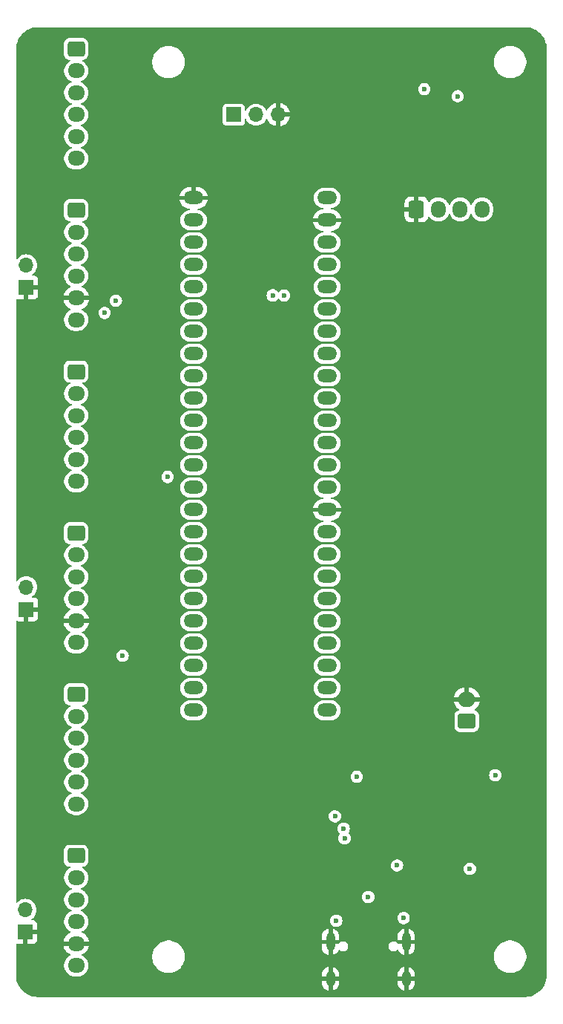
<source format=gbr>
%TF.GenerationSoftware,KiCad,Pcbnew,8.0.8*%
%TF.CreationDate,2025-03-09T10:35:25-07:00*%
%TF.ProjectId,ground-receiver,67726f75-6e64-42d7-9265-636569766572,rev?*%
%TF.SameCoordinates,Original*%
%TF.FileFunction,Copper,L2,Inr*%
%TF.FilePolarity,Positive*%
%FSLAX46Y46*%
G04 Gerber Fmt 4.6, Leading zero omitted, Abs format (unit mm)*
G04 Created by KiCad (PCBNEW 8.0.8) date 2025-03-09 10:35:25*
%MOMM*%
%LPD*%
G01*
G04 APERTURE LIST*
G04 Aperture macros list*
%AMRoundRect*
0 Rectangle with rounded corners*
0 $1 Rounding radius*
0 $2 $3 $4 $5 $6 $7 $8 $9 X,Y pos of 4 corners*
0 Add a 4 corners polygon primitive as box body*
4,1,4,$2,$3,$4,$5,$6,$7,$8,$9,$2,$3,0*
0 Add four circle primitives for the rounded corners*
1,1,$1+$1,$2,$3*
1,1,$1+$1,$4,$5*
1,1,$1+$1,$6,$7*
1,1,$1+$1,$8,$9*
0 Add four rect primitives between the rounded corners*
20,1,$1+$1,$2,$3,$4,$5,0*
20,1,$1+$1,$4,$5,$6,$7,0*
20,1,$1+$1,$6,$7,$8,$9,0*
20,1,$1+$1,$8,$9,$2,$3,0*%
G04 Aperture macros list end*
%TA.AperFunction,ComponentPad*%
%ADD10RoundRect,0.250000X-0.600000X-0.725000X0.600000X-0.725000X0.600000X0.725000X-0.600000X0.725000X0*%
%TD*%
%TA.AperFunction,ComponentPad*%
%ADD11O,1.700000X1.950000*%
%TD*%
%TA.AperFunction,ComponentPad*%
%ADD12O,2.250000X1.500000*%
%TD*%
%TA.AperFunction,ComponentPad*%
%ADD13RoundRect,0.250000X-0.725000X0.600000X-0.725000X-0.600000X0.725000X-0.600000X0.725000X0.600000X0*%
%TD*%
%TA.AperFunction,ComponentPad*%
%ADD14O,1.950000X1.700000*%
%TD*%
%TA.AperFunction,ComponentPad*%
%ADD15RoundRect,0.250000X0.750000X-0.600000X0.750000X0.600000X-0.750000X0.600000X-0.750000X-0.600000X0*%
%TD*%
%TA.AperFunction,ComponentPad*%
%ADD16O,2.000000X1.700000*%
%TD*%
%TA.AperFunction,ComponentPad*%
%ADD17R,1.700000X1.700000*%
%TD*%
%TA.AperFunction,ComponentPad*%
%ADD18O,1.700000X1.700000*%
%TD*%
%TA.AperFunction,HeatsinkPad*%
%ADD19O,1.000000X2.100000*%
%TD*%
%TA.AperFunction,HeatsinkPad*%
%ADD20O,1.000000X1.800000*%
%TD*%
%TA.AperFunction,ViaPad*%
%ADD21C,0.600000*%
%TD*%
G04 APERTURE END LIST*
D10*
%TO.N,GND*%
%TO.C,J13*%
X155300000Y-84800000D03*
D11*
%TO.N,+5V*%
X157800000Y-84800000D03*
%TO.N,SCL*%
X160300000Y-84800000D03*
%TO.N,SDA*%
X162800000Y-84800000D03*
%TD*%
D12*
%TO.N,SDN_3*%
%TO.C,Teensy4.1*%
X129880000Y-86025000D03*
%TO.N,GPIO3_3*%
X129880000Y-88565000D03*
%TO.N,GPIO2_3*%
X129880000Y-91105000D03*
%TO.N,GPIO1_3*%
X129880000Y-93645000D03*
%TO.N,+3.3V*%
X129880000Y-119045000D03*
%TO.N,+3.3V2*%
X145120000Y-88565000D03*
%TO.N,GPIO0_3*%
X129880000Y-96185000D03*
%TO.N,IRQ_3*%
X129880000Y-98725000D03*
%TO.N,+5V*%
X145120000Y-83485000D03*
%TO.N,CS_3*%
X129880000Y-101265000D03*
%TO.N,unconnected-(Teensy4.1-RX2-Pad7)*%
X129880000Y-103805000D03*
%TO.N,unconnected-(Teensy4.1-TX2-Pad8)*%
X129880000Y-106345000D03*
%TO.N,unconnected-(Teensy4.1-PWM-Pad9)*%
X129880000Y-108885000D03*
%TO.N,unconnected-(Teensy4.1-CS-Pad10)*%
X129880000Y-111425000D03*
%TO.N,MOSI*%
X129880000Y-113965000D03*
%TO.N,MISO*%
X129880000Y-116505000D03*
%TO.N,SCLK*%
X145120000Y-116505000D03*
%TO.N,EN*%
X145120000Y-113965000D03*
%TO.N,unconnected-(Teensy4.1-A1-Pad15)*%
X145120000Y-111425000D03*
%TO.N,unconnected-(Teensy4.1-A2-Pad16)*%
X145120000Y-108885000D03*
%TO.N,unconnected-(Teensy4.1-A3-Pad17)*%
X145120000Y-106345000D03*
%TO.N,SDA*%
X145120000Y-103805000D03*
%TO.N,SCL*%
X145120000Y-101265000D03*
%TO.N,TXD*%
X145120000Y-98725000D03*
%TO.N,RXD*%
X145120000Y-96185000D03*
%TO.N,unconnected-(Teensy4.1-PWM-Pad22)*%
X145120000Y-93645000D03*
%TO.N,unconnected-(Teensy4.1-PWM-Pad23)*%
X145120000Y-91105000D03*
%TO.N,SDN_2*%
X129880000Y-121585000D03*
%TO.N,GPIO3_2*%
X129880000Y-124125000D03*
%TO.N,GPIO2_2*%
X129880000Y-126665000D03*
%TO.N,GPIO1_2*%
X129880000Y-129205000D03*
%TO.N,GPIO0_2*%
X129880000Y-131745000D03*
%TO.N,IRQ_2*%
X129880000Y-134285000D03*
%TO.N,CS_2*%
X129880000Y-136825000D03*
%TO.N,unconnected-(Teensy4.1-GPIO-Pad31)*%
X129880000Y-139365000D03*
%TO.N,unconnected-(Teensy4.1-GPIO-Pad32)*%
X129880000Y-141905000D03*
%TO.N,CS_1*%
X145120000Y-141905000D03*
%TO.N,IRQ_1*%
X145120000Y-139365000D03*
%TO.N,GPIO0_1*%
X145120000Y-136825000D03*
%TO.N,GPIO1_1*%
X145120000Y-134285000D03*
%TO.N,GPIO2_1*%
X145120000Y-131745000D03*
%TO.N,GPIO3_1*%
X145120000Y-129205000D03*
%TO.N,SDN_1*%
X145120000Y-126665000D03*
%TO.N,BSTAT2*%
X145120000Y-124125000D03*
%TO.N,BSTAT1*%
X145120000Y-121585000D03*
%TO.N,GND*%
X129880000Y-83485000D03*
X145120000Y-86025000D03*
X145120000Y-119045000D03*
%TD*%
D13*
%TO.N,SDN_2*%
%TO.C,J9*%
X116465000Y-103300000D03*
D14*
%TO.N,GPIO3_2*%
X116465000Y-105800000D03*
%TO.N,GPIO2_2*%
X116465000Y-108300000D03*
%TO.N,GPIO1_2*%
X116465000Y-110800000D03*
%TO.N,GPIO0_2*%
X116465000Y-113300000D03*
%TO.N,IRQ_2*%
X116465000Y-115800000D03*
%TD*%
D15*
%TO.N,VBAT*%
%TO.C,J3*%
X161050000Y-143150000D03*
D16*
%TO.N,GND*%
X161050000Y-140650000D03*
%TD*%
D17*
%TO.N,RXD*%
%TO.C,J1*%
X134460000Y-74000000D03*
D18*
%TO.N,TXD*%
X137000000Y-74000000D03*
%TO.N,GND*%
X139540000Y-74000000D03*
%TD*%
D13*
%TO.N,CS_1*%
%TO.C,J4*%
X116465000Y-158500000D03*
D14*
%TO.N,MOSI*%
X116465000Y-161000000D03*
%TO.N,MISO*%
X116465000Y-163500000D03*
%TO.N,SCLK*%
X116465000Y-166000000D03*
%TO.N,GND*%
X116465000Y-168500000D03*
%TO.N,+5V*%
X116465000Y-171000000D03*
%TD*%
D13*
%TO.N,CS_2*%
%TO.C,J7*%
X116465000Y-121700000D03*
D14*
%TO.N,MOSI*%
X116465000Y-124200000D03*
%TO.N,MISO*%
X116465000Y-126700000D03*
%TO.N,SCLK*%
X116465000Y-129200000D03*
%TO.N,GND*%
X116465000Y-131700000D03*
%TO.N,+5V*%
X116465000Y-134200000D03*
%TD*%
D13*
%TO.N,CS_3*%
%TO.C,J10*%
X116465000Y-84900000D03*
D14*
%TO.N,MOSI*%
X116465000Y-87400000D03*
%TO.N,MISO*%
X116465000Y-89900000D03*
%TO.N,SCLK*%
X116465000Y-92400000D03*
%TO.N,GND*%
X116465000Y-94900000D03*
%TO.N,+5V*%
X116465000Y-97400000D03*
%TD*%
D13*
%TO.N,SDN_3*%
%TO.C,J12*%
X116465000Y-66500000D03*
D14*
%TO.N,GPIO3_3*%
X116465000Y-69000000D03*
%TO.N,GPIO2_3*%
X116465000Y-71500000D03*
%TO.N,GPIO1_3*%
X116465000Y-74000000D03*
%TO.N,GPIO0_3*%
X116465000Y-76500000D03*
%TO.N,IRQ_3*%
X116465000Y-79000000D03*
%TD*%
D17*
%TO.N,GND*%
%TO.C,J8*%
X110765000Y-130400000D03*
D18*
%TO.N,+3.3V*%
X110765000Y-127860000D03*
%TD*%
D17*
%TO.N,GND*%
%TO.C,J11*%
X110665000Y-167200000D03*
D18*
%TO.N,+3.3V*%
X110665000Y-164660000D03*
%TD*%
D13*
%TO.N,SDN_1*%
%TO.C,J6*%
X116465000Y-140100000D03*
D14*
%TO.N,GPIO3_1*%
X116465000Y-142600000D03*
%TO.N,GPIO2_1*%
X116465000Y-145100000D03*
%TO.N,GPIO1_1*%
X116465000Y-147600000D03*
%TO.N,GPIO0_1*%
X116465000Y-150100000D03*
%TO.N,IRQ_1*%
X116465000Y-152600000D03*
%TD*%
D17*
%TO.N,GND*%
%TO.C,J5*%
X110765000Y-93700000D03*
D18*
%TO.N,+3.3V*%
X110765000Y-91160000D03*
%TD*%
D19*
%TO.N,GND*%
%TO.C,J2*%
X145500000Y-168320000D03*
D20*
X145500000Y-172500000D03*
D19*
X154140000Y-168320000D03*
D20*
X154140000Y-172500000D03*
%TD*%
D21*
%TO.N,+3.3V*%
X121765000Y-135700000D03*
%TO.N,+5V*%
X161400000Y-160000000D03*
%TO.N,GND*%
X149800000Y-158300000D03*
X146200000Y-65900000D03*
X151300000Y-150000000D03*
X139700000Y-172800000D03*
X155600000Y-158400000D03*
X155600000Y-156400000D03*
X145000000Y-151700000D03*
X153500000Y-162400000D03*
X150200000Y-65900000D03*
X165400000Y-154700000D03*
X165400000Y-153200000D03*
X156200000Y-148500000D03*
X148600000Y-145100000D03*
X154300000Y-65800000D03*
X149800000Y-156700000D03*
X167300000Y-159300000D03*
X163000000Y-157800000D03*
X147800000Y-145600000D03*
X157800000Y-164400000D03*
X149799999Y-165938779D03*
X148600000Y-155500000D03*
X145000000Y-163700000D03*
X142300000Y-168300000D03*
X157300000Y-168300000D03*
X169200000Y-155900000D03*
X159400000Y-153300000D03*
X158600000Y-159400000D03*
X149900000Y-150000000D03*
X158223800Y-65923800D03*
X154800000Y-153100000D03*
%TO.N,Net-(U4-3V3OUT)*%
X147100000Y-156500000D03*
X153095200Y-159600000D03*
%TO.N,VBUS*%
X153840000Y-165600000D03*
X149800000Y-163200000D03*
X146149999Y-165900000D03*
%TO.N,VBAT*%
X148500000Y-149500000D03*
X164300000Y-149300000D03*
%TO.N,TXD*%
X147000000Y-155400000D03*
%TO.N,RXD*%
X146000000Y-154000000D03*
%TO.N,MISO*%
X119700000Y-96600000D03*
%TO.N,MOSI*%
X121000000Y-95200000D03*
X126900000Y-115300000D03*
%TO.N,BSTAT2*%
X138900000Y-94600000D03*
X156200000Y-71100000D03*
%TO.N,BSTAT1*%
X160000000Y-71900000D03*
X140190065Y-94609935D03*
%TD*%
%TA.AperFunction,Conductor*%
%TO.N,GND*%
G36*
X167702265Y-64021955D02*
G01*
X167996751Y-64039769D01*
X168005750Y-64040862D01*
X168293703Y-64093631D01*
X168302497Y-64095799D01*
X168581926Y-64182873D01*
X168581987Y-64182892D01*
X168590478Y-64186112D01*
X168857425Y-64306255D01*
X168865463Y-64310474D01*
X169115983Y-64461920D01*
X169123456Y-64467079D01*
X169353884Y-64647609D01*
X169360682Y-64653631D01*
X169567680Y-64860630D01*
X169573701Y-64867427D01*
X169754229Y-65097856D01*
X169759388Y-65105329D01*
X169910833Y-65355851D01*
X169915053Y-65363892D01*
X170035193Y-65630836D01*
X170038413Y-65639327D01*
X170125501Y-65918806D01*
X170127674Y-65927623D01*
X170180438Y-66215557D01*
X170181533Y-66224572D01*
X170199363Y-66519367D01*
X170199500Y-66523922D01*
X170178193Y-172029313D01*
X170178180Y-172029537D01*
X170178180Y-172097724D01*
X170178043Y-172102265D01*
X170160230Y-172396743D01*
X170159135Y-172405757D01*
X170106369Y-172693691D01*
X170104196Y-172702508D01*
X170017106Y-172981986D01*
X170013886Y-172990477D01*
X169893744Y-173257421D01*
X169889524Y-173265462D01*
X169738078Y-173515983D01*
X169732919Y-173523456D01*
X169552390Y-173753884D01*
X169546368Y-173760682D01*
X169339368Y-173967680D01*
X169332571Y-173973701D01*
X169102139Y-174154231D01*
X169094666Y-174159390D01*
X168844151Y-174310830D01*
X168836110Y-174315050D01*
X168569162Y-174435192D01*
X168560671Y-174438412D01*
X168281192Y-174525500D01*
X168272375Y-174527673D01*
X167984441Y-174580437D01*
X167975426Y-174581532D01*
X167680623Y-174599362D01*
X167676083Y-174599499D01*
X167608188Y-174599499D01*
X167608172Y-174599500D01*
X112102275Y-174599500D01*
X112097736Y-174599363D01*
X112053311Y-174596675D01*
X111803255Y-174581550D01*
X111794241Y-174580455D01*
X111506305Y-174527689D01*
X111497488Y-174525516D01*
X111218009Y-174438426D01*
X111209518Y-174435206D01*
X110942573Y-174315064D01*
X110934532Y-174310844D01*
X110684010Y-174159398D01*
X110676537Y-174154239D01*
X110446103Y-173973706D01*
X110439306Y-173967684D01*
X110232315Y-173760693D01*
X110226293Y-173753896D01*
X110045760Y-173523462D01*
X110040601Y-173515989D01*
X109898367Y-173280705D01*
X109889152Y-173265462D01*
X109884935Y-173257426D01*
X109764793Y-172990481D01*
X109761573Y-172981990D01*
X109748331Y-172939496D01*
X109674480Y-172702500D01*
X109672312Y-172693705D01*
X109619543Y-172405750D01*
X109618450Y-172396751D01*
X109600637Y-172102264D01*
X109600500Y-172097724D01*
X109600500Y-172019153D01*
X109600499Y-172019147D01*
X109600499Y-168611951D01*
X109618092Y-168563613D01*
X109662641Y-168537893D01*
X109701981Y-168541493D01*
X109707621Y-168543597D01*
X109707625Y-168543598D01*
X109767168Y-168549999D01*
X109767180Y-168550000D01*
X110415000Y-168550000D01*
X110415000Y-167633012D01*
X110472007Y-167665925D01*
X110599174Y-167700000D01*
X110730826Y-167700000D01*
X110857993Y-167665925D01*
X110915000Y-167633012D01*
X110915000Y-168550000D01*
X111562820Y-168550000D01*
X111562831Y-168549999D01*
X111622374Y-168543598D01*
X111622377Y-168543597D01*
X111757090Y-168493351D01*
X111757092Y-168493350D01*
X111872189Y-168407189D01*
X111958350Y-168292092D01*
X111958351Y-168292090D01*
X111974050Y-168249999D01*
X115012768Y-168249999D01*
X115012769Y-168250000D01*
X116060854Y-168250000D01*
X116022370Y-168316657D01*
X115990000Y-168437465D01*
X115990000Y-168562535D01*
X116022370Y-168683343D01*
X116060854Y-168750000D01*
X115012769Y-168750000D01*
X115023240Y-168816121D01*
X115023244Y-168816138D01*
X115088905Y-169018219D01*
X115185379Y-169207558D01*
X115310274Y-169379461D01*
X115310286Y-169379475D01*
X115460524Y-169529713D01*
X115460538Y-169529725D01*
X115632441Y-169654620D01*
X115797713Y-169738831D01*
X115832795Y-169776452D01*
X115835487Y-169827822D01*
X115804530Y-169868903D01*
X115797714Y-169872838D01*
X115684596Y-169930475D01*
X115525352Y-170046173D01*
X115525344Y-170046180D01*
X115386180Y-170185344D01*
X115386173Y-170185352D01*
X115270477Y-170344593D01*
X115181118Y-170519971D01*
X115181112Y-170519985D01*
X115120292Y-170707169D01*
X115120289Y-170707181D01*
X115089500Y-170901580D01*
X115089500Y-171098419D01*
X115120289Y-171292818D01*
X115120292Y-171292830D01*
X115175432Y-171462534D01*
X115181116Y-171480025D01*
X115270476Y-171655405D01*
X115381567Y-171808307D01*
X115386173Y-171814647D01*
X115386180Y-171814655D01*
X115525344Y-171953819D01*
X115525352Y-171953826D01*
X115525354Y-171953828D01*
X115684595Y-172069524D01*
X115859975Y-172158884D01*
X116047174Y-172219709D01*
X116241583Y-172250500D01*
X116241587Y-172250500D01*
X116688413Y-172250500D01*
X116688417Y-172250500D01*
X116882826Y-172219709D01*
X117070025Y-172158884D01*
X117245405Y-172069524D01*
X117339020Y-172001508D01*
X144500000Y-172001508D01*
X144500000Y-172250000D01*
X145200000Y-172250000D01*
X145200000Y-172750000D01*
X144500000Y-172750000D01*
X144500000Y-172998491D01*
X144538429Y-173191691D01*
X144538430Y-173191692D01*
X144613810Y-173373676D01*
X144723251Y-173537465D01*
X144723253Y-173537468D01*
X144862531Y-173676746D01*
X144862534Y-173676748D01*
X145026323Y-173786189D01*
X145208310Y-173861570D01*
X145208309Y-173861570D01*
X145249999Y-173869863D01*
X145250000Y-173869863D01*
X145250000Y-173066988D01*
X145259940Y-173084205D01*
X145315795Y-173140060D01*
X145384204Y-173179556D01*
X145460504Y-173200000D01*
X145539496Y-173200000D01*
X145615796Y-173179556D01*
X145684205Y-173140060D01*
X145740060Y-173084205D01*
X145750000Y-173066988D01*
X145750000Y-173869863D01*
X145791690Y-173861570D01*
X145973676Y-173786189D01*
X146137465Y-173676748D01*
X146137468Y-173676746D01*
X146276746Y-173537468D01*
X146276748Y-173537465D01*
X146386189Y-173373676D01*
X146461569Y-173191692D01*
X146461570Y-173191691D01*
X146500000Y-172998491D01*
X146500000Y-172750000D01*
X145800000Y-172750000D01*
X145800000Y-172250000D01*
X146500000Y-172250000D01*
X146500000Y-172001508D01*
X153140000Y-172001508D01*
X153140000Y-172250000D01*
X153840000Y-172250000D01*
X153840000Y-172750000D01*
X153140000Y-172750000D01*
X153140000Y-172998491D01*
X153178429Y-173191691D01*
X153178430Y-173191692D01*
X153253810Y-173373676D01*
X153363251Y-173537465D01*
X153363253Y-173537468D01*
X153502531Y-173676746D01*
X153502534Y-173676748D01*
X153666323Y-173786189D01*
X153848310Y-173861570D01*
X153848309Y-173861570D01*
X153889999Y-173869863D01*
X153890000Y-173869863D01*
X153890000Y-173066988D01*
X153899940Y-173084205D01*
X153955795Y-173140060D01*
X154024204Y-173179556D01*
X154100504Y-173200000D01*
X154179496Y-173200000D01*
X154255796Y-173179556D01*
X154324205Y-173140060D01*
X154380060Y-173084205D01*
X154390000Y-173066988D01*
X154390000Y-173869863D01*
X154431690Y-173861570D01*
X154613676Y-173786189D01*
X154777465Y-173676748D01*
X154777468Y-173676746D01*
X154916746Y-173537468D01*
X154916748Y-173537465D01*
X155026189Y-173373676D01*
X155101569Y-173191692D01*
X155101570Y-173191691D01*
X155140000Y-172998491D01*
X155140000Y-172750000D01*
X154440000Y-172750000D01*
X154440000Y-172250000D01*
X155140000Y-172250000D01*
X155140000Y-172001508D01*
X155101570Y-171808308D01*
X155101569Y-171808307D01*
X155026189Y-171626323D01*
X154916748Y-171462534D01*
X154916746Y-171462531D01*
X154777468Y-171323253D01*
X154777465Y-171323251D01*
X154613676Y-171213810D01*
X154431687Y-171138428D01*
X154390000Y-171130136D01*
X154390000Y-171933011D01*
X154380060Y-171915795D01*
X154324205Y-171859940D01*
X154255796Y-171820444D01*
X154179496Y-171800000D01*
X154100504Y-171800000D01*
X154024204Y-171820444D01*
X153955795Y-171859940D01*
X153899940Y-171915795D01*
X153890000Y-171933011D01*
X153890000Y-171130136D01*
X153889999Y-171130136D01*
X153848312Y-171138428D01*
X153666323Y-171213810D01*
X153502534Y-171323251D01*
X153502531Y-171323253D01*
X153363253Y-171462531D01*
X153363251Y-171462534D01*
X153253810Y-171626323D01*
X153178430Y-171808307D01*
X153178429Y-171808308D01*
X153140000Y-172001508D01*
X146500000Y-172001508D01*
X146461570Y-171808308D01*
X146461569Y-171808307D01*
X146386189Y-171626323D01*
X146276748Y-171462534D01*
X146276746Y-171462531D01*
X146137468Y-171323253D01*
X146137465Y-171323251D01*
X145973676Y-171213810D01*
X145791687Y-171138428D01*
X145750000Y-171130136D01*
X145750000Y-171933011D01*
X145740060Y-171915795D01*
X145684205Y-171859940D01*
X145615796Y-171820444D01*
X145539496Y-171800000D01*
X145460504Y-171800000D01*
X145384204Y-171820444D01*
X145315795Y-171859940D01*
X145259940Y-171915795D01*
X145250000Y-171933011D01*
X145250000Y-171130136D01*
X145249999Y-171130136D01*
X145208312Y-171138428D01*
X145026323Y-171213810D01*
X144862534Y-171323251D01*
X144862531Y-171323253D01*
X144723253Y-171462531D01*
X144723251Y-171462534D01*
X144613810Y-171626323D01*
X144538430Y-171808307D01*
X144538429Y-171808308D01*
X144500000Y-172001508D01*
X117339020Y-172001508D01*
X117404646Y-171953828D01*
X117543828Y-171814646D01*
X117659524Y-171655405D01*
X117748884Y-171480025D01*
X117809709Y-171292826D01*
X117840500Y-171098417D01*
X117840500Y-170901583D01*
X117809709Y-170707174D01*
X117748884Y-170519975D01*
X117659524Y-170344595D01*
X117543828Y-170185354D01*
X117543826Y-170185352D01*
X117543819Y-170185344D01*
X117404655Y-170046180D01*
X117404647Y-170046173D01*
X117245406Y-169930476D01*
X117143812Y-169878712D01*
X125149500Y-169878712D01*
X125149500Y-170121288D01*
X125181162Y-170361789D01*
X125243946Y-170596100D01*
X125243947Y-170596104D01*
X125243948Y-170596105D01*
X125336776Y-170820213D01*
X125458065Y-171030291D01*
X125605730Y-171222732D01*
X125605742Y-171222746D01*
X125777253Y-171394257D01*
X125777267Y-171394269D01*
X125889030Y-171480028D01*
X125969711Y-171541936D01*
X126179788Y-171663224D01*
X126403900Y-171756054D01*
X126638211Y-171818838D01*
X126878712Y-171850500D01*
X126878715Y-171850500D01*
X127121285Y-171850500D01*
X127121288Y-171850500D01*
X127361789Y-171818838D01*
X127596100Y-171756054D01*
X127820212Y-171663224D01*
X128030289Y-171541936D01*
X128222738Y-171394265D01*
X128394265Y-171222738D01*
X128541936Y-171030289D01*
X128663224Y-170820212D01*
X128756054Y-170596100D01*
X128818838Y-170361789D01*
X128850500Y-170121288D01*
X128850500Y-169878712D01*
X164149500Y-169878712D01*
X164149500Y-170121288D01*
X164181162Y-170361789D01*
X164243946Y-170596100D01*
X164243947Y-170596104D01*
X164243948Y-170596105D01*
X164336776Y-170820213D01*
X164458065Y-171030291D01*
X164605730Y-171222732D01*
X164605742Y-171222746D01*
X164777253Y-171394257D01*
X164777267Y-171394269D01*
X164889030Y-171480028D01*
X164969711Y-171541936D01*
X165179788Y-171663224D01*
X165403900Y-171756054D01*
X165638211Y-171818838D01*
X165878712Y-171850500D01*
X165878715Y-171850500D01*
X166121285Y-171850500D01*
X166121288Y-171850500D01*
X166361789Y-171818838D01*
X166596100Y-171756054D01*
X166820212Y-171663224D01*
X167030289Y-171541936D01*
X167222738Y-171394265D01*
X167394265Y-171222738D01*
X167541936Y-171030289D01*
X167663224Y-170820212D01*
X167756054Y-170596100D01*
X167818838Y-170361789D01*
X167850500Y-170121288D01*
X167850500Y-169878712D01*
X167818838Y-169638211D01*
X167756054Y-169403900D01*
X167663224Y-169179788D01*
X167541936Y-168969711D01*
X167473171Y-168880095D01*
X167394269Y-168777267D01*
X167394257Y-168777253D01*
X167222746Y-168605742D01*
X167222732Y-168605730D01*
X167030291Y-168458065D01*
X166820213Y-168336776D01*
X166596105Y-168243948D01*
X166596104Y-168243947D01*
X166596100Y-168243946D01*
X166361789Y-168181162D01*
X166121288Y-168149500D01*
X165878712Y-168149500D01*
X165638211Y-168181162D01*
X165403900Y-168243946D01*
X165403897Y-168243947D01*
X165403894Y-168243948D01*
X165179786Y-168336776D01*
X164969708Y-168458065D01*
X164777267Y-168605730D01*
X164777253Y-168605742D01*
X164605742Y-168777253D01*
X164605730Y-168777267D01*
X164458065Y-168969708D01*
X164336776Y-169179786D01*
X164254063Y-169379475D01*
X164243946Y-169403900D01*
X164181162Y-169638211D01*
X164149500Y-169878712D01*
X128850500Y-169878712D01*
X128818838Y-169638211D01*
X128756054Y-169403900D01*
X128663224Y-169179788D01*
X128541936Y-168969711D01*
X128473171Y-168880095D01*
X128394269Y-168777267D01*
X128394257Y-168777253D01*
X128222746Y-168605742D01*
X128222732Y-168605730D01*
X128030291Y-168458065D01*
X127820213Y-168336776D01*
X127596105Y-168243948D01*
X127596104Y-168243947D01*
X127596100Y-168243946D01*
X127361789Y-168181162D01*
X127121288Y-168149500D01*
X126878712Y-168149500D01*
X126638211Y-168181162D01*
X126403900Y-168243946D01*
X126403897Y-168243947D01*
X126403894Y-168243948D01*
X126179786Y-168336776D01*
X125969708Y-168458065D01*
X125777267Y-168605730D01*
X125777253Y-168605742D01*
X125605742Y-168777253D01*
X125605730Y-168777267D01*
X125458065Y-168969708D01*
X125336776Y-169179786D01*
X125254063Y-169379475D01*
X125243946Y-169403900D01*
X125181162Y-169638211D01*
X125149500Y-169878712D01*
X117143812Y-169878712D01*
X117132285Y-169872839D01*
X117097203Y-169835218D01*
X117094511Y-169783849D01*
X117125468Y-169742767D01*
X117132285Y-169738831D01*
X117297558Y-169654620D01*
X117469461Y-169529725D01*
X117469475Y-169529713D01*
X117619713Y-169379475D01*
X117619725Y-169379461D01*
X117744620Y-169207558D01*
X117841094Y-169018219D01*
X117906755Y-168816138D01*
X117906759Y-168816121D01*
X117917231Y-168750000D01*
X116869146Y-168750000D01*
X116907630Y-168683343D01*
X116940000Y-168562535D01*
X116940000Y-168437465D01*
X116907630Y-168316657D01*
X116869146Y-168250000D01*
X117917231Y-168250000D01*
X117917231Y-168249999D01*
X117906759Y-168183878D01*
X117906755Y-168183861D01*
X117841094Y-167981780D01*
X117744620Y-167792441D01*
X117656757Y-167671508D01*
X144500000Y-167671508D01*
X144500000Y-168070000D01*
X145200000Y-168070000D01*
X145200000Y-168570000D01*
X144500000Y-168570000D01*
X144500000Y-168968491D01*
X144538429Y-169161691D01*
X144538430Y-169161692D01*
X144613810Y-169343676D01*
X144723251Y-169507465D01*
X144723253Y-169507468D01*
X144862531Y-169646746D01*
X144862534Y-169646748D01*
X145026323Y-169756189D01*
X145208310Y-169831570D01*
X145208309Y-169831570D01*
X145249999Y-169839863D01*
X145250000Y-169839863D01*
X145250000Y-169036988D01*
X145259940Y-169054205D01*
X145315795Y-169110060D01*
X145384204Y-169149556D01*
X145460504Y-169170000D01*
X145539496Y-169170000D01*
X145615796Y-169149556D01*
X145684205Y-169110060D01*
X145740060Y-169054205D01*
X145750000Y-169036988D01*
X145750000Y-169839863D01*
X145791690Y-169831570D01*
X145973676Y-169756189D01*
X146137465Y-169646748D01*
X146137468Y-169646746D01*
X146276746Y-169507468D01*
X146276748Y-169507465D01*
X146386190Y-169343675D01*
X146417399Y-169268327D01*
X146452150Y-169230401D01*
X146503150Y-169223686D01*
X146540049Y-169243930D01*
X146576634Y-169280515D01*
X146707857Y-169356277D01*
X146707860Y-169356278D01*
X146707865Y-169356281D01*
X146854234Y-169395500D01*
X146854237Y-169395500D01*
X147005763Y-169395500D01*
X147005766Y-169395500D01*
X147152135Y-169356281D01*
X147283365Y-169280515D01*
X147390515Y-169173365D01*
X147466281Y-169042135D01*
X147505500Y-168895766D01*
X147505500Y-168744234D01*
X152134500Y-168744234D01*
X152134500Y-168895766D01*
X152167311Y-169018219D01*
X152173719Y-169042134D01*
X152173722Y-169042142D01*
X152249484Y-169173365D01*
X152356634Y-169280515D01*
X152487857Y-169356277D01*
X152487860Y-169356278D01*
X152487865Y-169356281D01*
X152634234Y-169395500D01*
X152634237Y-169395500D01*
X152785763Y-169395500D01*
X152785766Y-169395500D01*
X152932135Y-169356281D01*
X153063365Y-169280515D01*
X153099950Y-169243929D01*
X153146569Y-169222190D01*
X153196256Y-169235503D01*
X153222600Y-169268327D01*
X153253809Y-169343675D01*
X153363251Y-169507465D01*
X153363253Y-169507468D01*
X153502531Y-169646746D01*
X153502534Y-169646748D01*
X153666323Y-169756189D01*
X153848310Y-169831570D01*
X153848309Y-169831570D01*
X153889999Y-169839863D01*
X153890000Y-169839863D01*
X153890000Y-169036988D01*
X153899940Y-169054205D01*
X153955795Y-169110060D01*
X154024204Y-169149556D01*
X154100504Y-169170000D01*
X154179496Y-169170000D01*
X154255796Y-169149556D01*
X154324205Y-169110060D01*
X154380060Y-169054205D01*
X154390000Y-169036988D01*
X154390000Y-169839863D01*
X154431690Y-169831570D01*
X154613676Y-169756189D01*
X154777465Y-169646748D01*
X154777468Y-169646746D01*
X154916746Y-169507468D01*
X154916748Y-169507465D01*
X155026189Y-169343676D01*
X155101569Y-169161692D01*
X155101570Y-169161691D01*
X155140000Y-168968491D01*
X155140000Y-168570000D01*
X154440000Y-168570000D01*
X154440000Y-168070000D01*
X155140000Y-168070000D01*
X155140000Y-167671508D01*
X155101570Y-167478308D01*
X155101569Y-167478307D01*
X155026189Y-167296323D01*
X154916748Y-167132534D01*
X154916746Y-167132531D01*
X154777468Y-166993253D01*
X154777465Y-166993251D01*
X154613676Y-166883810D01*
X154431687Y-166808428D01*
X154390000Y-166800136D01*
X154390000Y-167603011D01*
X154380060Y-167585795D01*
X154324205Y-167529940D01*
X154255796Y-167490444D01*
X154179496Y-167470000D01*
X154100504Y-167470000D01*
X154024204Y-167490444D01*
X153955795Y-167529940D01*
X153899940Y-167585795D01*
X153890000Y-167603011D01*
X153890000Y-166800136D01*
X153889999Y-166800136D01*
X153848312Y-166808428D01*
X153666323Y-166883810D01*
X153502534Y-166993251D01*
X153502531Y-166993253D01*
X153363253Y-167132531D01*
X153363251Y-167132534D01*
X153253810Y-167296323D01*
X153178430Y-167478307D01*
X153178429Y-167478308D01*
X153140000Y-167671508D01*
X153140000Y-168070000D01*
X153840000Y-168070000D01*
X153840000Y-168570000D01*
X153273610Y-168570000D01*
X153225272Y-168552407D01*
X153208485Y-168532400D01*
X153170515Y-168466634D01*
X153063365Y-168359484D01*
X152932142Y-168283722D01*
X152932136Y-168283720D01*
X152932135Y-168283719D01*
X152785766Y-168244500D01*
X152634234Y-168244500D01*
X152487865Y-168283719D01*
X152487857Y-168283722D01*
X152356634Y-168359484D01*
X152249484Y-168466634D01*
X152173722Y-168597857D01*
X152173719Y-168597865D01*
X152134500Y-168744234D01*
X147505500Y-168744234D01*
X147466281Y-168597865D01*
X147466278Y-168597860D01*
X147466277Y-168597857D01*
X147390515Y-168466634D01*
X147283365Y-168359484D01*
X147152142Y-168283722D01*
X147152136Y-168283720D01*
X147152135Y-168283719D01*
X147005766Y-168244500D01*
X146854234Y-168244500D01*
X146707865Y-168283719D01*
X146707857Y-168283722D01*
X146576634Y-168359484D01*
X146469484Y-168466634D01*
X146431515Y-168532400D01*
X146392110Y-168565465D01*
X146366390Y-168570000D01*
X145800000Y-168570000D01*
X145800000Y-168070000D01*
X146500000Y-168070000D01*
X146500000Y-167671508D01*
X146461570Y-167478308D01*
X146461569Y-167478307D01*
X146386189Y-167296323D01*
X146276748Y-167132534D01*
X146276746Y-167132531D01*
X146137468Y-166993253D01*
X146137465Y-166993251D01*
X145973676Y-166883810D01*
X145791687Y-166808428D01*
X145750000Y-166800136D01*
X145750000Y-167603011D01*
X145740060Y-167585795D01*
X145684205Y-167529940D01*
X145615796Y-167490444D01*
X145539496Y-167470000D01*
X145460504Y-167470000D01*
X145384204Y-167490444D01*
X145315795Y-167529940D01*
X145259940Y-167585795D01*
X145250000Y-167603011D01*
X145250000Y-166800136D01*
X145249999Y-166800136D01*
X145208312Y-166808428D01*
X145026323Y-166883810D01*
X144862534Y-166993251D01*
X144862531Y-166993253D01*
X144723253Y-167132531D01*
X144723251Y-167132534D01*
X144613810Y-167296323D01*
X144538430Y-167478307D01*
X144538429Y-167478308D01*
X144500000Y-167671508D01*
X117656757Y-167671508D01*
X117619725Y-167620538D01*
X117619713Y-167620524D01*
X117469475Y-167470286D01*
X117469461Y-167470274D01*
X117297558Y-167345379D01*
X117132285Y-167261168D01*
X117097203Y-167223547D01*
X117094511Y-167172177D01*
X117125468Y-167131096D01*
X117132268Y-167127169D01*
X117245405Y-167069524D01*
X117404646Y-166953828D01*
X117543828Y-166814646D01*
X117659524Y-166655405D01*
X117748884Y-166480025D01*
X117809709Y-166292826D01*
X117840500Y-166098417D01*
X117840500Y-165901583D01*
X117840249Y-165900000D01*
X145444354Y-165900000D01*
X145464859Y-166068872D01*
X145464859Y-166068874D01*
X145464860Y-166068875D01*
X145479663Y-166107907D01*
X145525181Y-166227930D01*
X145621816Y-166367929D01*
X145621819Y-166367932D01*
X145621824Y-166367937D01*
X145749143Y-166480731D01*
X145749145Y-166480732D01*
X145749147Y-166480734D01*
X145899774Y-166559790D01*
X146064943Y-166600500D01*
X146064945Y-166600500D01*
X146235053Y-166600500D01*
X146235055Y-166600500D01*
X146400224Y-166559790D01*
X146550851Y-166480734D01*
X146678182Y-166367929D01*
X146774817Y-166227930D01*
X146835139Y-166068872D01*
X146855644Y-165900000D01*
X146835139Y-165731128D01*
X146785409Y-165600000D01*
X153134355Y-165600000D01*
X153154860Y-165768872D01*
X153215182Y-165927930D01*
X153311817Y-166067929D01*
X153311820Y-166067932D01*
X153311825Y-166067937D01*
X153439144Y-166180731D01*
X153439146Y-166180732D01*
X153439148Y-166180734D01*
X153589775Y-166259790D01*
X153754944Y-166300500D01*
X153754946Y-166300500D01*
X153925054Y-166300500D01*
X153925056Y-166300500D01*
X154090225Y-166259790D01*
X154240852Y-166180734D01*
X154368183Y-166067929D01*
X154464818Y-165927930D01*
X154525140Y-165768872D01*
X154545645Y-165600000D01*
X154525140Y-165431128D01*
X154464818Y-165272070D01*
X154368183Y-165132071D01*
X154368178Y-165132067D01*
X154368174Y-165132062D01*
X154240855Y-165019268D01*
X154240852Y-165019266D01*
X154090225Y-164940210D01*
X154050732Y-164930476D01*
X153925056Y-164899500D01*
X153754944Y-164899500D01*
X153644831Y-164926640D01*
X153589774Y-164940210D01*
X153439147Y-165019266D01*
X153439144Y-165019268D01*
X153311825Y-165132062D01*
X153311816Y-165132072D01*
X153215182Y-165272069D01*
X153215181Y-165272072D01*
X153154861Y-165431124D01*
X153154860Y-165431126D01*
X153154860Y-165431128D01*
X153134355Y-165600000D01*
X146785409Y-165600000D01*
X146774817Y-165572070D01*
X146678182Y-165432071D01*
X146678177Y-165432067D01*
X146678173Y-165432062D01*
X146550854Y-165319268D01*
X146550851Y-165319266D01*
X146400224Y-165240210D01*
X146235055Y-165199500D01*
X146064943Y-165199500D01*
X145954830Y-165226640D01*
X145899773Y-165240210D01*
X145749146Y-165319266D01*
X145749143Y-165319268D01*
X145621824Y-165432062D01*
X145621815Y-165432072D01*
X145525181Y-165572069D01*
X145525180Y-165572072D01*
X145464860Y-165731124D01*
X145464859Y-165731126D01*
X145464859Y-165731128D01*
X145444354Y-165900000D01*
X117840249Y-165900000D01*
X117809709Y-165707174D01*
X117748884Y-165519975D01*
X117659524Y-165344595D01*
X117543828Y-165185354D01*
X117543826Y-165185352D01*
X117543819Y-165185344D01*
X117404655Y-165046180D01*
X117404647Y-165046173D01*
X117258803Y-164940210D01*
X117245405Y-164930476D01*
X117070025Y-164841116D01*
X117070018Y-164841113D01*
X117070014Y-164841112D01*
X117009712Y-164821519D01*
X116969177Y-164789850D01*
X116958482Y-164739534D01*
X116982631Y-164694115D01*
X117009712Y-164678481D01*
X117010034Y-164678376D01*
X117070025Y-164658884D01*
X117245405Y-164569524D01*
X117404646Y-164453828D01*
X117543828Y-164314646D01*
X117659524Y-164155405D01*
X117748884Y-163980025D01*
X117809709Y-163792826D01*
X117840500Y-163598417D01*
X117840500Y-163401583D01*
X117809709Y-163207174D01*
X117807378Y-163200000D01*
X149094355Y-163200000D01*
X149114860Y-163368872D01*
X149114860Y-163368874D01*
X149114861Y-163368875D01*
X149145021Y-163448401D01*
X149175182Y-163527930D01*
X149271817Y-163667929D01*
X149271820Y-163667932D01*
X149271825Y-163667937D01*
X149399144Y-163780731D01*
X149399146Y-163780732D01*
X149399148Y-163780734D01*
X149549775Y-163859790D01*
X149714944Y-163900500D01*
X149714946Y-163900500D01*
X149885054Y-163900500D01*
X149885056Y-163900500D01*
X150050225Y-163859790D01*
X150200852Y-163780734D01*
X150328183Y-163667929D01*
X150424818Y-163527930D01*
X150485140Y-163368872D01*
X150505645Y-163200000D01*
X150485140Y-163031128D01*
X150424818Y-162872070D01*
X150328183Y-162732071D01*
X150328178Y-162732067D01*
X150328174Y-162732062D01*
X150200855Y-162619268D01*
X150200852Y-162619266D01*
X150050225Y-162540210D01*
X149885056Y-162499500D01*
X149714944Y-162499500D01*
X149604831Y-162526640D01*
X149549774Y-162540210D01*
X149399147Y-162619266D01*
X149399144Y-162619268D01*
X149271825Y-162732062D01*
X149271816Y-162732072D01*
X149175182Y-162872069D01*
X149175181Y-162872072D01*
X149114861Y-163031124D01*
X149114860Y-163031126D01*
X149114860Y-163031128D01*
X149094355Y-163200000D01*
X117807378Y-163200000D01*
X117748884Y-163019975D01*
X117659524Y-162844595D01*
X117543828Y-162685354D01*
X117543826Y-162685352D01*
X117543819Y-162685344D01*
X117404655Y-162546180D01*
X117404647Y-162546173D01*
X117340408Y-162499500D01*
X117245405Y-162430476D01*
X117070025Y-162341116D01*
X117070018Y-162341113D01*
X117070014Y-162341112D01*
X117009712Y-162321519D01*
X116969177Y-162289850D01*
X116958482Y-162239534D01*
X116982631Y-162194115D01*
X117009712Y-162178481D01*
X117010034Y-162178376D01*
X117070025Y-162158884D01*
X117245405Y-162069524D01*
X117404646Y-161953828D01*
X117543828Y-161814646D01*
X117659524Y-161655405D01*
X117748884Y-161480025D01*
X117809709Y-161292826D01*
X117840500Y-161098417D01*
X117840500Y-160901583D01*
X117809709Y-160707174D01*
X117748884Y-160519975D01*
X117659524Y-160344595D01*
X117543828Y-160185354D01*
X117543826Y-160185352D01*
X117543819Y-160185344D01*
X117404655Y-160046180D01*
X117404647Y-160046173D01*
X117245406Y-159930477D01*
X117245407Y-159930477D01*
X117245405Y-159930476D01*
X117171271Y-159892703D01*
X117136190Y-159855083D01*
X117133498Y-159803714D01*
X117164455Y-159762632D01*
X117205412Y-159750500D01*
X117255693Y-159750500D01*
X117255694Y-159750500D01*
X117278046Y-159748740D01*
X117292560Y-159747599D01*
X117292562Y-159747598D01*
X117292569Y-159747598D01*
X117450398Y-159701744D01*
X117591865Y-159618081D01*
X117609946Y-159600000D01*
X152389555Y-159600000D01*
X152410060Y-159768872D01*
X152410060Y-159768874D01*
X152410061Y-159768875D01*
X152423274Y-159803714D01*
X152470382Y-159927930D01*
X152567017Y-160067929D01*
X152567020Y-160067932D01*
X152567025Y-160067937D01*
X152694344Y-160180731D01*
X152694346Y-160180732D01*
X152694348Y-160180734D01*
X152844975Y-160259790D01*
X153010144Y-160300500D01*
X153010146Y-160300500D01*
X153180254Y-160300500D01*
X153180256Y-160300500D01*
X153345425Y-160259790D01*
X153496052Y-160180734D01*
X153623383Y-160067929D01*
X153670271Y-160000000D01*
X160694355Y-160000000D01*
X160714860Y-160168872D01*
X160714860Y-160168874D01*
X160714861Y-160168875D01*
X160721107Y-160185344D01*
X160775182Y-160327930D01*
X160871817Y-160467929D01*
X160871820Y-160467932D01*
X160871825Y-160467937D01*
X160999144Y-160580731D01*
X160999146Y-160580732D01*
X160999148Y-160580734D01*
X161149775Y-160659790D01*
X161314944Y-160700500D01*
X161314946Y-160700500D01*
X161485054Y-160700500D01*
X161485056Y-160700500D01*
X161650225Y-160659790D01*
X161800852Y-160580734D01*
X161928183Y-160467929D01*
X162024818Y-160327930D01*
X162085140Y-160168872D01*
X162105645Y-160000000D01*
X162085140Y-159831128D01*
X162024818Y-159672070D01*
X161928183Y-159532071D01*
X161928178Y-159532067D01*
X161928174Y-159532062D01*
X161800855Y-159419268D01*
X161800852Y-159419266D01*
X161650225Y-159340210D01*
X161485056Y-159299500D01*
X161314944Y-159299500D01*
X161204831Y-159326640D01*
X161149774Y-159340210D01*
X160999147Y-159419266D01*
X160999144Y-159419268D01*
X160871825Y-159532062D01*
X160871816Y-159532072D01*
X160775182Y-159672069D01*
X160775181Y-159672072D01*
X160714861Y-159831124D01*
X160714860Y-159831126D01*
X160714860Y-159831128D01*
X160694355Y-160000000D01*
X153670271Y-160000000D01*
X153720018Y-159927930D01*
X153780340Y-159768872D01*
X153800845Y-159600000D01*
X153780340Y-159431128D01*
X153720018Y-159272070D01*
X153623383Y-159132071D01*
X153623378Y-159132067D01*
X153623374Y-159132062D01*
X153496055Y-159019268D01*
X153496052Y-159019266D01*
X153345425Y-158940210D01*
X153180256Y-158899500D01*
X153010144Y-158899500D01*
X152900031Y-158926640D01*
X152844974Y-158940210D01*
X152694347Y-159019266D01*
X152694344Y-159019268D01*
X152567025Y-159132062D01*
X152567016Y-159132072D01*
X152470382Y-159272069D01*
X152470381Y-159272072D01*
X152410061Y-159431124D01*
X152410060Y-159431126D01*
X152410060Y-159431128D01*
X152389555Y-159600000D01*
X117609946Y-159600000D01*
X117708081Y-159501865D01*
X117791744Y-159360398D01*
X117837598Y-159202569D01*
X117840500Y-159165694D01*
X117840500Y-157834306D01*
X117837598Y-157797431D01*
X117791744Y-157639602D01*
X117708081Y-157498135D01*
X117708080Y-157498134D01*
X117708074Y-157498127D01*
X117591872Y-157381925D01*
X117591865Y-157381919D01*
X117450396Y-157298255D01*
X117292571Y-157252402D01*
X117292560Y-157252400D01*
X117255701Y-157249500D01*
X117255694Y-157249500D01*
X115674306Y-157249500D01*
X115674298Y-157249500D01*
X115637439Y-157252400D01*
X115637428Y-157252402D01*
X115479603Y-157298255D01*
X115338134Y-157381919D01*
X115338127Y-157381925D01*
X115221925Y-157498127D01*
X115221919Y-157498134D01*
X115138255Y-157639603D01*
X115092402Y-157797428D01*
X115092400Y-157797439D01*
X115089500Y-157834298D01*
X115089500Y-159165701D01*
X115092400Y-159202560D01*
X115092402Y-159202571D01*
X115138255Y-159360396D01*
X115138256Y-159360398D01*
X115221919Y-159501865D01*
X115221925Y-159501872D01*
X115338127Y-159618074D01*
X115338134Y-159618080D01*
X115338135Y-159618081D01*
X115479602Y-159701744D01*
X115637431Y-159747598D01*
X115637435Y-159747598D01*
X115637439Y-159747599D01*
X115655868Y-159749049D01*
X115674306Y-159750500D01*
X115724588Y-159750500D01*
X115772926Y-159768093D01*
X115798646Y-159812642D01*
X115789713Y-159863300D01*
X115758728Y-159892703D01*
X115689598Y-159927927D01*
X115684593Y-159930477D01*
X115525352Y-160046173D01*
X115525344Y-160046180D01*
X115386180Y-160185344D01*
X115386173Y-160185352D01*
X115270477Y-160344593D01*
X115181118Y-160519971D01*
X115181112Y-160519985D01*
X115120292Y-160707169D01*
X115120289Y-160707181D01*
X115089500Y-160901580D01*
X115089500Y-161098419D01*
X115120289Y-161292818D01*
X115120291Y-161292826D01*
X115181116Y-161480025D01*
X115181118Y-161480028D01*
X115270477Y-161655406D01*
X115386173Y-161814647D01*
X115386180Y-161814655D01*
X115525344Y-161953819D01*
X115525352Y-161953826D01*
X115525354Y-161953828D01*
X115684595Y-162069524D01*
X115859975Y-162158884D01*
X115920092Y-162178417D01*
X115920288Y-162178481D01*
X115960822Y-162210150D01*
X115971517Y-162260466D01*
X115947367Y-162305885D01*
X115920287Y-162321519D01*
X115859975Y-162341116D01*
X115859971Y-162341117D01*
X115859971Y-162341118D01*
X115684593Y-162430477D01*
X115525352Y-162546173D01*
X115525344Y-162546180D01*
X115386180Y-162685344D01*
X115386173Y-162685352D01*
X115270477Y-162844593D01*
X115181118Y-163019971D01*
X115181112Y-163019985D01*
X115120292Y-163207169D01*
X115120289Y-163207181D01*
X115089500Y-163401580D01*
X115089500Y-163598419D01*
X115120289Y-163792818D01*
X115120292Y-163792830D01*
X115155276Y-163900500D01*
X115181116Y-163980025D01*
X115207785Y-164032367D01*
X115270477Y-164155406D01*
X115386173Y-164314647D01*
X115386180Y-164314655D01*
X115525344Y-164453819D01*
X115525352Y-164453826D01*
X115525354Y-164453828D01*
X115684595Y-164569524D01*
X115859975Y-164658884D01*
X115920092Y-164678417D01*
X115920288Y-164678481D01*
X115960822Y-164710150D01*
X115971517Y-164760466D01*
X115947367Y-164805885D01*
X115920287Y-164821519D01*
X115859975Y-164841116D01*
X115859971Y-164841117D01*
X115859971Y-164841118D01*
X115684593Y-164930477D01*
X115525352Y-165046173D01*
X115525344Y-165046180D01*
X115386180Y-165185344D01*
X115386173Y-165185352D01*
X115270477Y-165344593D01*
X115181118Y-165519971D01*
X115181112Y-165519985D01*
X115120292Y-165707169D01*
X115120289Y-165707181D01*
X115089500Y-165901580D01*
X115089500Y-166098419D01*
X115120289Y-166292818D01*
X115120292Y-166292830D01*
X115144693Y-166367929D01*
X115181116Y-166480025D01*
X115270476Y-166655405D01*
X115381655Y-166808428D01*
X115386173Y-166814647D01*
X115386180Y-166814655D01*
X115525344Y-166953819D01*
X115525352Y-166953826D01*
X115525354Y-166953828D01*
X115684595Y-167069524D01*
X115797715Y-167127161D01*
X115832796Y-167164781D01*
X115835488Y-167216150D01*
X115804531Y-167257232D01*
X115797714Y-167261168D01*
X115632441Y-167345379D01*
X115460538Y-167470274D01*
X115460524Y-167470286D01*
X115310286Y-167620524D01*
X115310274Y-167620538D01*
X115185379Y-167792441D01*
X115088905Y-167981780D01*
X115023244Y-168183861D01*
X115023240Y-168183878D01*
X115012768Y-168249999D01*
X111974050Y-168249999D01*
X112008597Y-168157377D01*
X112008598Y-168157374D01*
X112014999Y-168097831D01*
X112015000Y-168097820D01*
X112015000Y-167450000D01*
X111098012Y-167450000D01*
X111130925Y-167392993D01*
X111165000Y-167265826D01*
X111165000Y-167134174D01*
X111130925Y-167007007D01*
X111098012Y-166950000D01*
X112015000Y-166950000D01*
X112015000Y-166302180D01*
X112014999Y-166302168D01*
X112008598Y-166242625D01*
X112008597Y-166242622D01*
X111958351Y-166107909D01*
X111958350Y-166107907D01*
X111872189Y-165992810D01*
X111757092Y-165906649D01*
X111757090Y-165906648D01*
X111622377Y-165856402D01*
X111622374Y-165856401D01*
X111562831Y-165850000D01*
X111384189Y-165850000D01*
X111335851Y-165832407D01*
X111310131Y-165787858D01*
X111319064Y-165737200D01*
X111341056Y-165713200D01*
X111471871Y-165621602D01*
X111471877Y-165621598D01*
X111626598Y-165466877D01*
X111752102Y-165287639D01*
X111759363Y-165272069D01*
X111824644Y-165132072D01*
X111844575Y-165089330D01*
X111901207Y-164877977D01*
X111920277Y-164660000D01*
X111901207Y-164442023D01*
X111844575Y-164230670D01*
X111809478Y-164155405D01*
X111752105Y-164032367D01*
X111752102Y-164032364D01*
X111752102Y-164032362D01*
X111626598Y-163853123D01*
X111626597Y-163853122D01*
X111626595Y-163853119D01*
X111471884Y-163698408D01*
X111471871Y-163698397D01*
X111292633Y-163572894D01*
X111094333Y-163480426D01*
X111094331Y-163480425D01*
X111094330Y-163480425D01*
X110882977Y-163423793D01*
X110882975Y-163423792D01*
X110882972Y-163423792D01*
X110665000Y-163404723D01*
X110447027Y-163423792D01*
X110235670Y-163480425D01*
X110235666Y-163480426D01*
X110037367Y-163572894D01*
X109858119Y-163698404D01*
X109728873Y-163827651D01*
X109682253Y-163849391D01*
X109632566Y-163836077D01*
X109603061Y-163793940D01*
X109600499Y-163774477D01*
X109600499Y-155400000D01*
X146294355Y-155400000D01*
X146314860Y-155568872D01*
X146375182Y-155727930D01*
X146471817Y-155867929D01*
X146471820Y-155867932D01*
X146471825Y-155867937D01*
X146554309Y-155941011D01*
X146578824Y-155986233D01*
X146568535Y-156036634D01*
X146566331Y-156040017D01*
X146475185Y-156172064D01*
X146475181Y-156172072D01*
X146414861Y-156331124D01*
X146414860Y-156331126D01*
X146414860Y-156331128D01*
X146394355Y-156500000D01*
X146414860Y-156668872D01*
X146475182Y-156827930D01*
X146571817Y-156967929D01*
X146571820Y-156967932D01*
X146571825Y-156967937D01*
X146699144Y-157080731D01*
X146699146Y-157080732D01*
X146699148Y-157080734D01*
X146849775Y-157159790D01*
X147014944Y-157200500D01*
X147014946Y-157200500D01*
X147185054Y-157200500D01*
X147185056Y-157200500D01*
X147350225Y-157159790D01*
X147500852Y-157080734D01*
X147628183Y-156967929D01*
X147724818Y-156827930D01*
X147785140Y-156668872D01*
X147805645Y-156500000D01*
X147785140Y-156331128D01*
X147724818Y-156172070D01*
X147628183Y-156032071D01*
X147628179Y-156032068D01*
X147628178Y-156032066D01*
X147545689Y-155958988D01*
X147521175Y-155913766D01*
X147531464Y-155863365D01*
X147533648Y-155860010D01*
X147624818Y-155727930D01*
X147685140Y-155568872D01*
X147705645Y-155400000D01*
X147685140Y-155231128D01*
X147624818Y-155072070D01*
X147528183Y-154932071D01*
X147528178Y-154932067D01*
X147528174Y-154932062D01*
X147400855Y-154819268D01*
X147400852Y-154819266D01*
X147250225Y-154740210D01*
X147085056Y-154699500D01*
X146914944Y-154699500D01*
X146804831Y-154726640D01*
X146749774Y-154740210D01*
X146599147Y-154819266D01*
X146599144Y-154819268D01*
X146471825Y-154932062D01*
X146471816Y-154932072D01*
X146375182Y-155072069D01*
X146375181Y-155072072D01*
X146314861Y-155231124D01*
X146314860Y-155231126D01*
X146314860Y-155231128D01*
X146294355Y-155400000D01*
X109600499Y-155400000D01*
X109600499Y-154000000D01*
X145294355Y-154000000D01*
X145314860Y-154168872D01*
X145375182Y-154327930D01*
X145471817Y-154467929D01*
X145471820Y-154467932D01*
X145471825Y-154467937D01*
X145599144Y-154580731D01*
X145599146Y-154580732D01*
X145599148Y-154580734D01*
X145749775Y-154659790D01*
X145914944Y-154700500D01*
X145914946Y-154700500D01*
X146085054Y-154700500D01*
X146085056Y-154700500D01*
X146250225Y-154659790D01*
X146400852Y-154580734D01*
X146528183Y-154467929D01*
X146624818Y-154327930D01*
X146685140Y-154168872D01*
X146705645Y-154000000D01*
X146685140Y-153831128D01*
X146624818Y-153672070D01*
X146528183Y-153532071D01*
X146528178Y-153532067D01*
X146528174Y-153532062D01*
X146400855Y-153419268D01*
X146400852Y-153419266D01*
X146250225Y-153340210D01*
X146085056Y-153299500D01*
X145914944Y-153299500D01*
X145804831Y-153326640D01*
X145749774Y-153340210D01*
X145599147Y-153419266D01*
X145599144Y-153419268D01*
X145471825Y-153532062D01*
X145471816Y-153532072D01*
X145375182Y-153672069D01*
X145375181Y-153672072D01*
X145314861Y-153831124D01*
X145314860Y-153831126D01*
X145314860Y-153831128D01*
X145294355Y-154000000D01*
X109600499Y-154000000D01*
X109600499Y-139434298D01*
X115089500Y-139434298D01*
X115089500Y-140765701D01*
X115092400Y-140802560D01*
X115092402Y-140802571D01*
X115138255Y-140960396D01*
X115221919Y-141101865D01*
X115221925Y-141101872D01*
X115338127Y-141218074D01*
X115338134Y-141218080D01*
X115338135Y-141218081D01*
X115479602Y-141301744D01*
X115637431Y-141347598D01*
X115637435Y-141347598D01*
X115637439Y-141347599D01*
X115655868Y-141349049D01*
X115674306Y-141350500D01*
X115724588Y-141350500D01*
X115772926Y-141368093D01*
X115798646Y-141412642D01*
X115789713Y-141463300D01*
X115758728Y-141492703D01*
X115687900Y-141528791D01*
X115684593Y-141530477D01*
X115525352Y-141646173D01*
X115525344Y-141646180D01*
X115386180Y-141785344D01*
X115386173Y-141785352D01*
X115270477Y-141944593D01*
X115181118Y-142119971D01*
X115181112Y-142119985D01*
X115120292Y-142307169D01*
X115120289Y-142307181D01*
X115089500Y-142501580D01*
X115089500Y-142698419D01*
X115120289Y-142892818D01*
X115120292Y-142892830D01*
X115163942Y-143027171D01*
X115181116Y-143080025D01*
X115181118Y-143080028D01*
X115270477Y-143255406D01*
X115386173Y-143414647D01*
X115386180Y-143414655D01*
X115525344Y-143553819D01*
X115525352Y-143553826D01*
X115525354Y-143553828D01*
X115684595Y-143669524D01*
X115859975Y-143758884D01*
X115920092Y-143778417D01*
X115920288Y-143778481D01*
X115960822Y-143810150D01*
X115971517Y-143860466D01*
X115947367Y-143905885D01*
X115920287Y-143921519D01*
X115859975Y-143941116D01*
X115859971Y-143941117D01*
X115859971Y-143941118D01*
X115684593Y-144030477D01*
X115525352Y-144146173D01*
X115525344Y-144146180D01*
X115386180Y-144285344D01*
X115386173Y-144285352D01*
X115270477Y-144444593D01*
X115181118Y-144619971D01*
X115181112Y-144619985D01*
X115120292Y-144807169D01*
X115120289Y-144807181D01*
X115089500Y-145001580D01*
X115089500Y-145198419D01*
X115120289Y-145392818D01*
X115120291Y-145392826D01*
X115181116Y-145580025D01*
X115181118Y-145580028D01*
X115270477Y-145755406D01*
X115386173Y-145914647D01*
X115386180Y-145914655D01*
X115525344Y-146053819D01*
X115525352Y-146053826D01*
X115525354Y-146053828D01*
X115684595Y-146169524D01*
X115859975Y-146258884D01*
X115920092Y-146278417D01*
X115920288Y-146278481D01*
X115960822Y-146310150D01*
X115971517Y-146360466D01*
X115947367Y-146405885D01*
X115920287Y-146421519D01*
X115859975Y-146441116D01*
X115859971Y-146441117D01*
X115859971Y-146441118D01*
X115684593Y-146530477D01*
X115525352Y-146646173D01*
X115525344Y-146646180D01*
X115386180Y-146785344D01*
X115386173Y-146785352D01*
X115270477Y-146944593D01*
X115181118Y-147119971D01*
X115181112Y-147119985D01*
X115120292Y-147307169D01*
X115120289Y-147307181D01*
X115089500Y-147501580D01*
X115089500Y-147698419D01*
X115120289Y-147892818D01*
X115120291Y-147892826D01*
X115181116Y-148080025D01*
X115181118Y-148080028D01*
X115270477Y-148255406D01*
X115386173Y-148414647D01*
X115386180Y-148414655D01*
X115525344Y-148553819D01*
X115525352Y-148553826D01*
X115525354Y-148553828D01*
X115684595Y-148669524D01*
X115859975Y-148758884D01*
X115920092Y-148778417D01*
X115920288Y-148778481D01*
X115960822Y-148810150D01*
X115971517Y-148860466D01*
X115947367Y-148905885D01*
X115920287Y-148921519D01*
X115859975Y-148941116D01*
X115859971Y-148941117D01*
X115859971Y-148941118D01*
X115684593Y-149030477D01*
X115525352Y-149146173D01*
X115525344Y-149146180D01*
X115386180Y-149285344D01*
X115386173Y-149285352D01*
X115270477Y-149444593D01*
X115181118Y-149619971D01*
X115181112Y-149619985D01*
X115120292Y-149807169D01*
X115120289Y-149807181D01*
X115089500Y-150001580D01*
X115089500Y-150198419D01*
X115120289Y-150392818D01*
X115120291Y-150392826D01*
X115181116Y-150580025D01*
X115181118Y-150580028D01*
X115270477Y-150755406D01*
X115386173Y-150914647D01*
X115386180Y-150914655D01*
X115525344Y-151053819D01*
X115525352Y-151053826D01*
X115525354Y-151053828D01*
X115684595Y-151169524D01*
X115859975Y-151258884D01*
X115920092Y-151278417D01*
X115920288Y-151278481D01*
X115960822Y-151310150D01*
X115971517Y-151360466D01*
X115947367Y-151405885D01*
X115920287Y-151421519D01*
X115859975Y-151441116D01*
X115859971Y-151441117D01*
X115859971Y-151441118D01*
X115684593Y-151530477D01*
X115525352Y-151646173D01*
X115525344Y-151646180D01*
X115386180Y-151785344D01*
X115386173Y-151785352D01*
X115270477Y-151944593D01*
X115181118Y-152119971D01*
X115181112Y-152119985D01*
X115120292Y-152307169D01*
X115120289Y-152307181D01*
X115089500Y-152501580D01*
X115089500Y-152698419D01*
X115120289Y-152892818D01*
X115120291Y-152892826D01*
X115181116Y-153080025D01*
X115181118Y-153080028D01*
X115270477Y-153255406D01*
X115386173Y-153414647D01*
X115386180Y-153414655D01*
X115525344Y-153553819D01*
X115525352Y-153553826D01*
X115525354Y-153553828D01*
X115684595Y-153669524D01*
X115859975Y-153758884D01*
X116047174Y-153819709D01*
X116241583Y-153850500D01*
X116241587Y-153850500D01*
X116688413Y-153850500D01*
X116688417Y-153850500D01*
X116882826Y-153819709D01*
X117070025Y-153758884D01*
X117245405Y-153669524D01*
X117404646Y-153553828D01*
X117543828Y-153414646D01*
X117659524Y-153255405D01*
X117748884Y-153080025D01*
X117809709Y-152892826D01*
X117840500Y-152698417D01*
X117840500Y-152501583D01*
X117809709Y-152307174D01*
X117748884Y-152119975D01*
X117659524Y-151944595D01*
X117543828Y-151785354D01*
X117543826Y-151785352D01*
X117543819Y-151785344D01*
X117404655Y-151646180D01*
X117404647Y-151646173D01*
X117245406Y-151530477D01*
X117245407Y-151530477D01*
X117245405Y-151530476D01*
X117070025Y-151441116D01*
X117070018Y-151441113D01*
X117070014Y-151441112D01*
X117009712Y-151421519D01*
X116969177Y-151389850D01*
X116958482Y-151339534D01*
X116982631Y-151294115D01*
X117009712Y-151278481D01*
X117010034Y-151278376D01*
X117070025Y-151258884D01*
X117245405Y-151169524D01*
X117404646Y-151053828D01*
X117543828Y-150914646D01*
X117659524Y-150755405D01*
X117748884Y-150580025D01*
X117809709Y-150392826D01*
X117840500Y-150198417D01*
X117840500Y-150001583D01*
X117809709Y-149807174D01*
X117748884Y-149619975D01*
X117687754Y-149500000D01*
X147794355Y-149500000D01*
X147814860Y-149668872D01*
X147875182Y-149827930D01*
X147971817Y-149967929D01*
X147971820Y-149967932D01*
X147971825Y-149967937D01*
X148099144Y-150080731D01*
X148099146Y-150080732D01*
X148099148Y-150080734D01*
X148249775Y-150159790D01*
X148414944Y-150200500D01*
X148414946Y-150200500D01*
X148585054Y-150200500D01*
X148585056Y-150200500D01*
X148750225Y-150159790D01*
X148900852Y-150080734D01*
X149028183Y-149967929D01*
X149124818Y-149827930D01*
X149185140Y-149668872D01*
X149205645Y-149500000D01*
X149185140Y-149331128D01*
X149173335Y-149300000D01*
X163594355Y-149300000D01*
X163614860Y-149468872D01*
X163675182Y-149627930D01*
X163771817Y-149767929D01*
X163771820Y-149767932D01*
X163771825Y-149767937D01*
X163899144Y-149880731D01*
X163899146Y-149880732D01*
X163899148Y-149880734D01*
X164049775Y-149959790D01*
X164214944Y-150000500D01*
X164214946Y-150000500D01*
X164385054Y-150000500D01*
X164385056Y-150000500D01*
X164550225Y-149959790D01*
X164700852Y-149880734D01*
X164828183Y-149767929D01*
X164924818Y-149627930D01*
X164985140Y-149468872D01*
X165005645Y-149300000D01*
X164985140Y-149131128D01*
X164924818Y-148972070D01*
X164828183Y-148832071D01*
X164828178Y-148832067D01*
X164828174Y-148832062D01*
X164700855Y-148719268D01*
X164700852Y-148719266D01*
X164550225Y-148640210D01*
X164385056Y-148599500D01*
X164214944Y-148599500D01*
X164104831Y-148626640D01*
X164049774Y-148640210D01*
X163899147Y-148719266D01*
X163899144Y-148719268D01*
X163771825Y-148832062D01*
X163771816Y-148832072D01*
X163675182Y-148972069D01*
X163675181Y-148972072D01*
X163614861Y-149131124D01*
X163614860Y-149131126D01*
X163614860Y-149131128D01*
X163594355Y-149300000D01*
X149173335Y-149300000D01*
X149124818Y-149172070D01*
X149028183Y-149032071D01*
X149028178Y-149032067D01*
X149028174Y-149032062D01*
X148900855Y-148919268D01*
X148900852Y-148919266D01*
X148750225Y-148840210D01*
X148717203Y-148832071D01*
X148585056Y-148799500D01*
X148414944Y-148799500D01*
X148332952Y-148819709D01*
X148249774Y-148840210D01*
X148099147Y-148919266D01*
X148099144Y-148919268D01*
X147971825Y-149032062D01*
X147971816Y-149032072D01*
X147875182Y-149172069D01*
X147875181Y-149172072D01*
X147814861Y-149331124D01*
X147814860Y-149331126D01*
X147814860Y-149331128D01*
X147794355Y-149500000D01*
X117687754Y-149500000D01*
X117659524Y-149444595D01*
X117543828Y-149285354D01*
X117543826Y-149285352D01*
X117543819Y-149285344D01*
X117404655Y-149146180D01*
X117404647Y-149146173D01*
X117383940Y-149131128D01*
X117245405Y-149030476D01*
X117070025Y-148941116D01*
X117070018Y-148941113D01*
X117070014Y-148941112D01*
X117009712Y-148921519D01*
X116969177Y-148889850D01*
X116958482Y-148839534D01*
X116982631Y-148794115D01*
X117009712Y-148778481D01*
X117010034Y-148778376D01*
X117070025Y-148758884D01*
X117245405Y-148669524D01*
X117404646Y-148553828D01*
X117543828Y-148414646D01*
X117659524Y-148255405D01*
X117748884Y-148080025D01*
X117809709Y-147892826D01*
X117840500Y-147698417D01*
X117840500Y-147501583D01*
X117809709Y-147307174D01*
X117748884Y-147119975D01*
X117659524Y-146944595D01*
X117543828Y-146785354D01*
X117543826Y-146785352D01*
X117543819Y-146785344D01*
X117404655Y-146646180D01*
X117404647Y-146646173D01*
X117245406Y-146530477D01*
X117245407Y-146530477D01*
X117245405Y-146530476D01*
X117070025Y-146441116D01*
X117070018Y-146441113D01*
X117070014Y-146441112D01*
X117009712Y-146421519D01*
X116969177Y-146389850D01*
X116958482Y-146339534D01*
X116982631Y-146294115D01*
X117009712Y-146278481D01*
X117010034Y-146278376D01*
X117070025Y-146258884D01*
X117245405Y-146169524D01*
X117404646Y-146053828D01*
X117543828Y-145914646D01*
X117659524Y-145755405D01*
X117748884Y-145580025D01*
X117809709Y-145392826D01*
X117840500Y-145198417D01*
X117840500Y-145001583D01*
X117809709Y-144807174D01*
X117748884Y-144619975D01*
X117659524Y-144444595D01*
X117543828Y-144285354D01*
X117543826Y-144285352D01*
X117543819Y-144285344D01*
X117404655Y-144146180D01*
X117404647Y-144146173D01*
X117245406Y-144030477D01*
X117245407Y-144030477D01*
X117245405Y-144030476D01*
X117070025Y-143941116D01*
X117070018Y-143941113D01*
X117070014Y-143941112D01*
X117009712Y-143921519D01*
X116969177Y-143889850D01*
X116958482Y-143839534D01*
X116982631Y-143794115D01*
X117009712Y-143778481D01*
X117010034Y-143778376D01*
X117070025Y-143758884D01*
X117245405Y-143669524D01*
X117404646Y-143553828D01*
X117543828Y-143414646D01*
X117659524Y-143255405D01*
X117748884Y-143080025D01*
X117809709Y-142892826D01*
X117840500Y-142698417D01*
X117840500Y-142501583D01*
X117809709Y-142307174D01*
X117748884Y-142119975D01*
X117659524Y-141944595D01*
X117564968Y-141814451D01*
X128354500Y-141814451D01*
X128354500Y-141995548D01*
X128382828Y-142174406D01*
X128382829Y-142174409D01*
X128438788Y-142346638D01*
X128521006Y-142507998D01*
X128627443Y-142654496D01*
X128627455Y-142654510D01*
X128755489Y-142782544D01*
X128755503Y-142782556D01*
X128902001Y-142888993D01*
X128902003Y-142888994D01*
X128902006Y-142888996D01*
X129063361Y-142971211D01*
X129235591Y-143027171D01*
X129414454Y-143055500D01*
X129414458Y-143055500D01*
X130345542Y-143055500D01*
X130345546Y-143055500D01*
X130524409Y-143027171D01*
X130696639Y-142971211D01*
X130857994Y-142888996D01*
X131004501Y-142782553D01*
X131132553Y-142654501D01*
X131238996Y-142507994D01*
X131321211Y-142346639D01*
X131377171Y-142174409D01*
X131405500Y-141995546D01*
X131405500Y-141814454D01*
X131405500Y-141814451D01*
X143594500Y-141814451D01*
X143594500Y-141995548D01*
X143622828Y-142174406D01*
X143622829Y-142174409D01*
X143678788Y-142346638D01*
X143761006Y-142507998D01*
X143867443Y-142654496D01*
X143867455Y-142654510D01*
X143995489Y-142782544D01*
X143995503Y-142782556D01*
X144142001Y-142888993D01*
X144142003Y-142888994D01*
X144142006Y-142888996D01*
X144303361Y-142971211D01*
X144475591Y-143027171D01*
X144654454Y-143055500D01*
X144654458Y-143055500D01*
X145585542Y-143055500D01*
X145585546Y-143055500D01*
X145764409Y-143027171D01*
X145936639Y-142971211D01*
X146097994Y-142888996D01*
X146244501Y-142782553D01*
X146372553Y-142654501D01*
X146478996Y-142507994D01*
X146561211Y-142346639D01*
X146617171Y-142174409D01*
X146645500Y-141995546D01*
X146645500Y-141814454D01*
X146617171Y-141635591D01*
X146561211Y-141463361D01*
X146478996Y-141302006D01*
X146478994Y-141302003D01*
X146478993Y-141302001D01*
X146372556Y-141155503D01*
X146372544Y-141155489D01*
X146244510Y-141027455D01*
X146244496Y-141027443D01*
X146097998Y-140921006D01*
X145936638Y-140838788D01*
X145764409Y-140782829D01*
X145764406Y-140782828D01*
X145585548Y-140754500D01*
X145585546Y-140754500D01*
X144654454Y-140754500D01*
X144654451Y-140754500D01*
X144475593Y-140782828D01*
X144475590Y-140782829D01*
X144303361Y-140838788D01*
X144142001Y-140921006D01*
X143995503Y-141027443D01*
X143995489Y-141027455D01*
X143867455Y-141155489D01*
X143867443Y-141155503D01*
X143761006Y-141302001D01*
X143678788Y-141463361D01*
X143622829Y-141635590D01*
X143622828Y-141635593D01*
X143594500Y-141814451D01*
X131405500Y-141814451D01*
X131377171Y-141635591D01*
X131321211Y-141463361D01*
X131238996Y-141302006D01*
X131238994Y-141302003D01*
X131238993Y-141302001D01*
X131132556Y-141155503D01*
X131132544Y-141155489D01*
X131004510Y-141027455D01*
X131004496Y-141027443D01*
X130857998Y-140921006D01*
X130696638Y-140838788D01*
X130524409Y-140782829D01*
X130524406Y-140782828D01*
X130345548Y-140754500D01*
X130345546Y-140754500D01*
X129414454Y-140754500D01*
X129414451Y-140754500D01*
X129235593Y-140782828D01*
X129235590Y-140782829D01*
X129063361Y-140838788D01*
X128902001Y-140921006D01*
X128755503Y-141027443D01*
X128755489Y-141027455D01*
X128627455Y-141155489D01*
X128627443Y-141155503D01*
X128521006Y-141302001D01*
X128438788Y-141463361D01*
X128382829Y-141635590D01*
X128382828Y-141635593D01*
X128354500Y-141814451D01*
X117564968Y-141814451D01*
X117543828Y-141785354D01*
X117543826Y-141785352D01*
X117543819Y-141785344D01*
X117404655Y-141646180D01*
X117404647Y-141646173D01*
X117390083Y-141635591D01*
X117245405Y-141530476D01*
X117171271Y-141492703D01*
X117136190Y-141455083D01*
X117133498Y-141403714D01*
X117164455Y-141362632D01*
X117205412Y-141350500D01*
X117255693Y-141350500D01*
X117255694Y-141350500D01*
X117278046Y-141348740D01*
X117292560Y-141347599D01*
X117292562Y-141347598D01*
X117292569Y-141347598D01*
X117450398Y-141301744D01*
X117591865Y-141218081D01*
X117708081Y-141101865D01*
X117791744Y-140960398D01*
X117837598Y-140802569D01*
X117840500Y-140765694D01*
X117840500Y-139434306D01*
X117837598Y-139397431D01*
X117801869Y-139274451D01*
X128354500Y-139274451D01*
X128354500Y-139455548D01*
X128382828Y-139634406D01*
X128382829Y-139634409D01*
X128438788Y-139806638D01*
X128521006Y-139967998D01*
X128627443Y-140114496D01*
X128627455Y-140114510D01*
X128755489Y-140242544D01*
X128755503Y-140242556D01*
X128902001Y-140348993D01*
X128902003Y-140348994D01*
X128902006Y-140348996D01*
X129063361Y-140431211D01*
X129235591Y-140487171D01*
X129414454Y-140515500D01*
X129414458Y-140515500D01*
X130345542Y-140515500D01*
X130345546Y-140515500D01*
X130524409Y-140487171D01*
X130696639Y-140431211D01*
X130857994Y-140348996D01*
X131004501Y-140242553D01*
X131132553Y-140114501D01*
X131238996Y-139967994D01*
X131321211Y-139806639D01*
X131377171Y-139634409D01*
X131405500Y-139455546D01*
X131405500Y-139274454D01*
X131405500Y-139274451D01*
X143594500Y-139274451D01*
X143594500Y-139455548D01*
X143622828Y-139634406D01*
X143622829Y-139634409D01*
X143678788Y-139806638D01*
X143761006Y-139967998D01*
X143867443Y-140114496D01*
X143867455Y-140114510D01*
X143995489Y-140242544D01*
X143995503Y-140242556D01*
X144142001Y-140348993D01*
X144142003Y-140348994D01*
X144142006Y-140348996D01*
X144303361Y-140431211D01*
X144475591Y-140487171D01*
X144654454Y-140515500D01*
X144654458Y-140515500D01*
X145585542Y-140515500D01*
X145585546Y-140515500D01*
X145764409Y-140487171D01*
X145936639Y-140431211D01*
X145997896Y-140399999D01*
X159572768Y-140399999D01*
X159572769Y-140400000D01*
X160616988Y-140400000D01*
X160584075Y-140457007D01*
X160550000Y-140584174D01*
X160550000Y-140715826D01*
X160584075Y-140842993D01*
X160616988Y-140900000D01*
X159572769Y-140900000D01*
X159583240Y-140966121D01*
X159583244Y-140966138D01*
X159648905Y-141168219D01*
X159745379Y-141357558D01*
X159870274Y-141529461D01*
X159870286Y-141529475D01*
X160020524Y-141679713D01*
X160020538Y-141679725D01*
X160165821Y-141785279D01*
X160194586Y-141827924D01*
X160189209Y-141879082D01*
X160152207Y-141914816D01*
X160142601Y-141918331D01*
X160039602Y-141948255D01*
X159898134Y-142031919D01*
X159898127Y-142031925D01*
X159781925Y-142148127D01*
X159781919Y-142148134D01*
X159698255Y-142289603D01*
X159652402Y-142447428D01*
X159652400Y-142447439D01*
X159649500Y-142484298D01*
X159649500Y-143815701D01*
X159652400Y-143852560D01*
X159652402Y-143852571D01*
X159698255Y-144010396D01*
X159781919Y-144151865D01*
X159781925Y-144151872D01*
X159898127Y-144268074D01*
X159898134Y-144268080D01*
X159898135Y-144268081D01*
X160039602Y-144351744D01*
X160197431Y-144397598D01*
X160197435Y-144397598D01*
X160197439Y-144397599D01*
X160215868Y-144399049D01*
X160234306Y-144400500D01*
X160234307Y-144400500D01*
X161865693Y-144400500D01*
X161865694Y-144400500D01*
X161888046Y-144398740D01*
X161902560Y-144397599D01*
X161902562Y-144397598D01*
X161902569Y-144397598D01*
X162060398Y-144351744D01*
X162201865Y-144268081D01*
X162318081Y-144151865D01*
X162401744Y-144010398D01*
X162447598Y-143852569D01*
X162450500Y-143815694D01*
X162450500Y-142484306D01*
X162447598Y-142447431D01*
X162401744Y-142289602D01*
X162318081Y-142148135D01*
X162318080Y-142148134D01*
X162318074Y-142148127D01*
X162201872Y-142031925D01*
X162201865Y-142031919D01*
X162060398Y-141948256D01*
X162019919Y-141936495D01*
X161957398Y-141918331D01*
X161915889Y-141887950D01*
X161903619Y-141837995D01*
X161926330Y-141791840D01*
X161934178Y-141785279D01*
X162079461Y-141679725D01*
X162079475Y-141679713D01*
X162229713Y-141529475D01*
X162229725Y-141529461D01*
X162354620Y-141357558D01*
X162451094Y-141168219D01*
X162516755Y-140966138D01*
X162516759Y-140966121D01*
X162527231Y-140900000D01*
X161483012Y-140900000D01*
X161515925Y-140842993D01*
X161550000Y-140715826D01*
X161550000Y-140584174D01*
X161515925Y-140457007D01*
X161483012Y-140400000D01*
X162527231Y-140400000D01*
X162527231Y-140399999D01*
X162516759Y-140333878D01*
X162516755Y-140333861D01*
X162451094Y-140131780D01*
X162354620Y-139942441D01*
X162229725Y-139770538D01*
X162229713Y-139770524D01*
X162079475Y-139620286D01*
X162079461Y-139620274D01*
X161907558Y-139495379D01*
X161718219Y-139398905D01*
X161516130Y-139333243D01*
X161516118Y-139333240D01*
X161306249Y-139300000D01*
X161300000Y-139300000D01*
X161300000Y-140216988D01*
X161242993Y-140184075D01*
X161115826Y-140150000D01*
X160984174Y-140150000D01*
X160857007Y-140184075D01*
X160800000Y-140216988D01*
X160800000Y-139300000D01*
X160793750Y-139300000D01*
X160583881Y-139333240D01*
X160583869Y-139333243D01*
X160381780Y-139398905D01*
X160192441Y-139495379D01*
X160020538Y-139620274D01*
X160020524Y-139620286D01*
X159870286Y-139770524D01*
X159870274Y-139770538D01*
X159745379Y-139942441D01*
X159648905Y-140131780D01*
X159583244Y-140333861D01*
X159583240Y-140333878D01*
X159572768Y-140399999D01*
X145997896Y-140399999D01*
X146097994Y-140348996D01*
X146244501Y-140242553D01*
X146372553Y-140114501D01*
X146478996Y-139967994D01*
X146561211Y-139806639D01*
X146617171Y-139634409D01*
X146645500Y-139455546D01*
X146645500Y-139274454D01*
X146617171Y-139095591D01*
X146561211Y-138923361D01*
X146478996Y-138762006D01*
X146478994Y-138762003D01*
X146478993Y-138762001D01*
X146372556Y-138615503D01*
X146372544Y-138615489D01*
X146244510Y-138487455D01*
X146244496Y-138487443D01*
X146097998Y-138381006D01*
X145936638Y-138298788D01*
X145764409Y-138242829D01*
X145764406Y-138242828D01*
X145585548Y-138214500D01*
X145585546Y-138214500D01*
X144654454Y-138214500D01*
X144654451Y-138214500D01*
X144475593Y-138242828D01*
X144475590Y-138242829D01*
X144303361Y-138298788D01*
X144142001Y-138381006D01*
X143995503Y-138487443D01*
X143995489Y-138487455D01*
X143867455Y-138615489D01*
X143867443Y-138615503D01*
X143761006Y-138762001D01*
X143678788Y-138923361D01*
X143622829Y-139095590D01*
X143622828Y-139095593D01*
X143594500Y-139274451D01*
X131405500Y-139274451D01*
X131377171Y-139095591D01*
X131321211Y-138923361D01*
X131238996Y-138762006D01*
X131238994Y-138762003D01*
X131238993Y-138762001D01*
X131132556Y-138615503D01*
X131132544Y-138615489D01*
X131004510Y-138487455D01*
X131004496Y-138487443D01*
X130857998Y-138381006D01*
X130696638Y-138298788D01*
X130524409Y-138242829D01*
X130524406Y-138242828D01*
X130345548Y-138214500D01*
X130345546Y-138214500D01*
X129414454Y-138214500D01*
X129414451Y-138214500D01*
X129235593Y-138242828D01*
X129235590Y-138242829D01*
X129063361Y-138298788D01*
X128902001Y-138381006D01*
X128755503Y-138487443D01*
X128755489Y-138487455D01*
X128627455Y-138615489D01*
X128627443Y-138615503D01*
X128521006Y-138762001D01*
X128438788Y-138923361D01*
X128382829Y-139095590D01*
X128382828Y-139095593D01*
X128354500Y-139274451D01*
X117801869Y-139274451D01*
X117791744Y-139239602D01*
X117708081Y-139098135D01*
X117708080Y-139098134D01*
X117708074Y-139098127D01*
X117591872Y-138981925D01*
X117591865Y-138981919D01*
X117450396Y-138898255D01*
X117292571Y-138852402D01*
X117292560Y-138852400D01*
X117255701Y-138849500D01*
X117255694Y-138849500D01*
X115674306Y-138849500D01*
X115674298Y-138849500D01*
X115637439Y-138852400D01*
X115637428Y-138852402D01*
X115479603Y-138898255D01*
X115338134Y-138981919D01*
X115338127Y-138981925D01*
X115221925Y-139098127D01*
X115221919Y-139098134D01*
X115138255Y-139239603D01*
X115092402Y-139397428D01*
X115092400Y-139397439D01*
X115089500Y-139434298D01*
X109600499Y-139434298D01*
X109600499Y-136734451D01*
X128354500Y-136734451D01*
X128354500Y-136915548D01*
X128382828Y-137094406D01*
X128382829Y-137094409D01*
X128438788Y-137266638D01*
X128521006Y-137427998D01*
X128627443Y-137574496D01*
X128627455Y-137574510D01*
X128755489Y-137702544D01*
X128755503Y-137702556D01*
X128902001Y-137808993D01*
X128902003Y-137808994D01*
X128902006Y-137808996D01*
X129063361Y-137891211D01*
X129235591Y-137947171D01*
X129414454Y-137975500D01*
X129414458Y-137975500D01*
X130345542Y-137975500D01*
X130345546Y-137975500D01*
X130524409Y-137947171D01*
X130696639Y-137891211D01*
X130857994Y-137808996D01*
X131004501Y-137702553D01*
X131132553Y-137574501D01*
X131238996Y-137427994D01*
X131321211Y-137266639D01*
X131377171Y-137094409D01*
X131405500Y-136915546D01*
X131405500Y-136734454D01*
X131405500Y-136734451D01*
X143594500Y-136734451D01*
X143594500Y-136915548D01*
X143622828Y-137094406D01*
X143622829Y-137094409D01*
X143678788Y-137266638D01*
X143761006Y-137427998D01*
X143867443Y-137574496D01*
X143867455Y-137574510D01*
X143995489Y-137702544D01*
X143995503Y-137702556D01*
X144142001Y-137808993D01*
X144142003Y-137808994D01*
X144142006Y-137808996D01*
X144303361Y-137891211D01*
X144475591Y-137947171D01*
X144654454Y-137975500D01*
X144654458Y-137975500D01*
X145585542Y-137975500D01*
X145585546Y-137975500D01*
X145764409Y-137947171D01*
X145936639Y-137891211D01*
X146097994Y-137808996D01*
X146244501Y-137702553D01*
X146372553Y-137574501D01*
X146478996Y-137427994D01*
X146561211Y-137266639D01*
X146617171Y-137094409D01*
X146645500Y-136915546D01*
X146645500Y-136734454D01*
X146617171Y-136555591D01*
X146561211Y-136383361D01*
X146478996Y-136222006D01*
X146478994Y-136222003D01*
X146478993Y-136222001D01*
X146372556Y-136075503D01*
X146372544Y-136075489D01*
X146244510Y-135947455D01*
X146244496Y-135947443D01*
X146097998Y-135841006D01*
X145936638Y-135758788D01*
X145764409Y-135702829D01*
X145764406Y-135702828D01*
X145585548Y-135674500D01*
X145585546Y-135674500D01*
X144654454Y-135674500D01*
X144654451Y-135674500D01*
X144475593Y-135702828D01*
X144475590Y-135702829D01*
X144303361Y-135758788D01*
X144142001Y-135841006D01*
X143995503Y-135947443D01*
X143995489Y-135947455D01*
X143867455Y-136075489D01*
X143867443Y-136075503D01*
X143761006Y-136222001D01*
X143678788Y-136383361D01*
X143622829Y-136555590D01*
X143622828Y-136555593D01*
X143594500Y-136734451D01*
X131405500Y-136734451D01*
X131377171Y-136555591D01*
X131321211Y-136383361D01*
X131238996Y-136222006D01*
X131238994Y-136222003D01*
X131238993Y-136222001D01*
X131132556Y-136075503D01*
X131132544Y-136075489D01*
X131004510Y-135947455D01*
X131004496Y-135947443D01*
X130857998Y-135841006D01*
X130696638Y-135758788D01*
X130524409Y-135702829D01*
X130524406Y-135702828D01*
X130345548Y-135674500D01*
X130345546Y-135674500D01*
X129414454Y-135674500D01*
X129414451Y-135674500D01*
X129235593Y-135702828D01*
X129235590Y-135702829D01*
X129063361Y-135758788D01*
X128902001Y-135841006D01*
X128755503Y-135947443D01*
X128755489Y-135947455D01*
X128627455Y-136075489D01*
X128627443Y-136075503D01*
X128521006Y-136222001D01*
X128438788Y-136383361D01*
X128382829Y-136555590D01*
X128382828Y-136555593D01*
X128354500Y-136734451D01*
X109600499Y-136734451D01*
X109600499Y-135700000D01*
X121059355Y-135700000D01*
X121079860Y-135868872D01*
X121140182Y-136027930D01*
X121236817Y-136167929D01*
X121236820Y-136167932D01*
X121236825Y-136167937D01*
X121364144Y-136280731D01*
X121364146Y-136280732D01*
X121364148Y-136280734D01*
X121514775Y-136359790D01*
X121679944Y-136400500D01*
X121679946Y-136400500D01*
X121850054Y-136400500D01*
X121850056Y-136400500D01*
X122015225Y-136359790D01*
X122165852Y-136280734D01*
X122293183Y-136167929D01*
X122389818Y-136027930D01*
X122450140Y-135868872D01*
X122470645Y-135700000D01*
X122450140Y-135531128D01*
X122389818Y-135372070D01*
X122293183Y-135232071D01*
X122293178Y-135232067D01*
X122293174Y-135232062D01*
X122165855Y-135119268D01*
X122165852Y-135119266D01*
X122015225Y-135040210D01*
X121992042Y-135034496D01*
X121850056Y-134999500D01*
X121679944Y-134999500D01*
X121569831Y-135026640D01*
X121514774Y-135040210D01*
X121364147Y-135119266D01*
X121364144Y-135119268D01*
X121236825Y-135232062D01*
X121236816Y-135232072D01*
X121140182Y-135372069D01*
X121140181Y-135372072D01*
X121079861Y-135531124D01*
X121079860Y-135531126D01*
X121079860Y-135531128D01*
X121059355Y-135700000D01*
X109600499Y-135700000D01*
X109600499Y-131774653D01*
X109618092Y-131726315D01*
X109662641Y-131700595D01*
X109701979Y-131704194D01*
X109807622Y-131743597D01*
X109807625Y-131743598D01*
X109867168Y-131749999D01*
X109867180Y-131750000D01*
X110515000Y-131750000D01*
X110515000Y-130833012D01*
X110572007Y-130865925D01*
X110699174Y-130900000D01*
X110830826Y-130900000D01*
X110957993Y-130865925D01*
X111015000Y-130833012D01*
X111015000Y-131750000D01*
X111662820Y-131750000D01*
X111662831Y-131749999D01*
X111722374Y-131743598D01*
X111722377Y-131743597D01*
X111857090Y-131693351D01*
X111857092Y-131693350D01*
X111972189Y-131607189D01*
X112058350Y-131492092D01*
X112058351Y-131492090D01*
X112074050Y-131449999D01*
X115012768Y-131449999D01*
X115012769Y-131450000D01*
X116060854Y-131450000D01*
X116022370Y-131516657D01*
X115990000Y-131637465D01*
X115990000Y-131762535D01*
X116022370Y-131883343D01*
X116060854Y-131950000D01*
X115012769Y-131950000D01*
X115023240Y-132016121D01*
X115023244Y-132016138D01*
X115088905Y-132218219D01*
X115185379Y-132407558D01*
X115310274Y-132579461D01*
X115310286Y-132579475D01*
X115460524Y-132729713D01*
X115460538Y-132729725D01*
X115632441Y-132854620D01*
X115797713Y-132938831D01*
X115832795Y-132976452D01*
X115835487Y-133027822D01*
X115804530Y-133068903D01*
X115797714Y-133072838D01*
X115684596Y-133130475D01*
X115525352Y-133246173D01*
X115525344Y-133246180D01*
X115386180Y-133385344D01*
X115386173Y-133385352D01*
X115270477Y-133544593D01*
X115181118Y-133719971D01*
X115181112Y-133719985D01*
X115120292Y-133907169D01*
X115120289Y-133907181D01*
X115089500Y-134101580D01*
X115089500Y-134298419D01*
X115120289Y-134492818D01*
X115120292Y-134492830D01*
X115140300Y-134554409D01*
X115181116Y-134680025D01*
X115270476Y-134855405D01*
X115294157Y-134887998D01*
X115386173Y-135014647D01*
X115386180Y-135014655D01*
X115525344Y-135153819D01*
X115525352Y-135153826D01*
X115525354Y-135153828D01*
X115684595Y-135269524D01*
X115859975Y-135358884D01*
X116047174Y-135419709D01*
X116241583Y-135450500D01*
X116241587Y-135450500D01*
X116688413Y-135450500D01*
X116688417Y-135450500D01*
X116882826Y-135419709D01*
X117070025Y-135358884D01*
X117245405Y-135269524D01*
X117404646Y-135153828D01*
X117543828Y-135014646D01*
X117659524Y-134855405D01*
X117748884Y-134680025D01*
X117809709Y-134492826D01*
X117840500Y-134298417D01*
X117840500Y-134194451D01*
X128354500Y-134194451D01*
X128354500Y-134375548D01*
X128382828Y-134554406D01*
X128382829Y-134554409D01*
X128438788Y-134726638D01*
X128521006Y-134887998D01*
X128627443Y-135034496D01*
X128627455Y-135034510D01*
X128755489Y-135162544D01*
X128755503Y-135162556D01*
X128902001Y-135268993D01*
X128902003Y-135268994D01*
X128902006Y-135268996D01*
X129063361Y-135351211D01*
X129235591Y-135407171D01*
X129414454Y-135435500D01*
X129414458Y-135435500D01*
X130345542Y-135435500D01*
X130345546Y-135435500D01*
X130524409Y-135407171D01*
X130696639Y-135351211D01*
X130857994Y-135268996D01*
X131004501Y-135162553D01*
X131132553Y-135034501D01*
X131238996Y-134887994D01*
X131321211Y-134726639D01*
X131377171Y-134554409D01*
X131405500Y-134375546D01*
X131405500Y-134194454D01*
X131405500Y-134194451D01*
X143594500Y-134194451D01*
X143594500Y-134375548D01*
X143622828Y-134554406D01*
X143622829Y-134554409D01*
X143678788Y-134726638D01*
X143761006Y-134887998D01*
X143867443Y-135034496D01*
X143867455Y-135034510D01*
X143995489Y-135162544D01*
X143995503Y-135162556D01*
X144142001Y-135268993D01*
X144142003Y-135268994D01*
X144142006Y-135268996D01*
X144303361Y-135351211D01*
X144475591Y-135407171D01*
X144654454Y-135435500D01*
X144654458Y-135435500D01*
X145585542Y-135435500D01*
X145585546Y-135435500D01*
X145764409Y-135407171D01*
X145936639Y-135351211D01*
X146097994Y-135268996D01*
X146244501Y-135162553D01*
X146372553Y-135034501D01*
X146478996Y-134887994D01*
X146561211Y-134726639D01*
X146617171Y-134554409D01*
X146645500Y-134375546D01*
X146645500Y-134194454D01*
X146617171Y-134015591D01*
X146561211Y-133843361D01*
X146478996Y-133682006D01*
X146478994Y-133682003D01*
X146478993Y-133682001D01*
X146372556Y-133535503D01*
X146372544Y-133535489D01*
X146244510Y-133407455D01*
X146244496Y-133407443D01*
X146097998Y-133301006D01*
X145936638Y-133218788D01*
X145764409Y-133162829D01*
X145764406Y-133162828D01*
X145585548Y-133134500D01*
X145585546Y-133134500D01*
X144654454Y-133134500D01*
X144654451Y-133134500D01*
X144475593Y-133162828D01*
X144475590Y-133162829D01*
X144303361Y-133218788D01*
X144142001Y-133301006D01*
X143995503Y-133407443D01*
X143995489Y-133407455D01*
X143867455Y-133535489D01*
X143867443Y-133535503D01*
X143761006Y-133682001D01*
X143678788Y-133843361D01*
X143622829Y-134015590D01*
X143622828Y-134015593D01*
X143594500Y-134194451D01*
X131405500Y-134194451D01*
X131377171Y-134015591D01*
X131321211Y-133843361D01*
X131238996Y-133682006D01*
X131238994Y-133682003D01*
X131238993Y-133682001D01*
X131132556Y-133535503D01*
X131132544Y-133535489D01*
X131004510Y-133407455D01*
X131004496Y-133407443D01*
X130857998Y-133301006D01*
X130696638Y-133218788D01*
X130524409Y-133162829D01*
X130524406Y-133162828D01*
X130345548Y-133134500D01*
X130345546Y-133134500D01*
X129414454Y-133134500D01*
X129414451Y-133134500D01*
X129235593Y-133162828D01*
X129235590Y-133162829D01*
X129063361Y-133218788D01*
X128902001Y-133301006D01*
X128755503Y-133407443D01*
X128755489Y-133407455D01*
X128627455Y-133535489D01*
X128627443Y-133535503D01*
X128521006Y-133682001D01*
X128438788Y-133843361D01*
X128382829Y-134015590D01*
X128382828Y-134015593D01*
X128354500Y-134194451D01*
X117840500Y-134194451D01*
X117840500Y-134101583D01*
X117809709Y-133907174D01*
X117748884Y-133719975D01*
X117659524Y-133544595D01*
X117543828Y-133385354D01*
X117543826Y-133385352D01*
X117543819Y-133385344D01*
X117404655Y-133246180D01*
X117404647Y-133246173D01*
X117245406Y-133130476D01*
X117132285Y-133072839D01*
X117097203Y-133035218D01*
X117094511Y-132983849D01*
X117125468Y-132942767D01*
X117132285Y-132938831D01*
X117297558Y-132854620D01*
X117469461Y-132729725D01*
X117469475Y-132729713D01*
X117619713Y-132579475D01*
X117619725Y-132579461D01*
X117744620Y-132407558D01*
X117841094Y-132218219D01*
X117906755Y-132016138D01*
X117906759Y-132016121D01*
X117917231Y-131950000D01*
X116869146Y-131950000D01*
X116907630Y-131883343D01*
X116940000Y-131762535D01*
X116940000Y-131654451D01*
X128354500Y-131654451D01*
X128354500Y-131835548D01*
X128382828Y-132014406D01*
X128382829Y-132014409D01*
X128438788Y-132186638D01*
X128521006Y-132347998D01*
X128627443Y-132494496D01*
X128627455Y-132494510D01*
X128755489Y-132622544D01*
X128755503Y-132622556D01*
X128902001Y-132728993D01*
X128902003Y-132728994D01*
X128902006Y-132728996D01*
X129063361Y-132811211D01*
X129235591Y-132867171D01*
X129414454Y-132895500D01*
X129414458Y-132895500D01*
X130345542Y-132895500D01*
X130345546Y-132895500D01*
X130524409Y-132867171D01*
X130696639Y-132811211D01*
X130857994Y-132728996D01*
X131004501Y-132622553D01*
X131132553Y-132494501D01*
X131238996Y-132347994D01*
X131321211Y-132186639D01*
X131377171Y-132014409D01*
X131405500Y-131835546D01*
X131405500Y-131654454D01*
X131405500Y-131654451D01*
X143594500Y-131654451D01*
X143594500Y-131835548D01*
X143622828Y-132014406D01*
X143622829Y-132014409D01*
X143678788Y-132186638D01*
X143761006Y-132347998D01*
X143867443Y-132494496D01*
X143867455Y-132494510D01*
X143995489Y-132622544D01*
X143995503Y-132622556D01*
X144142001Y-132728993D01*
X144142003Y-132728994D01*
X144142006Y-132728996D01*
X144303361Y-132811211D01*
X144475591Y-132867171D01*
X144654454Y-132895500D01*
X144654458Y-132895500D01*
X145585542Y-132895500D01*
X145585546Y-132895500D01*
X145764409Y-132867171D01*
X145936639Y-132811211D01*
X146097994Y-132728996D01*
X146244501Y-132622553D01*
X146372553Y-132494501D01*
X146478996Y-132347994D01*
X146561211Y-132186639D01*
X146617171Y-132014409D01*
X146645500Y-131835546D01*
X146645500Y-131654454D01*
X146617171Y-131475591D01*
X146561211Y-131303361D01*
X146478996Y-131142006D01*
X146478994Y-131142003D01*
X146478993Y-131142001D01*
X146372556Y-130995503D01*
X146372544Y-130995489D01*
X146244510Y-130867455D01*
X146244496Y-130867443D01*
X146097998Y-130761006D01*
X145936638Y-130678788D01*
X145764409Y-130622829D01*
X145764406Y-130622828D01*
X145585548Y-130594500D01*
X145585546Y-130594500D01*
X144654454Y-130594500D01*
X144654451Y-130594500D01*
X144475593Y-130622828D01*
X144475590Y-130622829D01*
X144303361Y-130678788D01*
X144142001Y-130761006D01*
X143995503Y-130867443D01*
X143995489Y-130867455D01*
X143867455Y-130995489D01*
X143867443Y-130995503D01*
X143761006Y-131142001D01*
X143678788Y-131303361D01*
X143622829Y-131475590D01*
X143622828Y-131475593D01*
X143594500Y-131654451D01*
X131405500Y-131654451D01*
X131377171Y-131475591D01*
X131321211Y-131303361D01*
X131238996Y-131142006D01*
X131238994Y-131142003D01*
X131238993Y-131142001D01*
X131132556Y-130995503D01*
X131132544Y-130995489D01*
X131004510Y-130867455D01*
X131004496Y-130867443D01*
X130857998Y-130761006D01*
X130696638Y-130678788D01*
X130524409Y-130622829D01*
X130524406Y-130622828D01*
X130345548Y-130594500D01*
X130345546Y-130594500D01*
X129414454Y-130594500D01*
X129414451Y-130594500D01*
X129235593Y-130622828D01*
X129235590Y-130622829D01*
X129063361Y-130678788D01*
X128902001Y-130761006D01*
X128755503Y-130867443D01*
X128755489Y-130867455D01*
X128627455Y-130995489D01*
X128627443Y-130995503D01*
X128521006Y-131142001D01*
X128438788Y-131303361D01*
X128382829Y-131475590D01*
X128382828Y-131475593D01*
X128354500Y-131654451D01*
X116940000Y-131654451D01*
X116940000Y-131637465D01*
X116907630Y-131516657D01*
X116869146Y-131450000D01*
X117917231Y-131450000D01*
X117917231Y-131449999D01*
X117906759Y-131383878D01*
X117906755Y-131383861D01*
X117841094Y-131181780D01*
X117744620Y-130992441D01*
X117619725Y-130820538D01*
X117619713Y-130820524D01*
X117469475Y-130670286D01*
X117469461Y-130670274D01*
X117297558Y-130545379D01*
X117132285Y-130461168D01*
X117097203Y-130423547D01*
X117094511Y-130372177D01*
X117125468Y-130331096D01*
X117132268Y-130327169D01*
X117245405Y-130269524D01*
X117404646Y-130153828D01*
X117543828Y-130014646D01*
X117659524Y-129855405D01*
X117748884Y-129680025D01*
X117809709Y-129492826D01*
X117840500Y-129298417D01*
X117840500Y-129114451D01*
X128354500Y-129114451D01*
X128354500Y-129295548D01*
X128382828Y-129474406D01*
X128382829Y-129474409D01*
X128438788Y-129646638D01*
X128521006Y-129807998D01*
X128627443Y-129954496D01*
X128627455Y-129954510D01*
X128755489Y-130082544D01*
X128755503Y-130082556D01*
X128902001Y-130188993D01*
X128902003Y-130188994D01*
X128902006Y-130188996D01*
X129063361Y-130271211D01*
X129235591Y-130327171D01*
X129414454Y-130355500D01*
X129414458Y-130355500D01*
X130345542Y-130355500D01*
X130345546Y-130355500D01*
X130524409Y-130327171D01*
X130696639Y-130271211D01*
X130857994Y-130188996D01*
X131004501Y-130082553D01*
X131132553Y-129954501D01*
X131238996Y-129807994D01*
X131321211Y-129646639D01*
X131377171Y-129474409D01*
X131405500Y-129295546D01*
X131405500Y-129114454D01*
X131405500Y-129114451D01*
X143594500Y-129114451D01*
X143594500Y-129295548D01*
X143622828Y-129474406D01*
X143622829Y-129474409D01*
X143678788Y-129646638D01*
X143761006Y-129807998D01*
X143867443Y-129954496D01*
X143867455Y-129954510D01*
X143995489Y-130082544D01*
X143995503Y-130082556D01*
X144142001Y-130188993D01*
X144142003Y-130188994D01*
X144142006Y-130188996D01*
X144303361Y-130271211D01*
X144475591Y-130327171D01*
X144654454Y-130355500D01*
X144654458Y-130355500D01*
X145585542Y-130355500D01*
X145585546Y-130355500D01*
X145764409Y-130327171D01*
X145936639Y-130271211D01*
X146097994Y-130188996D01*
X146244501Y-130082553D01*
X146372553Y-129954501D01*
X146478996Y-129807994D01*
X146561211Y-129646639D01*
X146617171Y-129474409D01*
X146645500Y-129295546D01*
X146645500Y-129114454D01*
X146617171Y-128935591D01*
X146561211Y-128763361D01*
X146478996Y-128602006D01*
X146478994Y-128602003D01*
X146478993Y-128602001D01*
X146372556Y-128455503D01*
X146372544Y-128455489D01*
X146244510Y-128327455D01*
X146244496Y-128327443D01*
X146097998Y-128221006D01*
X145936638Y-128138788D01*
X145764409Y-128082829D01*
X145764406Y-128082828D01*
X145585548Y-128054500D01*
X145585546Y-128054500D01*
X144654454Y-128054500D01*
X144654451Y-128054500D01*
X144475593Y-128082828D01*
X144475590Y-128082829D01*
X144303361Y-128138788D01*
X144142001Y-128221006D01*
X143995503Y-128327443D01*
X143995489Y-128327455D01*
X143867455Y-128455489D01*
X143867443Y-128455503D01*
X143761006Y-128602001D01*
X143678788Y-128763361D01*
X143622829Y-128935590D01*
X143622828Y-128935593D01*
X143594500Y-129114451D01*
X131405500Y-129114451D01*
X131377171Y-128935591D01*
X131321211Y-128763361D01*
X131238996Y-128602006D01*
X131238994Y-128602003D01*
X131238993Y-128602001D01*
X131132556Y-128455503D01*
X131132544Y-128455489D01*
X131004510Y-128327455D01*
X131004496Y-128327443D01*
X130857998Y-128221006D01*
X130696638Y-128138788D01*
X130524409Y-128082829D01*
X130524406Y-128082828D01*
X130345548Y-128054500D01*
X130345546Y-128054500D01*
X129414454Y-128054500D01*
X129414451Y-128054500D01*
X129235593Y-128082828D01*
X129235590Y-128082829D01*
X129063361Y-128138788D01*
X128902001Y-128221006D01*
X128755503Y-128327443D01*
X128755489Y-128327455D01*
X128627455Y-128455489D01*
X128627443Y-128455503D01*
X128521006Y-128602001D01*
X128438788Y-128763361D01*
X128382829Y-128935590D01*
X128382828Y-128935593D01*
X128354500Y-129114451D01*
X117840500Y-129114451D01*
X117840500Y-129101583D01*
X117809709Y-128907174D01*
X117748884Y-128719975D01*
X117659524Y-128544595D01*
X117543828Y-128385354D01*
X117543826Y-128385352D01*
X117543819Y-128385344D01*
X117404655Y-128246180D01*
X117404647Y-128246173D01*
X117256847Y-128138789D01*
X117245405Y-128130476D01*
X117070025Y-128041116D01*
X117070018Y-128041113D01*
X117070014Y-128041112D01*
X117009712Y-128021519D01*
X116969177Y-127989850D01*
X116958482Y-127939534D01*
X116982631Y-127894115D01*
X117009712Y-127878481D01*
X117010034Y-127878376D01*
X117070025Y-127858884D01*
X117245405Y-127769524D01*
X117404646Y-127653828D01*
X117543828Y-127514646D01*
X117659524Y-127355405D01*
X117748884Y-127180025D01*
X117809709Y-126992826D01*
X117840500Y-126798417D01*
X117840500Y-126601583D01*
X117836203Y-126574451D01*
X128354500Y-126574451D01*
X128354500Y-126755548D01*
X128382828Y-126934406D01*
X128382829Y-126934409D01*
X128438788Y-127106638D01*
X128521006Y-127267998D01*
X128627443Y-127414496D01*
X128627455Y-127414510D01*
X128755489Y-127542544D01*
X128755503Y-127542556D01*
X128902001Y-127648993D01*
X128902003Y-127648994D01*
X128902006Y-127648996D01*
X129063361Y-127731211D01*
X129235591Y-127787171D01*
X129414454Y-127815500D01*
X129414458Y-127815500D01*
X130345542Y-127815500D01*
X130345546Y-127815500D01*
X130524409Y-127787171D01*
X130696639Y-127731211D01*
X130857994Y-127648996D01*
X131004501Y-127542553D01*
X131132553Y-127414501D01*
X131238996Y-127267994D01*
X131321211Y-127106639D01*
X131377171Y-126934409D01*
X131405500Y-126755546D01*
X131405500Y-126574454D01*
X131405500Y-126574451D01*
X143594500Y-126574451D01*
X143594500Y-126755548D01*
X143622828Y-126934406D01*
X143622829Y-126934409D01*
X143678788Y-127106638D01*
X143761006Y-127267998D01*
X143867443Y-127414496D01*
X143867455Y-127414510D01*
X143995489Y-127542544D01*
X143995503Y-127542556D01*
X144142001Y-127648993D01*
X144142003Y-127648994D01*
X144142006Y-127648996D01*
X144303361Y-127731211D01*
X144475591Y-127787171D01*
X144654454Y-127815500D01*
X144654458Y-127815500D01*
X145585542Y-127815500D01*
X145585546Y-127815500D01*
X145764409Y-127787171D01*
X145936639Y-127731211D01*
X146097994Y-127648996D01*
X146244501Y-127542553D01*
X146372553Y-127414501D01*
X146478996Y-127267994D01*
X146561211Y-127106639D01*
X146617171Y-126934409D01*
X146645500Y-126755546D01*
X146645500Y-126574454D01*
X146617171Y-126395591D01*
X146561211Y-126223361D01*
X146478996Y-126062006D01*
X146478994Y-126062003D01*
X146478993Y-126062001D01*
X146372556Y-125915503D01*
X146372544Y-125915489D01*
X146244510Y-125787455D01*
X146244496Y-125787443D01*
X146097998Y-125681006D01*
X145936638Y-125598788D01*
X145764409Y-125542829D01*
X145764406Y-125542828D01*
X145585548Y-125514500D01*
X145585546Y-125514500D01*
X144654454Y-125514500D01*
X144654451Y-125514500D01*
X144475593Y-125542828D01*
X144475590Y-125542829D01*
X144303361Y-125598788D01*
X144142001Y-125681006D01*
X143995503Y-125787443D01*
X143995489Y-125787455D01*
X143867455Y-125915489D01*
X143867443Y-125915503D01*
X143761006Y-126062001D01*
X143678788Y-126223361D01*
X143622829Y-126395590D01*
X143622828Y-126395593D01*
X143594500Y-126574451D01*
X131405500Y-126574451D01*
X131377171Y-126395591D01*
X131321211Y-126223361D01*
X131238996Y-126062006D01*
X131238994Y-126062003D01*
X131238993Y-126062001D01*
X131132556Y-125915503D01*
X131132544Y-125915489D01*
X131004510Y-125787455D01*
X131004496Y-125787443D01*
X130857998Y-125681006D01*
X130696638Y-125598788D01*
X130524409Y-125542829D01*
X130524406Y-125542828D01*
X130345548Y-125514500D01*
X130345546Y-125514500D01*
X129414454Y-125514500D01*
X129414451Y-125514500D01*
X129235593Y-125542828D01*
X129235590Y-125542829D01*
X129063361Y-125598788D01*
X128902001Y-125681006D01*
X128755503Y-125787443D01*
X128755489Y-125787455D01*
X128627455Y-125915489D01*
X128627443Y-125915503D01*
X128521006Y-126062001D01*
X128438788Y-126223361D01*
X128382829Y-126395590D01*
X128382828Y-126395593D01*
X128354500Y-126574451D01*
X117836203Y-126574451D01*
X117809709Y-126407174D01*
X117748884Y-126219975D01*
X117659524Y-126044595D01*
X117543828Y-125885354D01*
X117543826Y-125885352D01*
X117543819Y-125885344D01*
X117404655Y-125746180D01*
X117404647Y-125746173D01*
X117245406Y-125630477D01*
X117245407Y-125630477D01*
X117245405Y-125630476D01*
X117070025Y-125541116D01*
X117070018Y-125541113D01*
X117070014Y-125541112D01*
X117009712Y-125521519D01*
X116969177Y-125489850D01*
X116958482Y-125439534D01*
X116982631Y-125394115D01*
X117009712Y-125378481D01*
X117010034Y-125378376D01*
X117070025Y-125358884D01*
X117245405Y-125269524D01*
X117404646Y-125153828D01*
X117543828Y-125014646D01*
X117659524Y-124855405D01*
X117748884Y-124680025D01*
X117809709Y-124492826D01*
X117840500Y-124298417D01*
X117840500Y-124101583D01*
X117829867Y-124034451D01*
X128354500Y-124034451D01*
X128354500Y-124215548D01*
X128382828Y-124394406D01*
X128382829Y-124394409D01*
X128438788Y-124566638D01*
X128521006Y-124727998D01*
X128627443Y-124874496D01*
X128627455Y-124874510D01*
X128755489Y-125002544D01*
X128755503Y-125002556D01*
X128902001Y-125108993D01*
X128902003Y-125108994D01*
X128902006Y-125108996D01*
X129063361Y-125191211D01*
X129235591Y-125247171D01*
X129414454Y-125275500D01*
X129414458Y-125275500D01*
X130345542Y-125275500D01*
X130345546Y-125275500D01*
X130524409Y-125247171D01*
X130696639Y-125191211D01*
X130857994Y-125108996D01*
X131004501Y-125002553D01*
X131132553Y-124874501D01*
X131238996Y-124727994D01*
X131321211Y-124566639D01*
X131377171Y-124394409D01*
X131405500Y-124215546D01*
X131405500Y-124034454D01*
X131405500Y-124034451D01*
X143594500Y-124034451D01*
X143594500Y-124215548D01*
X143622828Y-124394406D01*
X143622829Y-124394409D01*
X143678788Y-124566638D01*
X143761006Y-124727998D01*
X143867443Y-124874496D01*
X143867455Y-124874510D01*
X143995489Y-125002544D01*
X143995503Y-125002556D01*
X144142001Y-125108993D01*
X144142003Y-125108994D01*
X144142006Y-125108996D01*
X144303361Y-125191211D01*
X144475591Y-125247171D01*
X144654454Y-125275500D01*
X144654458Y-125275500D01*
X145585542Y-125275500D01*
X145585546Y-125275500D01*
X145764409Y-125247171D01*
X145936639Y-125191211D01*
X146097994Y-125108996D01*
X146244501Y-125002553D01*
X146372553Y-124874501D01*
X146478996Y-124727994D01*
X146561211Y-124566639D01*
X146617171Y-124394409D01*
X146645500Y-124215546D01*
X146645500Y-124034454D01*
X146617171Y-123855591D01*
X146561211Y-123683361D01*
X146478996Y-123522006D01*
X146478994Y-123522003D01*
X146478993Y-123522001D01*
X146372556Y-123375503D01*
X146372544Y-123375489D01*
X146244510Y-123247455D01*
X146244496Y-123247443D01*
X146097998Y-123141006D01*
X145936638Y-123058788D01*
X145764409Y-123002829D01*
X145764406Y-123002828D01*
X145585548Y-122974500D01*
X145585546Y-122974500D01*
X144654454Y-122974500D01*
X144654451Y-122974500D01*
X144475593Y-123002828D01*
X144475590Y-123002829D01*
X144303361Y-123058788D01*
X144142001Y-123141006D01*
X143995503Y-123247443D01*
X143995489Y-123247455D01*
X143867455Y-123375489D01*
X143867443Y-123375503D01*
X143761006Y-123522001D01*
X143678788Y-123683361D01*
X143622829Y-123855590D01*
X143622828Y-123855593D01*
X143594500Y-124034451D01*
X131405500Y-124034451D01*
X131377171Y-123855591D01*
X131321211Y-123683361D01*
X131238996Y-123522006D01*
X131238994Y-123522003D01*
X131238993Y-123522001D01*
X131132556Y-123375503D01*
X131132544Y-123375489D01*
X131004510Y-123247455D01*
X131004496Y-123247443D01*
X130857998Y-123141006D01*
X130696638Y-123058788D01*
X130524409Y-123002829D01*
X130524406Y-123002828D01*
X130345548Y-122974500D01*
X130345546Y-122974500D01*
X129414454Y-122974500D01*
X129414451Y-122974500D01*
X129235593Y-123002828D01*
X129235590Y-123002829D01*
X129063361Y-123058788D01*
X128902001Y-123141006D01*
X128755503Y-123247443D01*
X128755489Y-123247455D01*
X128627455Y-123375489D01*
X128627443Y-123375503D01*
X128521006Y-123522001D01*
X128438788Y-123683361D01*
X128382829Y-123855590D01*
X128382828Y-123855593D01*
X128354500Y-124034451D01*
X117829867Y-124034451D01*
X117809709Y-123907174D01*
X117748884Y-123719975D01*
X117659524Y-123544595D01*
X117543828Y-123385354D01*
X117543826Y-123385352D01*
X117543819Y-123385344D01*
X117404655Y-123246180D01*
X117404647Y-123246173D01*
X117245406Y-123130477D01*
X117245407Y-123130477D01*
X117245405Y-123130476D01*
X117171271Y-123092703D01*
X117136190Y-123055083D01*
X117133498Y-123003714D01*
X117164455Y-122962632D01*
X117205412Y-122950500D01*
X117255693Y-122950500D01*
X117255694Y-122950500D01*
X117278046Y-122948740D01*
X117292560Y-122947599D01*
X117292562Y-122947598D01*
X117292569Y-122947598D01*
X117450398Y-122901744D01*
X117591865Y-122818081D01*
X117708081Y-122701865D01*
X117791744Y-122560398D01*
X117837598Y-122402569D01*
X117840500Y-122365694D01*
X117840500Y-121494451D01*
X128354500Y-121494451D01*
X128354500Y-121675548D01*
X128382828Y-121854406D01*
X128382829Y-121854409D01*
X128438788Y-122026638D01*
X128521006Y-122187998D01*
X128627443Y-122334496D01*
X128627455Y-122334510D01*
X128755489Y-122462544D01*
X128755503Y-122462556D01*
X128902001Y-122568993D01*
X128902003Y-122568994D01*
X128902006Y-122568996D01*
X129063361Y-122651211D01*
X129235591Y-122707171D01*
X129414454Y-122735500D01*
X129414458Y-122735500D01*
X130345542Y-122735500D01*
X130345546Y-122735500D01*
X130524409Y-122707171D01*
X130696639Y-122651211D01*
X130857994Y-122568996D01*
X131004501Y-122462553D01*
X131132553Y-122334501D01*
X131238996Y-122187994D01*
X131321211Y-122026639D01*
X131377171Y-121854409D01*
X131405500Y-121675546D01*
X131405500Y-121494454D01*
X131377171Y-121315591D01*
X131321211Y-121143361D01*
X131238996Y-120982006D01*
X131238994Y-120982003D01*
X131238993Y-120982001D01*
X131132556Y-120835503D01*
X131132544Y-120835489D01*
X131004510Y-120707455D01*
X131004496Y-120707443D01*
X130857998Y-120601006D01*
X130696638Y-120518788D01*
X130524409Y-120462829D01*
X130524406Y-120462828D01*
X130345548Y-120434500D01*
X130345546Y-120434500D01*
X129414454Y-120434500D01*
X129414451Y-120434500D01*
X129235593Y-120462828D01*
X129235590Y-120462829D01*
X129063361Y-120518788D01*
X128902001Y-120601006D01*
X128755503Y-120707443D01*
X128755489Y-120707455D01*
X128627455Y-120835489D01*
X128627443Y-120835503D01*
X128521006Y-120982001D01*
X128438788Y-121143361D01*
X128382829Y-121315590D01*
X128382828Y-121315593D01*
X128354500Y-121494451D01*
X117840500Y-121494451D01*
X117840500Y-121034306D01*
X117837598Y-120997431D01*
X117791744Y-120839602D01*
X117708081Y-120698135D01*
X117708080Y-120698134D01*
X117708074Y-120698127D01*
X117591872Y-120581925D01*
X117591865Y-120581919D01*
X117450398Y-120498256D01*
X117450397Y-120498255D01*
X117450396Y-120498255D01*
X117292571Y-120452402D01*
X117292560Y-120452400D01*
X117255701Y-120449500D01*
X117255694Y-120449500D01*
X115674306Y-120449500D01*
X115674298Y-120449500D01*
X115637439Y-120452400D01*
X115637428Y-120452402D01*
X115479603Y-120498255D01*
X115338134Y-120581919D01*
X115338127Y-120581925D01*
X115221925Y-120698127D01*
X115221919Y-120698134D01*
X115138255Y-120839603D01*
X115092402Y-120997428D01*
X115092400Y-120997439D01*
X115089500Y-121034298D01*
X115089500Y-122365701D01*
X115092400Y-122402560D01*
X115092402Y-122402571D01*
X115138255Y-122560396D01*
X115221919Y-122701865D01*
X115221925Y-122701872D01*
X115338127Y-122818074D01*
X115338134Y-122818080D01*
X115338135Y-122818081D01*
X115479602Y-122901744D01*
X115637431Y-122947598D01*
X115637435Y-122947598D01*
X115637439Y-122947599D01*
X115655868Y-122949049D01*
X115674306Y-122950500D01*
X115724588Y-122950500D01*
X115772926Y-122968093D01*
X115798646Y-123012642D01*
X115789713Y-123063300D01*
X115758728Y-123092703D01*
X115687900Y-123128791D01*
X115684593Y-123130477D01*
X115525352Y-123246173D01*
X115525344Y-123246180D01*
X115386180Y-123385344D01*
X115386173Y-123385352D01*
X115270477Y-123544593D01*
X115181118Y-123719971D01*
X115181112Y-123719985D01*
X115120292Y-123907169D01*
X115120289Y-123907181D01*
X115089500Y-124101580D01*
X115089500Y-124298419D01*
X115120289Y-124492818D01*
X115120291Y-124492826D01*
X115181116Y-124680025D01*
X115270476Y-124855405D01*
X115377380Y-125002544D01*
X115386173Y-125014647D01*
X115386180Y-125014655D01*
X115525344Y-125153819D01*
X115525352Y-125153826D01*
X115525354Y-125153828D01*
X115684595Y-125269524D01*
X115859975Y-125358884D01*
X115920092Y-125378417D01*
X115920288Y-125378481D01*
X115960822Y-125410150D01*
X115971517Y-125460466D01*
X115947367Y-125505885D01*
X115920287Y-125521519D01*
X115859975Y-125541116D01*
X115859971Y-125541117D01*
X115859971Y-125541118D01*
X115684593Y-125630477D01*
X115525352Y-125746173D01*
X115525344Y-125746180D01*
X115386180Y-125885344D01*
X115386173Y-125885352D01*
X115270477Y-126044593D01*
X115181118Y-126219971D01*
X115181112Y-126219985D01*
X115120292Y-126407169D01*
X115120289Y-126407181D01*
X115089500Y-126601580D01*
X115089500Y-126798419D01*
X115120289Y-126992818D01*
X115120292Y-126992830D01*
X115180143Y-127177033D01*
X115181116Y-127180025D01*
X115270476Y-127355405D01*
X115313409Y-127414496D01*
X115386173Y-127514647D01*
X115386180Y-127514655D01*
X115525344Y-127653819D01*
X115525352Y-127653826D01*
X115525354Y-127653828D01*
X115684595Y-127769524D01*
X115859975Y-127858884D01*
X115920092Y-127878417D01*
X115920288Y-127878481D01*
X115960822Y-127910150D01*
X115971517Y-127960466D01*
X115947367Y-128005885D01*
X115920287Y-128021519D01*
X115859975Y-128041116D01*
X115859971Y-128041117D01*
X115859971Y-128041118D01*
X115684593Y-128130477D01*
X115525352Y-128246173D01*
X115525344Y-128246180D01*
X115386180Y-128385344D01*
X115386173Y-128385352D01*
X115270477Y-128544593D01*
X115181118Y-128719971D01*
X115181112Y-128719985D01*
X115120292Y-128907169D01*
X115120289Y-128907181D01*
X115089500Y-129101580D01*
X115089500Y-129298419D01*
X115120289Y-129492818D01*
X115120292Y-129492830D01*
X115170267Y-129646638D01*
X115181116Y-129680025D01*
X115270476Y-129855405D01*
X115342481Y-129954510D01*
X115386173Y-130014647D01*
X115386180Y-130014655D01*
X115525344Y-130153819D01*
X115525352Y-130153826D01*
X115525354Y-130153828D01*
X115684595Y-130269524D01*
X115797715Y-130327161D01*
X115832796Y-130364781D01*
X115835488Y-130416150D01*
X115804531Y-130457232D01*
X115797714Y-130461168D01*
X115632441Y-130545379D01*
X115460538Y-130670274D01*
X115460524Y-130670286D01*
X115310286Y-130820524D01*
X115310274Y-130820538D01*
X115185379Y-130992441D01*
X115088905Y-131181780D01*
X115023244Y-131383861D01*
X115023240Y-131383878D01*
X115012768Y-131449999D01*
X112074050Y-131449999D01*
X112108597Y-131357377D01*
X112108598Y-131357374D01*
X112114999Y-131297831D01*
X112115000Y-131297820D01*
X112115000Y-130650000D01*
X111198012Y-130650000D01*
X111230925Y-130592993D01*
X111265000Y-130465826D01*
X111265000Y-130334174D01*
X111230925Y-130207007D01*
X111198012Y-130150000D01*
X112115000Y-130150000D01*
X112115000Y-129502180D01*
X112114999Y-129502168D01*
X112108598Y-129442625D01*
X112108597Y-129442622D01*
X112058351Y-129307909D01*
X112058350Y-129307907D01*
X111972189Y-129192810D01*
X111857092Y-129106649D01*
X111857090Y-129106648D01*
X111722377Y-129056402D01*
X111722374Y-129056401D01*
X111662831Y-129050000D01*
X111484189Y-129050000D01*
X111435851Y-129032407D01*
X111410131Y-128987858D01*
X111419064Y-128937200D01*
X111441056Y-128913200D01*
X111571871Y-128821602D01*
X111571877Y-128821598D01*
X111726598Y-128666877D01*
X111852102Y-128487639D01*
X111944575Y-128289330D01*
X112001207Y-128077977D01*
X112020277Y-127860000D01*
X112001207Y-127642023D01*
X111944575Y-127430670D01*
X111909478Y-127355405D01*
X111852105Y-127232367D01*
X111852102Y-127232364D01*
X111852102Y-127232362D01*
X111726598Y-127053123D01*
X111726597Y-127053122D01*
X111726595Y-127053119D01*
X111571884Y-126898408D01*
X111571871Y-126898397D01*
X111392633Y-126772894D01*
X111194333Y-126680426D01*
X111194331Y-126680425D01*
X111194330Y-126680425D01*
X110982977Y-126623793D01*
X110982975Y-126623792D01*
X110982972Y-126623792D01*
X110765000Y-126604723D01*
X110547027Y-126623792D01*
X110335670Y-126680425D01*
X110335666Y-126680426D01*
X110137367Y-126772894D01*
X109958119Y-126898404D01*
X109803404Y-127053119D01*
X109737299Y-127147528D01*
X109695162Y-127177033D01*
X109643918Y-127172549D01*
X109607545Y-127136176D01*
X109600499Y-127104395D01*
X109600499Y-118954451D01*
X128354500Y-118954451D01*
X128354500Y-119135548D01*
X128382828Y-119314406D01*
X128382829Y-119314409D01*
X128438788Y-119486638D01*
X128521006Y-119647998D01*
X128627443Y-119794496D01*
X128627455Y-119794510D01*
X128755489Y-119922544D01*
X128755503Y-119922556D01*
X128902001Y-120028993D01*
X128902003Y-120028994D01*
X128902006Y-120028996D01*
X129063361Y-120111211D01*
X129235591Y-120167171D01*
X129414454Y-120195500D01*
X129414458Y-120195500D01*
X130345542Y-120195500D01*
X130345546Y-120195500D01*
X130524409Y-120167171D01*
X130696639Y-120111211D01*
X130857994Y-120028996D01*
X131004501Y-119922553D01*
X131132553Y-119794501D01*
X131238996Y-119647994D01*
X131321211Y-119486639D01*
X131377171Y-119314409D01*
X131405500Y-119135546D01*
X131405500Y-118954454D01*
X131380245Y-118794999D01*
X143519014Y-118794999D01*
X143519015Y-118795000D01*
X144675440Y-118795000D01*
X144644755Y-118848147D01*
X144610000Y-118977857D01*
X144610000Y-119112143D01*
X144644755Y-119241853D01*
X144675440Y-119295000D01*
X143519015Y-119295000D01*
X143525777Y-119337700D01*
X143525780Y-119337713D01*
X143586576Y-119524822D01*
X143586582Y-119524836D01*
X143675905Y-119700144D01*
X143791555Y-119859321D01*
X143791562Y-119859329D01*
X143930670Y-119998437D01*
X143930678Y-119998444D01*
X144089855Y-120114094D01*
X144265163Y-120203417D01*
X144265177Y-120203423D01*
X144452286Y-120264219D01*
X144452298Y-120264222D01*
X144621975Y-120291096D01*
X144666965Y-120316034D01*
X144685400Y-120364057D01*
X144668653Y-120412695D01*
X144624560Y-120439188D01*
X144621975Y-120439644D01*
X144475593Y-120462828D01*
X144475590Y-120462829D01*
X144303361Y-120518788D01*
X144142001Y-120601006D01*
X143995503Y-120707443D01*
X143995489Y-120707455D01*
X143867455Y-120835489D01*
X143867443Y-120835503D01*
X143761006Y-120982001D01*
X143678788Y-121143361D01*
X143622829Y-121315590D01*
X143622828Y-121315593D01*
X143594500Y-121494451D01*
X143594500Y-121675548D01*
X143622828Y-121854406D01*
X143622829Y-121854409D01*
X143678788Y-122026638D01*
X143761006Y-122187998D01*
X143867443Y-122334496D01*
X143867455Y-122334510D01*
X143995489Y-122462544D01*
X143995503Y-122462556D01*
X144142001Y-122568993D01*
X144142003Y-122568994D01*
X144142006Y-122568996D01*
X144303361Y-122651211D01*
X144475591Y-122707171D01*
X144654454Y-122735500D01*
X144654458Y-122735500D01*
X145585542Y-122735500D01*
X145585546Y-122735500D01*
X145764409Y-122707171D01*
X145936639Y-122651211D01*
X146097994Y-122568996D01*
X146244501Y-122462553D01*
X146372553Y-122334501D01*
X146478996Y-122187994D01*
X146561211Y-122026639D01*
X146617171Y-121854409D01*
X146645500Y-121675546D01*
X146645500Y-121494454D01*
X146617171Y-121315591D01*
X146561211Y-121143361D01*
X146478996Y-120982006D01*
X146478994Y-120982003D01*
X146478993Y-120982001D01*
X146372556Y-120835503D01*
X146372544Y-120835489D01*
X146244510Y-120707455D01*
X146244496Y-120707443D01*
X146097998Y-120601006D01*
X145936638Y-120518788D01*
X145764409Y-120462829D01*
X145764406Y-120462828D01*
X145618024Y-120439644D01*
X145573034Y-120414706D01*
X145554599Y-120366683D01*
X145571347Y-120318045D01*
X145615439Y-120291552D01*
X145618024Y-120291096D01*
X145787701Y-120264222D01*
X145787713Y-120264219D01*
X145974822Y-120203423D01*
X145974836Y-120203417D01*
X146150144Y-120114094D01*
X146309321Y-119998444D01*
X146309329Y-119998437D01*
X146448437Y-119859329D01*
X146448444Y-119859321D01*
X146564094Y-119700144D01*
X146653417Y-119524836D01*
X146653423Y-119524822D01*
X146714219Y-119337713D01*
X146714222Y-119337700D01*
X146720985Y-119295000D01*
X145564560Y-119295000D01*
X145595245Y-119241853D01*
X145630000Y-119112143D01*
X145630000Y-118977857D01*
X145595245Y-118848147D01*
X145564560Y-118795000D01*
X146720985Y-118795000D01*
X146720985Y-118794999D01*
X146714222Y-118752299D01*
X146714219Y-118752286D01*
X146653423Y-118565177D01*
X146653417Y-118565163D01*
X146564094Y-118389855D01*
X146448444Y-118230678D01*
X146448437Y-118230670D01*
X146309329Y-118091562D01*
X146309321Y-118091555D01*
X146150144Y-117975905D01*
X145974836Y-117886582D01*
X145974822Y-117886576D01*
X145787713Y-117825780D01*
X145787701Y-117825777D01*
X145618024Y-117798903D01*
X145573034Y-117773965D01*
X145554599Y-117725941D01*
X145571347Y-117677304D01*
X145615439Y-117650811D01*
X145617977Y-117650363D01*
X145764409Y-117627171D01*
X145936639Y-117571211D01*
X146097994Y-117488996D01*
X146244501Y-117382553D01*
X146372553Y-117254501D01*
X146478996Y-117107994D01*
X146561211Y-116946639D01*
X146617171Y-116774409D01*
X146645500Y-116595546D01*
X146645500Y-116414454D01*
X146617171Y-116235591D01*
X146561211Y-116063361D01*
X146478996Y-115902006D01*
X146478994Y-115902003D01*
X146478993Y-115902001D01*
X146372556Y-115755503D01*
X146372544Y-115755489D01*
X146244510Y-115627455D01*
X146244496Y-115627443D01*
X146097998Y-115521006D01*
X145936638Y-115438788D01*
X145764409Y-115382829D01*
X145764406Y-115382828D01*
X145585548Y-115354500D01*
X145585546Y-115354500D01*
X144654454Y-115354500D01*
X144654451Y-115354500D01*
X144475593Y-115382828D01*
X144475590Y-115382829D01*
X144303361Y-115438788D01*
X144142001Y-115521006D01*
X143995503Y-115627443D01*
X143995489Y-115627455D01*
X143867455Y-115755489D01*
X143867443Y-115755503D01*
X143761006Y-115902001D01*
X143678788Y-116063361D01*
X143622829Y-116235590D01*
X143622828Y-116235593D01*
X143594500Y-116414451D01*
X143594500Y-116595548D01*
X143622828Y-116774406D01*
X143622829Y-116774409D01*
X143678788Y-116946638D01*
X143761006Y-117107998D01*
X143867443Y-117254496D01*
X143867455Y-117254510D01*
X143995489Y-117382544D01*
X143995503Y-117382556D01*
X144142001Y-117488993D01*
X144142003Y-117488994D01*
X144142006Y-117488996D01*
X144303361Y-117571211D01*
X144475591Y-117627171D01*
X144475593Y-117627171D01*
X144475595Y-117627172D01*
X144526156Y-117635179D01*
X144621975Y-117650355D01*
X144666965Y-117675293D01*
X144685400Y-117723316D01*
X144668653Y-117771953D01*
X144624560Y-117798447D01*
X144621975Y-117798903D01*
X144452298Y-117825777D01*
X144452286Y-117825780D01*
X144265177Y-117886576D01*
X144265163Y-117886582D01*
X144089855Y-117975905D01*
X143930678Y-118091555D01*
X143930670Y-118091562D01*
X143791562Y-118230670D01*
X143791555Y-118230678D01*
X143675905Y-118389855D01*
X143586582Y-118565163D01*
X143586576Y-118565177D01*
X143525780Y-118752286D01*
X143525777Y-118752299D01*
X143519014Y-118794999D01*
X131380245Y-118794999D01*
X131377171Y-118775591D01*
X131321211Y-118603361D01*
X131238996Y-118442006D01*
X131238994Y-118442003D01*
X131238993Y-118442001D01*
X131132556Y-118295503D01*
X131132544Y-118295489D01*
X131004510Y-118167455D01*
X131004496Y-118167443D01*
X130857998Y-118061006D01*
X130696638Y-117978788D01*
X130524409Y-117922829D01*
X130524406Y-117922828D01*
X130345548Y-117894500D01*
X130345546Y-117894500D01*
X129414454Y-117894500D01*
X129414451Y-117894500D01*
X129235593Y-117922828D01*
X129235590Y-117922829D01*
X129063361Y-117978788D01*
X128902001Y-118061006D01*
X128755503Y-118167443D01*
X128755489Y-118167455D01*
X128627455Y-118295489D01*
X128627443Y-118295503D01*
X128521006Y-118442001D01*
X128438788Y-118603361D01*
X128382829Y-118775590D01*
X128382828Y-118775593D01*
X128354500Y-118954451D01*
X109600499Y-118954451D01*
X109600499Y-102634298D01*
X115089500Y-102634298D01*
X115089500Y-103965701D01*
X115092400Y-104002560D01*
X115092402Y-104002571D01*
X115138255Y-104160396D01*
X115221919Y-104301865D01*
X115221925Y-104301872D01*
X115338127Y-104418074D01*
X115338134Y-104418080D01*
X115338135Y-104418081D01*
X115479602Y-104501744D01*
X115637431Y-104547598D01*
X115637435Y-104547598D01*
X115637439Y-104547599D01*
X115655868Y-104549049D01*
X115674306Y-104550500D01*
X115724588Y-104550500D01*
X115772926Y-104568093D01*
X115798646Y-104612642D01*
X115789713Y-104663300D01*
X115758728Y-104692703D01*
X115687900Y-104728791D01*
X115684593Y-104730477D01*
X115525352Y-104846173D01*
X115525344Y-104846180D01*
X115386180Y-104985344D01*
X115386173Y-104985352D01*
X115270477Y-105144593D01*
X115181118Y-105319971D01*
X115181112Y-105319985D01*
X115120292Y-105507169D01*
X115120289Y-105507181D01*
X115089500Y-105701580D01*
X115089500Y-105898419D01*
X115120289Y-106092818D01*
X115120292Y-106092830D01*
X115172808Y-106254458D01*
X115181116Y-106280025D01*
X115260358Y-106435548D01*
X115270477Y-106455406D01*
X115386173Y-106614647D01*
X115386180Y-106614655D01*
X115525344Y-106753819D01*
X115525352Y-106753826D01*
X115525354Y-106753828D01*
X115684595Y-106869524D01*
X115859975Y-106958884D01*
X115920092Y-106978417D01*
X115920288Y-106978481D01*
X115960822Y-107010150D01*
X115971517Y-107060466D01*
X115947367Y-107105885D01*
X115920287Y-107121519D01*
X115859975Y-107141116D01*
X115859971Y-107141117D01*
X115859971Y-107141118D01*
X115684593Y-107230477D01*
X115525352Y-107346173D01*
X115525344Y-107346180D01*
X115386180Y-107485344D01*
X115386173Y-107485352D01*
X115270477Y-107644593D01*
X115181118Y-107819971D01*
X115181112Y-107819985D01*
X115120292Y-108007169D01*
X115120289Y-108007181D01*
X115089500Y-108201580D01*
X115089500Y-108398419D01*
X115120289Y-108592818D01*
X115120292Y-108592830D01*
X115127687Y-108615590D01*
X115181116Y-108780025D01*
X115270476Y-108955405D01*
X115285110Y-108975546D01*
X115386173Y-109114647D01*
X115386180Y-109114655D01*
X115525344Y-109253819D01*
X115525352Y-109253826D01*
X115525354Y-109253828D01*
X115684595Y-109369524D01*
X115859975Y-109458884D01*
X115920092Y-109478417D01*
X115920288Y-109478481D01*
X115960822Y-109510150D01*
X115971517Y-109560466D01*
X115947367Y-109605885D01*
X115920287Y-109621519D01*
X115859975Y-109641116D01*
X115859971Y-109641117D01*
X115859971Y-109641118D01*
X115684593Y-109730477D01*
X115525352Y-109846173D01*
X115525344Y-109846180D01*
X115386180Y-109985344D01*
X115386173Y-109985352D01*
X115270477Y-110144593D01*
X115181118Y-110319971D01*
X115181112Y-110319985D01*
X115120292Y-110507169D01*
X115120289Y-110507181D01*
X115089500Y-110701580D01*
X115089500Y-110898419D01*
X115120289Y-111092818D01*
X115120292Y-111092830D01*
X115140684Y-111155591D01*
X115181116Y-111280025D01*
X115270476Y-111455405D01*
X115314172Y-111515546D01*
X115386173Y-111614647D01*
X115386180Y-111614655D01*
X115525344Y-111753819D01*
X115525352Y-111753826D01*
X115525354Y-111753828D01*
X115684595Y-111869524D01*
X115859975Y-111958884D01*
X115920092Y-111978417D01*
X115920288Y-111978481D01*
X115960822Y-112010150D01*
X115971517Y-112060466D01*
X115947367Y-112105885D01*
X115920287Y-112121519D01*
X115859975Y-112141116D01*
X115859971Y-112141117D01*
X115859971Y-112141118D01*
X115684593Y-112230477D01*
X115525352Y-112346173D01*
X115525344Y-112346180D01*
X115386180Y-112485344D01*
X115386173Y-112485352D01*
X115270477Y-112644593D01*
X115181118Y-112819971D01*
X115181112Y-112819985D01*
X115120292Y-113007169D01*
X115120289Y-113007181D01*
X115089500Y-113201580D01*
X115089500Y-113398419D01*
X115120289Y-113592818D01*
X115120292Y-113592830D01*
X115153681Y-113695591D01*
X115181116Y-113780025D01*
X115270476Y-113955405D01*
X115343230Y-114055541D01*
X115386173Y-114114647D01*
X115386180Y-114114655D01*
X115525344Y-114253819D01*
X115525352Y-114253826D01*
X115525354Y-114253828D01*
X115684595Y-114369524D01*
X115859975Y-114458884D01*
X115920092Y-114478417D01*
X115920288Y-114478481D01*
X115960822Y-114510150D01*
X115971517Y-114560466D01*
X115947367Y-114605885D01*
X115920287Y-114621519D01*
X115859975Y-114641116D01*
X115859971Y-114641117D01*
X115859971Y-114641118D01*
X115684593Y-114730477D01*
X115525352Y-114846173D01*
X115525344Y-114846180D01*
X115386180Y-114985344D01*
X115386173Y-114985352D01*
X115270477Y-115144593D01*
X115181118Y-115319971D01*
X115181112Y-115319985D01*
X115120292Y-115507169D01*
X115120289Y-115507181D01*
X115089500Y-115701580D01*
X115089500Y-115898419D01*
X115120289Y-116092818D01*
X115120291Y-116092826D01*
X115181116Y-116280025D01*
X115270476Y-116455405D01*
X115372297Y-116595548D01*
X115386173Y-116614647D01*
X115386180Y-116614655D01*
X115525344Y-116753819D01*
X115525352Y-116753826D01*
X115525354Y-116753828D01*
X115684595Y-116869524D01*
X115859975Y-116958884D01*
X116047174Y-117019709D01*
X116241583Y-117050500D01*
X116241587Y-117050500D01*
X116688413Y-117050500D01*
X116688417Y-117050500D01*
X116882826Y-117019709D01*
X117070025Y-116958884D01*
X117245405Y-116869524D01*
X117404646Y-116753828D01*
X117543828Y-116614646D01*
X117659524Y-116455405D01*
X117680391Y-116414451D01*
X128354500Y-116414451D01*
X128354500Y-116595548D01*
X128382828Y-116774406D01*
X128382829Y-116774409D01*
X128438788Y-116946638D01*
X128521006Y-117107998D01*
X128627443Y-117254496D01*
X128627455Y-117254510D01*
X128755489Y-117382544D01*
X128755503Y-117382556D01*
X128902001Y-117488993D01*
X128902003Y-117488994D01*
X128902006Y-117488996D01*
X129063361Y-117571211D01*
X129235591Y-117627171D01*
X129414454Y-117655500D01*
X129414458Y-117655500D01*
X130345542Y-117655500D01*
X130345546Y-117655500D01*
X130524409Y-117627171D01*
X130696639Y-117571211D01*
X130857994Y-117488996D01*
X131004501Y-117382553D01*
X131132553Y-117254501D01*
X131238996Y-117107994D01*
X131321211Y-116946639D01*
X131377171Y-116774409D01*
X131405500Y-116595546D01*
X131405500Y-116414454D01*
X131377171Y-116235591D01*
X131321211Y-116063361D01*
X131238996Y-115902006D01*
X131238994Y-115902003D01*
X131238993Y-115902001D01*
X131132556Y-115755503D01*
X131132544Y-115755489D01*
X131004510Y-115627455D01*
X131004496Y-115627443D01*
X130857998Y-115521006D01*
X130696638Y-115438788D01*
X130524409Y-115382829D01*
X130524406Y-115382828D01*
X130345548Y-115354500D01*
X130345546Y-115354500D01*
X129414454Y-115354500D01*
X129414451Y-115354500D01*
X129235593Y-115382828D01*
X129235590Y-115382829D01*
X129063361Y-115438788D01*
X128902001Y-115521006D01*
X128755503Y-115627443D01*
X128755489Y-115627455D01*
X128627455Y-115755489D01*
X128627443Y-115755503D01*
X128521006Y-115902001D01*
X128438788Y-116063361D01*
X128382829Y-116235590D01*
X128382828Y-116235593D01*
X128354500Y-116414451D01*
X117680391Y-116414451D01*
X117748884Y-116280025D01*
X117809709Y-116092826D01*
X117840500Y-115898417D01*
X117840500Y-115701583D01*
X117809709Y-115507174D01*
X117748884Y-115319975D01*
X117738706Y-115300000D01*
X126194355Y-115300000D01*
X126214860Y-115468872D01*
X126214860Y-115468874D01*
X126214861Y-115468875D01*
X126234631Y-115521004D01*
X126275182Y-115627930D01*
X126371817Y-115767929D01*
X126371820Y-115767932D01*
X126371825Y-115767937D01*
X126499144Y-115880731D01*
X126499146Y-115880732D01*
X126499148Y-115880734D01*
X126649775Y-115959790D01*
X126814944Y-116000500D01*
X126814946Y-116000500D01*
X126985054Y-116000500D01*
X126985056Y-116000500D01*
X127150225Y-115959790D01*
X127300852Y-115880734D01*
X127428183Y-115767929D01*
X127524818Y-115627930D01*
X127585140Y-115468872D01*
X127605645Y-115300000D01*
X127585140Y-115131128D01*
X127524818Y-114972070D01*
X127428183Y-114832071D01*
X127428178Y-114832067D01*
X127428174Y-114832062D01*
X127300855Y-114719268D01*
X127300852Y-114719266D01*
X127150225Y-114640210D01*
X126985056Y-114599500D01*
X126814944Y-114599500D01*
X126704831Y-114626640D01*
X126649774Y-114640210D01*
X126499147Y-114719266D01*
X126499144Y-114719268D01*
X126371825Y-114832062D01*
X126371816Y-114832072D01*
X126275182Y-114972069D01*
X126275181Y-114972072D01*
X126214861Y-115131124D01*
X126214860Y-115131126D01*
X126214860Y-115131128D01*
X126194355Y-115300000D01*
X117738706Y-115300000D01*
X117659524Y-115144595D01*
X117543828Y-114985354D01*
X117543826Y-114985352D01*
X117543819Y-114985344D01*
X117404655Y-114846180D01*
X117404647Y-114846173D01*
X117399653Y-114842544D01*
X117245405Y-114730476D01*
X117070025Y-114641116D01*
X117070018Y-114641113D01*
X117070014Y-114641112D01*
X117009712Y-114621519D01*
X116969177Y-114589850D01*
X116958482Y-114539534D01*
X116982631Y-114494115D01*
X117009712Y-114478481D01*
X117010034Y-114478376D01*
X117070025Y-114458884D01*
X117245405Y-114369524D01*
X117404646Y-114253828D01*
X117543828Y-114114646D01*
X117659524Y-113955405D01*
X117700772Y-113874451D01*
X128354500Y-113874451D01*
X128354500Y-114055548D01*
X128382828Y-114234406D01*
X128382829Y-114234409D01*
X128438788Y-114406638D01*
X128521006Y-114567998D01*
X128627443Y-114714496D01*
X128627455Y-114714510D01*
X128755489Y-114842544D01*
X128755503Y-114842556D01*
X128902001Y-114948993D01*
X128902003Y-114948994D01*
X128902006Y-114948996D01*
X129063361Y-115031211D01*
X129235591Y-115087171D01*
X129414454Y-115115500D01*
X129414458Y-115115500D01*
X130345542Y-115115500D01*
X130345546Y-115115500D01*
X130524409Y-115087171D01*
X130696639Y-115031211D01*
X130857994Y-114948996D01*
X131004501Y-114842553D01*
X131132553Y-114714501D01*
X131238996Y-114567994D01*
X131321211Y-114406639D01*
X131377171Y-114234409D01*
X131405500Y-114055546D01*
X131405500Y-113874454D01*
X131405500Y-113874451D01*
X143594500Y-113874451D01*
X143594500Y-114055548D01*
X143622828Y-114234406D01*
X143622829Y-114234409D01*
X143678788Y-114406638D01*
X143761006Y-114567998D01*
X143867443Y-114714496D01*
X143867455Y-114714510D01*
X143995489Y-114842544D01*
X143995503Y-114842556D01*
X144142001Y-114948993D01*
X144142003Y-114948994D01*
X144142006Y-114948996D01*
X144303361Y-115031211D01*
X144475591Y-115087171D01*
X144654454Y-115115500D01*
X144654458Y-115115500D01*
X145585542Y-115115500D01*
X145585546Y-115115500D01*
X145764409Y-115087171D01*
X145936639Y-115031211D01*
X146097994Y-114948996D01*
X146244501Y-114842553D01*
X146372553Y-114714501D01*
X146478996Y-114567994D01*
X146561211Y-114406639D01*
X146617171Y-114234409D01*
X146645500Y-114055546D01*
X146645500Y-113874454D01*
X146617171Y-113695591D01*
X146561211Y-113523361D01*
X146478996Y-113362006D01*
X146478994Y-113362003D01*
X146478993Y-113362001D01*
X146372556Y-113215503D01*
X146372544Y-113215489D01*
X146244510Y-113087455D01*
X146244496Y-113087443D01*
X146097998Y-112981006D01*
X145936638Y-112898788D01*
X145764409Y-112842829D01*
X145764406Y-112842828D01*
X145585548Y-112814500D01*
X145585546Y-112814500D01*
X144654454Y-112814500D01*
X144654451Y-112814500D01*
X144475593Y-112842828D01*
X144475590Y-112842829D01*
X144303361Y-112898788D01*
X144142001Y-112981006D01*
X143995503Y-113087443D01*
X143995489Y-113087455D01*
X143867455Y-113215489D01*
X143867443Y-113215503D01*
X143761006Y-113362001D01*
X143678788Y-113523361D01*
X143622829Y-113695590D01*
X143622828Y-113695593D01*
X143594500Y-113874451D01*
X131405500Y-113874451D01*
X131377171Y-113695591D01*
X131321211Y-113523361D01*
X131238996Y-113362006D01*
X131238994Y-113362003D01*
X131238993Y-113362001D01*
X131132556Y-113215503D01*
X131132544Y-113215489D01*
X131004510Y-113087455D01*
X131004496Y-113087443D01*
X130857998Y-112981006D01*
X130696638Y-112898788D01*
X130524409Y-112842829D01*
X130524406Y-112842828D01*
X130345548Y-112814500D01*
X130345546Y-112814500D01*
X129414454Y-112814500D01*
X129414451Y-112814500D01*
X129235593Y-112842828D01*
X129235590Y-112842829D01*
X129063361Y-112898788D01*
X128902001Y-112981006D01*
X128755503Y-113087443D01*
X128755489Y-113087455D01*
X128627455Y-113215489D01*
X128627443Y-113215503D01*
X128521006Y-113362001D01*
X128438788Y-113523361D01*
X128382829Y-113695590D01*
X128382828Y-113695593D01*
X128354500Y-113874451D01*
X117700772Y-113874451D01*
X117748884Y-113780025D01*
X117809709Y-113592826D01*
X117840500Y-113398417D01*
X117840500Y-113201583D01*
X117809709Y-113007174D01*
X117748884Y-112819975D01*
X117659524Y-112644595D01*
X117543828Y-112485354D01*
X117543826Y-112485352D01*
X117543819Y-112485344D01*
X117404655Y-112346180D01*
X117404647Y-112346173D01*
X117344598Y-112302544D01*
X117245405Y-112230476D01*
X117070025Y-112141116D01*
X117070018Y-112141113D01*
X117070014Y-112141112D01*
X117009712Y-112121519D01*
X116969177Y-112089850D01*
X116958482Y-112039534D01*
X116982631Y-111994115D01*
X117009712Y-111978481D01*
X117010034Y-111978376D01*
X117070025Y-111958884D01*
X117245405Y-111869524D01*
X117404646Y-111753828D01*
X117543828Y-111614646D01*
X117659524Y-111455405D01*
X117721153Y-111334451D01*
X128354500Y-111334451D01*
X128354500Y-111515548D01*
X128382828Y-111694406D01*
X128382829Y-111694409D01*
X128438788Y-111866638D01*
X128521006Y-112027998D01*
X128627443Y-112174496D01*
X128627455Y-112174510D01*
X128755489Y-112302544D01*
X128755503Y-112302556D01*
X128902001Y-112408993D01*
X128902003Y-112408994D01*
X128902006Y-112408996D01*
X129063361Y-112491211D01*
X129235591Y-112547171D01*
X129414454Y-112575500D01*
X129414458Y-112575500D01*
X130345542Y-112575500D01*
X130345546Y-112575500D01*
X130524409Y-112547171D01*
X130696639Y-112491211D01*
X130857994Y-112408996D01*
X131004501Y-112302553D01*
X131132553Y-112174501D01*
X131238996Y-112027994D01*
X131321211Y-111866639D01*
X131377171Y-111694409D01*
X131405500Y-111515546D01*
X131405500Y-111334454D01*
X131405500Y-111334451D01*
X143594500Y-111334451D01*
X143594500Y-111515548D01*
X143622828Y-111694406D01*
X143622829Y-111694409D01*
X143678788Y-111866638D01*
X143761006Y-112027998D01*
X143867443Y-112174496D01*
X143867455Y-112174510D01*
X143995489Y-112302544D01*
X143995503Y-112302556D01*
X144142001Y-112408993D01*
X144142003Y-112408994D01*
X144142006Y-112408996D01*
X144303361Y-112491211D01*
X144475591Y-112547171D01*
X144654454Y-112575500D01*
X144654458Y-112575500D01*
X145585542Y-112575500D01*
X145585546Y-112575500D01*
X145764409Y-112547171D01*
X145936639Y-112491211D01*
X146097994Y-112408996D01*
X146244501Y-112302553D01*
X146372553Y-112174501D01*
X146478996Y-112027994D01*
X146561211Y-111866639D01*
X146617171Y-111694409D01*
X146645500Y-111515546D01*
X146645500Y-111334454D01*
X146617171Y-111155591D01*
X146561211Y-110983361D01*
X146478996Y-110822006D01*
X146478994Y-110822003D01*
X146478993Y-110822001D01*
X146372556Y-110675503D01*
X146372544Y-110675489D01*
X146244510Y-110547455D01*
X146244496Y-110547443D01*
X146097998Y-110441006D01*
X145936638Y-110358788D01*
X145764409Y-110302829D01*
X145764406Y-110302828D01*
X145585548Y-110274500D01*
X145585546Y-110274500D01*
X144654454Y-110274500D01*
X144654451Y-110274500D01*
X144475593Y-110302828D01*
X144475590Y-110302829D01*
X144303361Y-110358788D01*
X144142001Y-110441006D01*
X143995503Y-110547443D01*
X143995489Y-110547455D01*
X143867455Y-110675489D01*
X143867443Y-110675503D01*
X143761006Y-110822001D01*
X143678788Y-110983361D01*
X143622829Y-111155590D01*
X143622828Y-111155593D01*
X143594500Y-111334451D01*
X131405500Y-111334451D01*
X131377171Y-111155591D01*
X131321211Y-110983361D01*
X131238996Y-110822006D01*
X131238994Y-110822003D01*
X131238993Y-110822001D01*
X131132556Y-110675503D01*
X131132544Y-110675489D01*
X131004510Y-110547455D01*
X131004496Y-110547443D01*
X130857998Y-110441006D01*
X130696638Y-110358788D01*
X130524409Y-110302829D01*
X130524406Y-110302828D01*
X130345548Y-110274500D01*
X130345546Y-110274500D01*
X129414454Y-110274500D01*
X129414451Y-110274500D01*
X129235593Y-110302828D01*
X129235590Y-110302829D01*
X129063361Y-110358788D01*
X128902001Y-110441006D01*
X128755503Y-110547443D01*
X128755489Y-110547455D01*
X128627455Y-110675489D01*
X128627443Y-110675503D01*
X128521006Y-110822001D01*
X128438788Y-110983361D01*
X128382829Y-111155590D01*
X128382828Y-111155593D01*
X128354500Y-111334451D01*
X117721153Y-111334451D01*
X117748884Y-111280025D01*
X117809709Y-111092826D01*
X117840500Y-110898417D01*
X117840500Y-110701583D01*
X117809709Y-110507174D01*
X117748884Y-110319975D01*
X117659524Y-110144595D01*
X117543828Y-109985354D01*
X117543826Y-109985352D01*
X117543819Y-109985344D01*
X117404655Y-109846180D01*
X117404647Y-109846173D01*
X117289543Y-109762544D01*
X117245405Y-109730476D01*
X117070025Y-109641116D01*
X117070018Y-109641113D01*
X117070014Y-109641112D01*
X117009712Y-109621519D01*
X116969177Y-109589850D01*
X116958482Y-109539534D01*
X116982631Y-109494115D01*
X117009712Y-109478481D01*
X117010034Y-109478376D01*
X117070025Y-109458884D01*
X117245405Y-109369524D01*
X117404646Y-109253828D01*
X117543828Y-109114646D01*
X117659524Y-108955405D01*
X117741534Y-108794451D01*
X128354500Y-108794451D01*
X128354500Y-108975548D01*
X128382828Y-109154406D01*
X128382829Y-109154409D01*
X128438788Y-109326638D01*
X128521006Y-109487998D01*
X128627443Y-109634496D01*
X128627455Y-109634510D01*
X128755489Y-109762544D01*
X128755503Y-109762556D01*
X128902001Y-109868993D01*
X128902003Y-109868994D01*
X128902006Y-109868996D01*
X129063361Y-109951211D01*
X129235591Y-110007171D01*
X129414454Y-110035500D01*
X129414458Y-110035500D01*
X130345542Y-110035500D01*
X130345546Y-110035500D01*
X130524409Y-110007171D01*
X130696639Y-109951211D01*
X130857994Y-109868996D01*
X131004501Y-109762553D01*
X131132553Y-109634501D01*
X131238996Y-109487994D01*
X131321211Y-109326639D01*
X131377171Y-109154409D01*
X131405500Y-108975546D01*
X131405500Y-108794454D01*
X131405500Y-108794451D01*
X143594500Y-108794451D01*
X143594500Y-108975548D01*
X143622828Y-109154406D01*
X143622829Y-109154409D01*
X143678788Y-109326638D01*
X143761006Y-109487998D01*
X143867443Y-109634496D01*
X143867455Y-109634510D01*
X143995489Y-109762544D01*
X143995503Y-109762556D01*
X144142001Y-109868993D01*
X144142003Y-109868994D01*
X144142006Y-109868996D01*
X144303361Y-109951211D01*
X144475591Y-110007171D01*
X144654454Y-110035500D01*
X144654458Y-110035500D01*
X145585542Y-110035500D01*
X145585546Y-110035500D01*
X145764409Y-110007171D01*
X145936639Y-109951211D01*
X146097994Y-109868996D01*
X146244501Y-109762553D01*
X146372553Y-109634501D01*
X146478996Y-109487994D01*
X146561211Y-109326639D01*
X146617171Y-109154409D01*
X146645500Y-108975546D01*
X146645500Y-108794454D01*
X146617171Y-108615591D01*
X146561211Y-108443361D01*
X146478996Y-108282006D01*
X146478994Y-108282003D01*
X146478993Y-108282001D01*
X146372556Y-108135503D01*
X146372544Y-108135489D01*
X146244510Y-108007455D01*
X146244496Y-108007443D01*
X146097998Y-107901006D01*
X145936638Y-107818788D01*
X145764409Y-107762829D01*
X145764406Y-107762828D01*
X145585548Y-107734500D01*
X145585546Y-107734500D01*
X144654454Y-107734500D01*
X144654451Y-107734500D01*
X144475593Y-107762828D01*
X144475590Y-107762829D01*
X144303361Y-107818788D01*
X144142001Y-107901006D01*
X143995503Y-108007443D01*
X143995489Y-108007455D01*
X143867455Y-108135489D01*
X143867443Y-108135503D01*
X143761006Y-108282001D01*
X143678788Y-108443361D01*
X143622829Y-108615590D01*
X143622828Y-108615593D01*
X143594500Y-108794451D01*
X131405500Y-108794451D01*
X131377171Y-108615591D01*
X131321211Y-108443361D01*
X131238996Y-108282006D01*
X131238994Y-108282003D01*
X131238993Y-108282001D01*
X131132556Y-108135503D01*
X131132544Y-108135489D01*
X131004510Y-108007455D01*
X131004496Y-108007443D01*
X130857998Y-107901006D01*
X130696638Y-107818788D01*
X130524409Y-107762829D01*
X130524406Y-107762828D01*
X130345548Y-107734500D01*
X130345546Y-107734500D01*
X129414454Y-107734500D01*
X129414451Y-107734500D01*
X129235593Y-107762828D01*
X129235590Y-107762829D01*
X129063361Y-107818788D01*
X128902001Y-107901006D01*
X128755503Y-108007443D01*
X128755489Y-108007455D01*
X128627455Y-108135489D01*
X128627443Y-108135503D01*
X128521006Y-108282001D01*
X128438788Y-108443361D01*
X128382829Y-108615590D01*
X128382828Y-108615593D01*
X128354500Y-108794451D01*
X117741534Y-108794451D01*
X117748884Y-108780025D01*
X117809709Y-108592826D01*
X117840500Y-108398417D01*
X117840500Y-108201583D01*
X117809709Y-108007174D01*
X117748884Y-107819975D01*
X117659524Y-107644595D01*
X117543828Y-107485354D01*
X117543826Y-107485352D01*
X117543819Y-107485344D01*
X117404655Y-107346180D01*
X117404647Y-107346173D01*
X117245406Y-107230477D01*
X117245407Y-107230477D01*
X117245405Y-107230476D01*
X117070025Y-107141116D01*
X117070018Y-107141113D01*
X117070014Y-107141112D01*
X117009712Y-107121519D01*
X116969177Y-107089850D01*
X116958482Y-107039534D01*
X116982631Y-106994115D01*
X117009712Y-106978481D01*
X117010034Y-106978376D01*
X117070025Y-106958884D01*
X117245405Y-106869524D01*
X117404646Y-106753828D01*
X117543828Y-106614646D01*
X117659524Y-106455405D01*
X117748884Y-106280025D01*
X117757194Y-106254451D01*
X128354500Y-106254451D01*
X128354500Y-106435548D01*
X128382828Y-106614406D01*
X128382829Y-106614409D01*
X128438788Y-106786638D01*
X128521006Y-106947998D01*
X128627443Y-107094496D01*
X128627455Y-107094510D01*
X128755489Y-107222544D01*
X128755503Y-107222556D01*
X128902001Y-107328993D01*
X128902003Y-107328994D01*
X128902006Y-107328996D01*
X129063361Y-107411211D01*
X129235591Y-107467171D01*
X129414454Y-107495500D01*
X129414458Y-107495500D01*
X130345542Y-107495500D01*
X130345546Y-107495500D01*
X130524409Y-107467171D01*
X130696639Y-107411211D01*
X130857994Y-107328996D01*
X131004501Y-107222553D01*
X131132553Y-107094501D01*
X131238996Y-106947994D01*
X131321211Y-106786639D01*
X131377171Y-106614409D01*
X131405500Y-106435546D01*
X131405500Y-106254454D01*
X131405500Y-106254451D01*
X143594500Y-106254451D01*
X143594500Y-106435548D01*
X143622828Y-106614406D01*
X143622829Y-106614409D01*
X143678788Y-106786638D01*
X143761006Y-106947998D01*
X143867443Y-107094496D01*
X143867455Y-107094510D01*
X143995489Y-107222544D01*
X143995503Y-107222556D01*
X144142001Y-107328993D01*
X144142003Y-107328994D01*
X144142006Y-107328996D01*
X144303361Y-107411211D01*
X144475591Y-107467171D01*
X144654454Y-107495500D01*
X144654458Y-107495500D01*
X145585542Y-107495500D01*
X145585546Y-107495500D01*
X145764409Y-107467171D01*
X145936639Y-107411211D01*
X146097994Y-107328996D01*
X146244501Y-107222553D01*
X146372553Y-107094501D01*
X146478996Y-106947994D01*
X146561211Y-106786639D01*
X146617171Y-106614409D01*
X146645500Y-106435546D01*
X146645500Y-106254454D01*
X146617171Y-106075591D01*
X146561211Y-105903361D01*
X146478996Y-105742006D01*
X146478994Y-105742003D01*
X146478993Y-105742001D01*
X146372556Y-105595503D01*
X146372544Y-105595489D01*
X146244510Y-105467455D01*
X146244496Y-105467443D01*
X146097998Y-105361006D01*
X145936638Y-105278788D01*
X145764409Y-105222829D01*
X145764406Y-105222828D01*
X145585548Y-105194500D01*
X145585546Y-105194500D01*
X144654454Y-105194500D01*
X144654451Y-105194500D01*
X144475593Y-105222828D01*
X144475590Y-105222829D01*
X144303361Y-105278788D01*
X144142001Y-105361006D01*
X143995503Y-105467443D01*
X143995489Y-105467455D01*
X143867455Y-105595489D01*
X143867443Y-105595503D01*
X143761006Y-105742001D01*
X143678788Y-105903361D01*
X143622829Y-106075590D01*
X143622828Y-106075593D01*
X143594500Y-106254451D01*
X131405500Y-106254451D01*
X131377171Y-106075591D01*
X131321211Y-105903361D01*
X131238996Y-105742006D01*
X131238994Y-105742003D01*
X131238993Y-105742001D01*
X131132556Y-105595503D01*
X131132544Y-105595489D01*
X131004510Y-105467455D01*
X131004496Y-105467443D01*
X130857998Y-105361006D01*
X130696638Y-105278788D01*
X130524409Y-105222829D01*
X130524406Y-105222828D01*
X130345548Y-105194500D01*
X130345546Y-105194500D01*
X129414454Y-105194500D01*
X129414451Y-105194500D01*
X129235593Y-105222828D01*
X129235590Y-105222829D01*
X129063361Y-105278788D01*
X128902001Y-105361006D01*
X128755503Y-105467443D01*
X128755489Y-105467455D01*
X128627455Y-105595489D01*
X128627443Y-105595503D01*
X128521006Y-105742001D01*
X128438788Y-105903361D01*
X128382829Y-106075590D01*
X128382828Y-106075593D01*
X128354500Y-106254451D01*
X117757194Y-106254451D01*
X117809709Y-106092826D01*
X117840500Y-105898417D01*
X117840500Y-105701583D01*
X117809709Y-105507174D01*
X117748884Y-105319975D01*
X117659524Y-105144595D01*
X117543828Y-104985354D01*
X117543826Y-104985352D01*
X117543819Y-104985344D01*
X117404655Y-104846180D01*
X117404647Y-104846173D01*
X117245406Y-104730477D01*
X117245407Y-104730477D01*
X117245405Y-104730476D01*
X117171271Y-104692703D01*
X117136190Y-104655083D01*
X117133498Y-104603714D01*
X117164455Y-104562632D01*
X117205412Y-104550500D01*
X117255693Y-104550500D01*
X117255694Y-104550500D01*
X117278046Y-104548740D01*
X117292560Y-104547599D01*
X117292562Y-104547598D01*
X117292569Y-104547598D01*
X117450398Y-104501744D01*
X117591865Y-104418081D01*
X117708081Y-104301865D01*
X117791744Y-104160398D01*
X117837598Y-104002569D01*
X117840500Y-103965694D01*
X117840500Y-103714451D01*
X128354500Y-103714451D01*
X128354500Y-103895548D01*
X128382828Y-104074406D01*
X128382829Y-104074409D01*
X128438788Y-104246638D01*
X128521006Y-104407998D01*
X128627443Y-104554496D01*
X128627455Y-104554510D01*
X128755489Y-104682544D01*
X128755503Y-104682556D01*
X128902001Y-104788993D01*
X128902003Y-104788994D01*
X128902006Y-104788996D01*
X129063361Y-104871211D01*
X129235591Y-104927171D01*
X129414454Y-104955500D01*
X129414458Y-104955500D01*
X130345542Y-104955500D01*
X130345546Y-104955500D01*
X130524409Y-104927171D01*
X130696639Y-104871211D01*
X130857994Y-104788996D01*
X131004501Y-104682553D01*
X131132553Y-104554501D01*
X131238996Y-104407994D01*
X131321211Y-104246639D01*
X131377171Y-104074409D01*
X131405500Y-103895546D01*
X131405500Y-103714454D01*
X131405500Y-103714451D01*
X143594500Y-103714451D01*
X143594500Y-103895548D01*
X143622828Y-104074406D01*
X143622829Y-104074409D01*
X143678788Y-104246638D01*
X143761006Y-104407998D01*
X143867443Y-104554496D01*
X143867455Y-104554510D01*
X143995489Y-104682544D01*
X143995503Y-104682556D01*
X144142001Y-104788993D01*
X144142003Y-104788994D01*
X144142006Y-104788996D01*
X144303361Y-104871211D01*
X144475591Y-104927171D01*
X144654454Y-104955500D01*
X144654458Y-104955500D01*
X145585542Y-104955500D01*
X145585546Y-104955500D01*
X145764409Y-104927171D01*
X145936639Y-104871211D01*
X146097994Y-104788996D01*
X146244501Y-104682553D01*
X146372553Y-104554501D01*
X146478996Y-104407994D01*
X146561211Y-104246639D01*
X146617171Y-104074409D01*
X146645500Y-103895546D01*
X146645500Y-103714454D01*
X146617171Y-103535591D01*
X146561211Y-103363361D01*
X146478996Y-103202006D01*
X146478994Y-103202003D01*
X146478993Y-103202001D01*
X146372556Y-103055503D01*
X146372544Y-103055489D01*
X146244510Y-102927455D01*
X146244496Y-102927443D01*
X146097998Y-102821006D01*
X145936638Y-102738788D01*
X145764409Y-102682829D01*
X145764406Y-102682828D01*
X145585548Y-102654500D01*
X145585546Y-102654500D01*
X144654454Y-102654500D01*
X144654451Y-102654500D01*
X144475593Y-102682828D01*
X144475590Y-102682829D01*
X144303361Y-102738788D01*
X144142001Y-102821006D01*
X143995503Y-102927443D01*
X143995489Y-102927455D01*
X143867455Y-103055489D01*
X143867443Y-103055503D01*
X143761006Y-103202001D01*
X143678788Y-103363361D01*
X143622829Y-103535590D01*
X143622828Y-103535593D01*
X143594500Y-103714451D01*
X131405500Y-103714451D01*
X131377171Y-103535591D01*
X131321211Y-103363361D01*
X131238996Y-103202006D01*
X131238994Y-103202003D01*
X131238993Y-103202001D01*
X131132556Y-103055503D01*
X131132544Y-103055489D01*
X131004510Y-102927455D01*
X131004496Y-102927443D01*
X130857998Y-102821006D01*
X130696638Y-102738788D01*
X130524409Y-102682829D01*
X130524406Y-102682828D01*
X130345548Y-102654500D01*
X130345546Y-102654500D01*
X129414454Y-102654500D01*
X129414451Y-102654500D01*
X129235593Y-102682828D01*
X129235590Y-102682829D01*
X129063361Y-102738788D01*
X128902001Y-102821006D01*
X128755503Y-102927443D01*
X128755489Y-102927455D01*
X128627455Y-103055489D01*
X128627443Y-103055503D01*
X128521006Y-103202001D01*
X128438788Y-103363361D01*
X128382829Y-103535590D01*
X128382828Y-103535593D01*
X128354500Y-103714451D01*
X117840500Y-103714451D01*
X117840500Y-102634306D01*
X117837598Y-102597431D01*
X117791744Y-102439602D01*
X117708081Y-102298135D01*
X117708080Y-102298134D01*
X117708074Y-102298127D01*
X117591872Y-102181925D01*
X117591865Y-102181919D01*
X117450398Y-102098256D01*
X117450397Y-102098255D01*
X117450396Y-102098255D01*
X117292571Y-102052402D01*
X117292560Y-102052400D01*
X117255701Y-102049500D01*
X117255694Y-102049500D01*
X115674306Y-102049500D01*
X115674298Y-102049500D01*
X115637439Y-102052400D01*
X115637428Y-102052402D01*
X115479603Y-102098255D01*
X115338134Y-102181919D01*
X115338127Y-102181925D01*
X115221925Y-102298127D01*
X115221919Y-102298134D01*
X115138255Y-102439603D01*
X115092402Y-102597428D01*
X115092400Y-102597439D01*
X115089500Y-102634298D01*
X109600499Y-102634298D01*
X109600499Y-101174451D01*
X128354500Y-101174451D01*
X128354500Y-101355548D01*
X128382828Y-101534406D01*
X128382829Y-101534409D01*
X128438788Y-101706638D01*
X128521006Y-101867998D01*
X128627443Y-102014496D01*
X128627455Y-102014510D01*
X128755489Y-102142544D01*
X128755503Y-102142556D01*
X128902001Y-102248993D01*
X128902003Y-102248994D01*
X128902006Y-102248996D01*
X129063361Y-102331211D01*
X129235591Y-102387171D01*
X129414454Y-102415500D01*
X129414458Y-102415500D01*
X130345542Y-102415500D01*
X130345546Y-102415500D01*
X130524409Y-102387171D01*
X130696639Y-102331211D01*
X130857994Y-102248996D01*
X131004501Y-102142553D01*
X131132553Y-102014501D01*
X131238996Y-101867994D01*
X131321211Y-101706639D01*
X131377171Y-101534409D01*
X131405500Y-101355546D01*
X131405500Y-101174454D01*
X131405500Y-101174451D01*
X143594500Y-101174451D01*
X143594500Y-101355548D01*
X143622828Y-101534406D01*
X143622829Y-101534409D01*
X143678788Y-101706638D01*
X143761006Y-101867998D01*
X143867443Y-102014496D01*
X143867455Y-102014510D01*
X143995489Y-102142544D01*
X143995503Y-102142556D01*
X144142001Y-102248993D01*
X144142003Y-102248994D01*
X144142006Y-102248996D01*
X144303361Y-102331211D01*
X144475591Y-102387171D01*
X144654454Y-102415500D01*
X144654458Y-102415500D01*
X145585542Y-102415500D01*
X145585546Y-102415500D01*
X145764409Y-102387171D01*
X145936639Y-102331211D01*
X146097994Y-102248996D01*
X146244501Y-102142553D01*
X146372553Y-102014501D01*
X146478996Y-101867994D01*
X146561211Y-101706639D01*
X146617171Y-101534409D01*
X146645500Y-101355546D01*
X146645500Y-101174454D01*
X146617171Y-100995591D01*
X146561211Y-100823361D01*
X146478996Y-100662006D01*
X146478994Y-100662003D01*
X146478993Y-100662001D01*
X146372556Y-100515503D01*
X146372544Y-100515489D01*
X146244510Y-100387455D01*
X146244496Y-100387443D01*
X146097998Y-100281006D01*
X145936638Y-100198788D01*
X145764409Y-100142829D01*
X145764406Y-100142828D01*
X145585548Y-100114500D01*
X145585546Y-100114500D01*
X144654454Y-100114500D01*
X144654451Y-100114500D01*
X144475593Y-100142828D01*
X144475590Y-100142829D01*
X144303361Y-100198788D01*
X144142001Y-100281006D01*
X143995503Y-100387443D01*
X143995489Y-100387455D01*
X143867455Y-100515489D01*
X143867443Y-100515503D01*
X143761006Y-100662001D01*
X143678788Y-100823361D01*
X143622829Y-100995590D01*
X143622828Y-100995593D01*
X143594500Y-101174451D01*
X131405500Y-101174451D01*
X131377171Y-100995591D01*
X131321211Y-100823361D01*
X131238996Y-100662006D01*
X131238994Y-100662003D01*
X131238993Y-100662001D01*
X131132556Y-100515503D01*
X131132544Y-100515489D01*
X131004510Y-100387455D01*
X131004496Y-100387443D01*
X130857998Y-100281006D01*
X130696638Y-100198788D01*
X130524409Y-100142829D01*
X130524406Y-100142828D01*
X130345548Y-100114500D01*
X130345546Y-100114500D01*
X129414454Y-100114500D01*
X129414451Y-100114500D01*
X129235593Y-100142828D01*
X129235590Y-100142829D01*
X129063361Y-100198788D01*
X128902001Y-100281006D01*
X128755503Y-100387443D01*
X128755489Y-100387455D01*
X128627455Y-100515489D01*
X128627443Y-100515503D01*
X128521006Y-100662001D01*
X128438788Y-100823361D01*
X128382829Y-100995590D01*
X128382828Y-100995593D01*
X128354500Y-101174451D01*
X109600499Y-101174451D01*
X109600499Y-95074653D01*
X109618092Y-95026315D01*
X109662641Y-95000595D01*
X109701979Y-95004194D01*
X109807622Y-95043597D01*
X109807625Y-95043598D01*
X109867168Y-95049999D01*
X109867180Y-95050000D01*
X110515000Y-95050000D01*
X110515000Y-94133012D01*
X110572007Y-94165925D01*
X110699174Y-94200000D01*
X110830826Y-94200000D01*
X110957993Y-94165925D01*
X111015000Y-94133012D01*
X111015000Y-95050000D01*
X111662820Y-95050000D01*
X111662831Y-95049999D01*
X111722374Y-95043598D01*
X111722377Y-95043597D01*
X111857090Y-94993351D01*
X111857092Y-94993350D01*
X111972189Y-94907189D01*
X112058350Y-94792092D01*
X112058351Y-94792090D01*
X112108597Y-94657377D01*
X112108598Y-94657374D01*
X112109391Y-94649999D01*
X115012768Y-94649999D01*
X115012769Y-94650000D01*
X116060854Y-94650000D01*
X116022370Y-94716657D01*
X115990000Y-94837465D01*
X115990000Y-94962535D01*
X116022370Y-95083343D01*
X116060854Y-95150000D01*
X115012769Y-95150000D01*
X115023240Y-95216121D01*
X115023244Y-95216138D01*
X115088905Y-95418219D01*
X115185379Y-95607558D01*
X115310274Y-95779461D01*
X115310286Y-95779475D01*
X115460524Y-95929713D01*
X115460538Y-95929725D01*
X115632441Y-96054620D01*
X115797713Y-96138831D01*
X115832795Y-96176452D01*
X115835487Y-96227822D01*
X115804530Y-96268903D01*
X115797714Y-96272838D01*
X115684596Y-96330475D01*
X115525352Y-96446173D01*
X115525344Y-96446180D01*
X115386180Y-96585344D01*
X115386173Y-96585352D01*
X115270477Y-96744593D01*
X115181118Y-96919971D01*
X115181112Y-96919985D01*
X115120292Y-97107169D01*
X115120289Y-97107181D01*
X115089500Y-97301580D01*
X115089500Y-97498419D01*
X115120289Y-97692818D01*
X115120292Y-97692830D01*
X115170530Y-97847447D01*
X115181116Y-97880025D01*
X115229764Y-97975503D01*
X115270477Y-98055406D01*
X115386173Y-98214647D01*
X115386180Y-98214655D01*
X115525344Y-98353819D01*
X115525352Y-98353826D01*
X115525354Y-98353828D01*
X115684595Y-98469524D01*
X115859975Y-98558884D01*
X116047174Y-98619709D01*
X116241583Y-98650500D01*
X116241587Y-98650500D01*
X116688413Y-98650500D01*
X116688417Y-98650500D01*
X116789748Y-98634451D01*
X128354500Y-98634451D01*
X128354500Y-98815548D01*
X128382828Y-98994406D01*
X128382829Y-98994409D01*
X128438788Y-99166638D01*
X128521006Y-99327998D01*
X128627443Y-99474496D01*
X128627455Y-99474510D01*
X128755489Y-99602544D01*
X128755503Y-99602556D01*
X128902001Y-99708993D01*
X128902003Y-99708994D01*
X128902006Y-99708996D01*
X129063361Y-99791211D01*
X129235591Y-99847171D01*
X129414454Y-99875500D01*
X129414458Y-99875500D01*
X130345542Y-99875500D01*
X130345546Y-99875500D01*
X130524409Y-99847171D01*
X130696639Y-99791211D01*
X130857994Y-99708996D01*
X131004501Y-99602553D01*
X131132553Y-99474501D01*
X131238996Y-99327994D01*
X131321211Y-99166639D01*
X131377171Y-98994409D01*
X131405500Y-98815546D01*
X131405500Y-98634454D01*
X131405500Y-98634451D01*
X143594500Y-98634451D01*
X143594500Y-98815548D01*
X143622828Y-98994406D01*
X143622829Y-98994409D01*
X143678788Y-99166638D01*
X143761006Y-99327998D01*
X143867443Y-99474496D01*
X143867455Y-99474510D01*
X143995489Y-99602544D01*
X143995503Y-99602556D01*
X144142001Y-99708993D01*
X144142003Y-99708994D01*
X144142006Y-99708996D01*
X144303361Y-99791211D01*
X144475591Y-99847171D01*
X144654454Y-99875500D01*
X144654458Y-99875500D01*
X145585542Y-99875500D01*
X145585546Y-99875500D01*
X145764409Y-99847171D01*
X145936639Y-99791211D01*
X146097994Y-99708996D01*
X146244501Y-99602553D01*
X146372553Y-99474501D01*
X146478996Y-99327994D01*
X146561211Y-99166639D01*
X146617171Y-98994409D01*
X146645500Y-98815546D01*
X146645500Y-98634454D01*
X146617171Y-98455591D01*
X146561211Y-98283361D01*
X146478996Y-98122006D01*
X146478994Y-98122003D01*
X146478993Y-98122001D01*
X146372556Y-97975503D01*
X146372544Y-97975489D01*
X146244510Y-97847455D01*
X146244496Y-97847443D01*
X146097998Y-97741006D01*
X145936638Y-97658788D01*
X145764409Y-97602829D01*
X145764406Y-97602828D01*
X145585548Y-97574500D01*
X145585546Y-97574500D01*
X144654454Y-97574500D01*
X144654451Y-97574500D01*
X144475593Y-97602828D01*
X144475590Y-97602829D01*
X144303361Y-97658788D01*
X144142001Y-97741006D01*
X143995503Y-97847443D01*
X143995489Y-97847455D01*
X143867455Y-97975489D01*
X143867443Y-97975503D01*
X143761006Y-98122001D01*
X143678788Y-98283361D01*
X143622829Y-98455590D01*
X143622828Y-98455593D01*
X143594500Y-98634451D01*
X131405500Y-98634451D01*
X131377171Y-98455591D01*
X131321211Y-98283361D01*
X131238996Y-98122006D01*
X131238994Y-98122003D01*
X131238993Y-98122001D01*
X131132556Y-97975503D01*
X131132544Y-97975489D01*
X131004510Y-97847455D01*
X131004496Y-97847443D01*
X130857998Y-97741006D01*
X130696638Y-97658788D01*
X130524409Y-97602829D01*
X130524406Y-97602828D01*
X130345548Y-97574500D01*
X130345546Y-97574500D01*
X129414454Y-97574500D01*
X129414451Y-97574500D01*
X129235593Y-97602828D01*
X129235590Y-97602829D01*
X129063361Y-97658788D01*
X128902001Y-97741006D01*
X128755503Y-97847443D01*
X128755489Y-97847455D01*
X128627455Y-97975489D01*
X128627443Y-97975503D01*
X128521006Y-98122001D01*
X128438788Y-98283361D01*
X128382829Y-98455590D01*
X128382828Y-98455593D01*
X128354500Y-98634451D01*
X116789748Y-98634451D01*
X116882826Y-98619709D01*
X117070025Y-98558884D01*
X117245405Y-98469524D01*
X117404646Y-98353828D01*
X117543828Y-98214646D01*
X117659524Y-98055405D01*
X117748884Y-97880025D01*
X117809709Y-97692826D01*
X117840500Y-97498417D01*
X117840500Y-97301583D01*
X117809709Y-97107174D01*
X117748884Y-96919975D01*
X117659524Y-96744595D01*
X117554469Y-96600000D01*
X118994355Y-96600000D01*
X119014860Y-96768872D01*
X119075182Y-96927930D01*
X119171817Y-97067929D01*
X119171820Y-97067932D01*
X119171825Y-97067937D01*
X119299144Y-97180731D01*
X119299146Y-97180732D01*
X119299148Y-97180734D01*
X119449775Y-97259790D01*
X119614944Y-97300500D01*
X119614946Y-97300500D01*
X119785054Y-97300500D01*
X119785056Y-97300500D01*
X119950225Y-97259790D01*
X120100852Y-97180734D01*
X120228183Y-97067929D01*
X120324818Y-96927930D01*
X120385140Y-96768872D01*
X120405645Y-96600000D01*
X120385140Y-96431128D01*
X120324818Y-96272070D01*
X120228183Y-96132071D01*
X120228178Y-96132067D01*
X120228174Y-96132062D01*
X120185720Y-96094451D01*
X128354500Y-96094451D01*
X128354500Y-96275548D01*
X128382828Y-96454406D01*
X128382829Y-96454409D01*
X128438788Y-96626638D01*
X128521006Y-96787998D01*
X128627443Y-96934496D01*
X128627455Y-96934510D01*
X128755489Y-97062544D01*
X128755503Y-97062556D01*
X128902001Y-97168993D01*
X128902003Y-97168994D01*
X128902006Y-97168996D01*
X129063361Y-97251211D01*
X129235591Y-97307171D01*
X129414454Y-97335500D01*
X129414458Y-97335500D01*
X130345542Y-97335500D01*
X130345546Y-97335500D01*
X130524409Y-97307171D01*
X130696639Y-97251211D01*
X130857994Y-97168996D01*
X131004501Y-97062553D01*
X131132553Y-96934501D01*
X131238996Y-96787994D01*
X131321211Y-96626639D01*
X131377171Y-96454409D01*
X131405500Y-96275546D01*
X131405500Y-96094454D01*
X131405500Y-96094451D01*
X143594500Y-96094451D01*
X143594500Y-96275548D01*
X143622828Y-96454406D01*
X143622829Y-96454409D01*
X143678788Y-96626638D01*
X143761006Y-96787998D01*
X143867443Y-96934496D01*
X143867455Y-96934510D01*
X143995489Y-97062544D01*
X143995503Y-97062556D01*
X144142001Y-97168993D01*
X144142003Y-97168994D01*
X144142006Y-97168996D01*
X144303361Y-97251211D01*
X144475591Y-97307171D01*
X144654454Y-97335500D01*
X144654458Y-97335500D01*
X145585542Y-97335500D01*
X145585546Y-97335500D01*
X145764409Y-97307171D01*
X145936639Y-97251211D01*
X146097994Y-97168996D01*
X146244501Y-97062553D01*
X146372553Y-96934501D01*
X146478996Y-96787994D01*
X146561211Y-96626639D01*
X146617171Y-96454409D01*
X146645500Y-96275546D01*
X146645500Y-96094454D01*
X146617171Y-95915591D01*
X146561211Y-95743361D01*
X146478996Y-95582006D01*
X146478994Y-95582003D01*
X146478993Y-95582001D01*
X146372556Y-95435503D01*
X146372544Y-95435489D01*
X146244510Y-95307455D01*
X146244496Y-95307443D01*
X146097998Y-95201006D01*
X145936638Y-95118788D01*
X145764409Y-95062829D01*
X145764406Y-95062828D01*
X145585548Y-95034500D01*
X145585546Y-95034500D01*
X144654454Y-95034500D01*
X144654451Y-95034500D01*
X144475593Y-95062828D01*
X144475590Y-95062829D01*
X144303361Y-95118788D01*
X144142001Y-95201006D01*
X143995503Y-95307443D01*
X143995489Y-95307455D01*
X143867455Y-95435489D01*
X143867443Y-95435503D01*
X143761006Y-95582001D01*
X143678788Y-95743361D01*
X143622829Y-95915590D01*
X143622828Y-95915593D01*
X143594500Y-96094451D01*
X131405500Y-96094451D01*
X131377171Y-95915591D01*
X131321211Y-95743361D01*
X131238996Y-95582006D01*
X131238994Y-95582003D01*
X131238993Y-95582001D01*
X131132556Y-95435503D01*
X131132544Y-95435489D01*
X131004510Y-95307455D01*
X131004496Y-95307443D01*
X130857998Y-95201006D01*
X130696638Y-95118788D01*
X130524409Y-95062829D01*
X130524406Y-95062828D01*
X130345548Y-95034500D01*
X130345546Y-95034500D01*
X129414454Y-95034500D01*
X129414451Y-95034500D01*
X129235593Y-95062828D01*
X129235590Y-95062829D01*
X129063361Y-95118788D01*
X128902001Y-95201006D01*
X128755503Y-95307443D01*
X128755489Y-95307455D01*
X128627455Y-95435489D01*
X128627443Y-95435503D01*
X128521006Y-95582001D01*
X128438788Y-95743361D01*
X128382829Y-95915590D01*
X128382828Y-95915593D01*
X128354500Y-96094451D01*
X120185720Y-96094451D01*
X120100855Y-96019268D01*
X120100852Y-96019266D01*
X119950225Y-95940210D01*
X119907636Y-95929713D01*
X119785056Y-95899500D01*
X119614944Y-95899500D01*
X119504831Y-95926640D01*
X119449774Y-95940210D01*
X119299147Y-96019266D01*
X119299144Y-96019268D01*
X119171825Y-96132062D01*
X119171816Y-96132072D01*
X119075182Y-96272069D01*
X119075181Y-96272072D01*
X119014861Y-96431124D01*
X119014860Y-96431126D01*
X119014860Y-96431128D01*
X118994355Y-96600000D01*
X117554469Y-96600000D01*
X117543828Y-96585354D01*
X117543826Y-96585352D01*
X117543819Y-96585344D01*
X117404655Y-96446180D01*
X117404647Y-96446173D01*
X117245406Y-96330476D01*
X117132285Y-96272839D01*
X117097203Y-96235218D01*
X117094511Y-96183849D01*
X117125468Y-96142767D01*
X117132285Y-96138831D01*
X117297558Y-96054620D01*
X117469461Y-95929725D01*
X117469475Y-95929713D01*
X117619713Y-95779475D01*
X117619725Y-95779461D01*
X117744620Y-95607558D01*
X117841094Y-95418219D01*
X117906755Y-95216138D01*
X117906759Y-95216121D01*
X117909312Y-95200000D01*
X120294355Y-95200000D01*
X120314860Y-95368872D01*
X120375182Y-95527930D01*
X120471817Y-95667929D01*
X120471820Y-95667932D01*
X120471825Y-95667937D01*
X120599144Y-95780731D01*
X120599146Y-95780732D01*
X120599148Y-95780734D01*
X120749775Y-95859790D01*
X120914944Y-95900500D01*
X120914946Y-95900500D01*
X121085054Y-95900500D01*
X121085056Y-95900500D01*
X121250225Y-95859790D01*
X121400852Y-95780734D01*
X121528183Y-95667929D01*
X121624818Y-95527930D01*
X121685140Y-95368872D01*
X121705645Y-95200000D01*
X121685140Y-95031128D01*
X121624818Y-94872070D01*
X121528183Y-94732071D01*
X121528178Y-94732067D01*
X121528174Y-94732062D01*
X121400855Y-94619268D01*
X121400852Y-94619266D01*
X121250225Y-94540210D01*
X121085056Y-94499500D01*
X120914944Y-94499500D01*
X120832157Y-94519905D01*
X120749774Y-94540210D01*
X120599147Y-94619266D01*
X120599144Y-94619268D01*
X120471825Y-94732062D01*
X120471816Y-94732072D01*
X120375182Y-94872069D01*
X120375181Y-94872072D01*
X120314861Y-95031124D01*
X120314860Y-95031126D01*
X120314860Y-95031128D01*
X120294355Y-95200000D01*
X117909312Y-95200000D01*
X117917231Y-95150000D01*
X116869146Y-95150000D01*
X116907630Y-95083343D01*
X116940000Y-94962535D01*
X116940000Y-94837465D01*
X116907630Y-94716657D01*
X116869146Y-94650000D01*
X117917231Y-94650000D01*
X117917231Y-94649999D01*
X117906759Y-94583878D01*
X117906755Y-94583861D01*
X117841094Y-94381780D01*
X117744620Y-94192441D01*
X117619725Y-94020538D01*
X117619713Y-94020524D01*
X117469475Y-93870286D01*
X117469461Y-93870274D01*
X117297558Y-93745379D01*
X117132285Y-93661168D01*
X117097203Y-93623547D01*
X117094511Y-93572177D01*
X117107869Y-93554451D01*
X128354500Y-93554451D01*
X128354500Y-93735548D01*
X128382828Y-93914406D01*
X128382829Y-93914409D01*
X128438788Y-94086638D01*
X128521006Y-94247998D01*
X128627443Y-94394496D01*
X128627455Y-94394510D01*
X128755489Y-94522544D01*
X128755503Y-94522556D01*
X128902001Y-94628993D01*
X128902003Y-94628994D01*
X128902006Y-94628996D01*
X129063361Y-94711211D01*
X129235591Y-94767171D01*
X129414454Y-94795500D01*
X129414458Y-94795500D01*
X130345542Y-94795500D01*
X130345546Y-94795500D01*
X130524409Y-94767171D01*
X130696639Y-94711211D01*
X130857994Y-94628996D01*
X130897904Y-94600000D01*
X138194355Y-94600000D01*
X138214860Y-94768872D01*
X138214860Y-94768874D01*
X138214861Y-94768875D01*
X138240874Y-94837465D01*
X138275182Y-94927930D01*
X138371817Y-95067929D01*
X138371820Y-95067932D01*
X138371825Y-95067937D01*
X138499144Y-95180731D01*
X138499146Y-95180732D01*
X138499148Y-95180734D01*
X138649775Y-95259790D01*
X138814944Y-95300500D01*
X138814946Y-95300500D01*
X138985054Y-95300500D01*
X138985056Y-95300500D01*
X139150225Y-95259790D01*
X139300852Y-95180734D01*
X139428183Y-95067929D01*
X139479715Y-94993271D01*
X139521652Y-94963485D01*
X139572925Y-94967624D01*
X139603491Y-94993271D01*
X139611031Y-95004194D01*
X139661882Y-95077864D01*
X139661885Y-95077867D01*
X139661890Y-95077872D01*
X139789209Y-95190666D01*
X139789211Y-95190667D01*
X139789213Y-95190669D01*
X139939840Y-95269725D01*
X140105009Y-95310435D01*
X140105011Y-95310435D01*
X140275119Y-95310435D01*
X140275121Y-95310435D01*
X140440290Y-95269725D01*
X140590917Y-95190669D01*
X140718248Y-95077864D01*
X140814883Y-94937865D01*
X140875205Y-94778807D01*
X140895710Y-94609935D01*
X140875205Y-94441063D01*
X140814883Y-94282005D01*
X140718248Y-94142006D01*
X140718243Y-94142002D01*
X140718239Y-94141997D01*
X140590920Y-94029203D01*
X140590917Y-94029201D01*
X140440290Y-93950145D01*
X140439702Y-93950000D01*
X140275121Y-93909435D01*
X140105009Y-93909435D01*
X139994896Y-93936575D01*
X139939839Y-93950145D01*
X139789212Y-94029201D01*
X139789209Y-94029203D01*
X139661890Y-94141997D01*
X139661881Y-94142007D01*
X139610349Y-94216663D01*
X139568410Y-94246450D01*
X139517138Y-94242310D01*
X139486573Y-94216663D01*
X139475071Y-94200000D01*
X139428183Y-94132071D01*
X139428178Y-94132067D01*
X139428174Y-94132062D01*
X139300855Y-94019268D01*
X139300852Y-94019266D01*
X139150225Y-93940210D01*
X138985056Y-93899500D01*
X138814944Y-93899500D01*
X138704831Y-93926640D01*
X138649774Y-93940210D01*
X138499147Y-94019266D01*
X138499144Y-94019268D01*
X138371825Y-94132062D01*
X138371816Y-94132072D01*
X138275182Y-94272069D01*
X138275181Y-94272072D01*
X138214861Y-94431124D01*
X138214860Y-94431126D01*
X138214860Y-94431128D01*
X138194355Y-94600000D01*
X130897904Y-94600000D01*
X131004501Y-94522553D01*
X131132553Y-94394501D01*
X131238996Y-94247994D01*
X131321211Y-94086639D01*
X131377171Y-93914409D01*
X131405500Y-93735546D01*
X131405500Y-93554454D01*
X131405500Y-93554451D01*
X143594500Y-93554451D01*
X143594500Y-93735548D01*
X143622828Y-93914406D01*
X143622829Y-93914409D01*
X143678788Y-94086638D01*
X143761006Y-94247998D01*
X143867443Y-94394496D01*
X143867455Y-94394510D01*
X143995489Y-94522544D01*
X143995503Y-94522556D01*
X144142001Y-94628993D01*
X144142003Y-94628994D01*
X144142006Y-94628996D01*
X144303361Y-94711211D01*
X144475591Y-94767171D01*
X144654454Y-94795500D01*
X144654458Y-94795500D01*
X145585542Y-94795500D01*
X145585546Y-94795500D01*
X145764409Y-94767171D01*
X145936639Y-94711211D01*
X146097994Y-94628996D01*
X146244501Y-94522553D01*
X146372553Y-94394501D01*
X146478996Y-94247994D01*
X146561211Y-94086639D01*
X146617171Y-93914409D01*
X146645500Y-93735546D01*
X146645500Y-93554454D01*
X146617171Y-93375591D01*
X146561211Y-93203361D01*
X146478996Y-93042006D01*
X146478994Y-93042003D01*
X146478993Y-93042001D01*
X146372556Y-92895503D01*
X146372544Y-92895489D01*
X146244510Y-92767455D01*
X146244496Y-92767443D01*
X146097998Y-92661006D01*
X145936638Y-92578788D01*
X145764409Y-92522829D01*
X145764406Y-92522828D01*
X145585548Y-92494500D01*
X145585546Y-92494500D01*
X144654454Y-92494500D01*
X144654451Y-92494500D01*
X144475593Y-92522828D01*
X144475590Y-92522829D01*
X144303361Y-92578788D01*
X144142001Y-92661006D01*
X143995503Y-92767443D01*
X143995489Y-92767455D01*
X143867455Y-92895489D01*
X143867443Y-92895503D01*
X143761006Y-93042001D01*
X143678788Y-93203361D01*
X143622829Y-93375590D01*
X143622828Y-93375593D01*
X143594500Y-93554451D01*
X131405500Y-93554451D01*
X131377171Y-93375591D01*
X131321211Y-93203361D01*
X131238996Y-93042006D01*
X131238994Y-93042003D01*
X131238993Y-93042001D01*
X131132556Y-92895503D01*
X131132544Y-92895489D01*
X131004510Y-92767455D01*
X131004496Y-92767443D01*
X130857998Y-92661006D01*
X130696638Y-92578788D01*
X130524409Y-92522829D01*
X130524406Y-92522828D01*
X130345548Y-92494500D01*
X130345546Y-92494500D01*
X129414454Y-92494500D01*
X129414451Y-92494500D01*
X129235593Y-92522828D01*
X129235590Y-92522829D01*
X129063361Y-92578788D01*
X128902001Y-92661006D01*
X128755503Y-92767443D01*
X128755489Y-92767455D01*
X128627455Y-92895489D01*
X128627443Y-92895503D01*
X128521006Y-93042001D01*
X128438788Y-93203361D01*
X128382829Y-93375590D01*
X128382828Y-93375593D01*
X128354500Y-93554451D01*
X117107869Y-93554451D01*
X117125468Y-93531096D01*
X117132268Y-93527169D01*
X117245405Y-93469524D01*
X117404646Y-93353828D01*
X117543828Y-93214646D01*
X117659524Y-93055405D01*
X117748884Y-92880025D01*
X117809709Y-92692826D01*
X117840500Y-92498417D01*
X117840500Y-92301583D01*
X117809709Y-92107174D01*
X117748884Y-91919975D01*
X117659524Y-91744595D01*
X117543828Y-91585354D01*
X117543826Y-91585352D01*
X117543819Y-91585344D01*
X117404655Y-91446180D01*
X117404647Y-91446173D01*
X117245406Y-91330477D01*
X117245407Y-91330477D01*
X117245405Y-91330476D01*
X117070025Y-91241116D01*
X117070018Y-91241113D01*
X117070014Y-91241112D01*
X117009712Y-91221519D01*
X116969177Y-91189850D01*
X116958482Y-91139534D01*
X116982631Y-91094115D01*
X117009712Y-91078481D01*
X117010034Y-91078376D01*
X117070025Y-91058884D01*
X117157230Y-91014451D01*
X128354500Y-91014451D01*
X128354500Y-91195548D01*
X128382828Y-91374406D01*
X128382829Y-91374409D01*
X128438788Y-91546638D01*
X128521006Y-91707998D01*
X128627443Y-91854496D01*
X128627455Y-91854510D01*
X128755489Y-91982544D01*
X128755503Y-91982556D01*
X128902001Y-92088993D01*
X128902003Y-92088994D01*
X128902006Y-92088996D01*
X129063361Y-92171211D01*
X129235591Y-92227171D01*
X129414454Y-92255500D01*
X129414458Y-92255500D01*
X130345542Y-92255500D01*
X130345546Y-92255500D01*
X130524409Y-92227171D01*
X130696639Y-92171211D01*
X130857994Y-92088996D01*
X131004501Y-91982553D01*
X131132553Y-91854501D01*
X131238996Y-91707994D01*
X131321211Y-91546639D01*
X131377171Y-91374409D01*
X131405500Y-91195546D01*
X131405500Y-91014454D01*
X131405500Y-91014451D01*
X143594500Y-91014451D01*
X143594500Y-91195548D01*
X143622828Y-91374406D01*
X143622829Y-91374409D01*
X143678788Y-91546638D01*
X143761006Y-91707998D01*
X143867443Y-91854496D01*
X143867455Y-91854510D01*
X143995489Y-91982544D01*
X143995503Y-91982556D01*
X144142001Y-92088993D01*
X144142003Y-92088994D01*
X144142006Y-92088996D01*
X144303361Y-92171211D01*
X144475591Y-92227171D01*
X144654454Y-92255500D01*
X144654458Y-92255500D01*
X145585542Y-92255500D01*
X145585546Y-92255500D01*
X145764409Y-92227171D01*
X145936639Y-92171211D01*
X146097994Y-92088996D01*
X146244501Y-91982553D01*
X146372553Y-91854501D01*
X146478996Y-91707994D01*
X146561211Y-91546639D01*
X146617171Y-91374409D01*
X146645500Y-91195546D01*
X146645500Y-91014454D01*
X146617171Y-90835591D01*
X146561211Y-90663361D01*
X146478996Y-90502006D01*
X146478994Y-90502003D01*
X146478993Y-90502001D01*
X146372556Y-90355503D01*
X146372544Y-90355489D01*
X146244510Y-90227455D01*
X146244496Y-90227443D01*
X146097998Y-90121006D01*
X145936638Y-90038788D01*
X145764409Y-89982829D01*
X145764406Y-89982828D01*
X145585548Y-89954500D01*
X145585546Y-89954500D01*
X144654454Y-89954500D01*
X144654451Y-89954500D01*
X144475593Y-89982828D01*
X144475590Y-89982829D01*
X144303361Y-90038788D01*
X144142001Y-90121006D01*
X143995503Y-90227443D01*
X143995489Y-90227455D01*
X143867455Y-90355489D01*
X143867443Y-90355503D01*
X143761006Y-90502001D01*
X143678788Y-90663361D01*
X143622829Y-90835590D01*
X143622828Y-90835593D01*
X143594500Y-91014451D01*
X131405500Y-91014451D01*
X131377171Y-90835591D01*
X131321211Y-90663361D01*
X131238996Y-90502006D01*
X131238994Y-90502003D01*
X131238993Y-90502001D01*
X131132556Y-90355503D01*
X131132544Y-90355489D01*
X131004510Y-90227455D01*
X131004496Y-90227443D01*
X130857998Y-90121006D01*
X130696638Y-90038788D01*
X130524409Y-89982829D01*
X130524406Y-89982828D01*
X130345548Y-89954500D01*
X130345546Y-89954500D01*
X129414454Y-89954500D01*
X129414451Y-89954500D01*
X129235593Y-89982828D01*
X129235590Y-89982829D01*
X129063361Y-90038788D01*
X128902001Y-90121006D01*
X128755503Y-90227443D01*
X128755489Y-90227455D01*
X128627455Y-90355489D01*
X128627443Y-90355503D01*
X128521006Y-90502001D01*
X128438788Y-90663361D01*
X128382829Y-90835590D01*
X128382828Y-90835593D01*
X128354500Y-91014451D01*
X117157230Y-91014451D01*
X117245405Y-90969524D01*
X117404646Y-90853828D01*
X117543828Y-90714646D01*
X117659524Y-90555405D01*
X117748884Y-90380025D01*
X117809709Y-90192826D01*
X117840500Y-89998417D01*
X117840500Y-89801583D01*
X117809709Y-89607174D01*
X117748884Y-89419975D01*
X117659524Y-89244595D01*
X117543828Y-89085354D01*
X117543826Y-89085352D01*
X117543819Y-89085344D01*
X117404655Y-88946180D01*
X117404647Y-88946173D01*
X117245406Y-88830477D01*
X117245407Y-88830477D01*
X117245405Y-88830476D01*
X117070025Y-88741116D01*
X117070018Y-88741113D01*
X117070014Y-88741112D01*
X117009712Y-88721519D01*
X116969177Y-88689850D01*
X116958482Y-88639534D01*
X116982631Y-88594115D01*
X117009712Y-88578481D01*
X117010034Y-88578376D01*
X117070025Y-88558884D01*
X117235735Y-88474451D01*
X128354500Y-88474451D01*
X128354500Y-88655548D01*
X128382828Y-88834406D01*
X128382829Y-88834409D01*
X128438788Y-89006638D01*
X128521006Y-89167998D01*
X128627443Y-89314496D01*
X128627455Y-89314510D01*
X128755489Y-89442544D01*
X128755503Y-89442556D01*
X128902001Y-89548993D01*
X128902003Y-89548994D01*
X128902006Y-89548996D01*
X129063361Y-89631211D01*
X129235591Y-89687171D01*
X129414454Y-89715500D01*
X129414458Y-89715500D01*
X130345542Y-89715500D01*
X130345546Y-89715500D01*
X130524409Y-89687171D01*
X130696639Y-89631211D01*
X130857994Y-89548996D01*
X131004501Y-89442553D01*
X131132553Y-89314501D01*
X131238996Y-89167994D01*
X131321211Y-89006639D01*
X131377171Y-88834409D01*
X131405500Y-88655546D01*
X131405500Y-88474454D01*
X131377171Y-88295591D01*
X131321211Y-88123361D01*
X131238996Y-87962006D01*
X131238994Y-87962003D01*
X131238993Y-87962001D01*
X131132556Y-87815503D01*
X131132544Y-87815489D01*
X131004510Y-87687455D01*
X131004496Y-87687443D01*
X130857998Y-87581006D01*
X130696638Y-87498788D01*
X130524409Y-87442829D01*
X130524406Y-87442828D01*
X130345548Y-87414500D01*
X130345546Y-87414500D01*
X129414454Y-87414500D01*
X129414451Y-87414500D01*
X129235593Y-87442828D01*
X129235590Y-87442829D01*
X129063361Y-87498788D01*
X128902001Y-87581006D01*
X128755503Y-87687443D01*
X128755489Y-87687455D01*
X128627455Y-87815489D01*
X128627443Y-87815503D01*
X128521006Y-87962001D01*
X128438788Y-88123361D01*
X128382829Y-88295590D01*
X128382828Y-88295593D01*
X128354500Y-88474451D01*
X117235735Y-88474451D01*
X117245405Y-88469524D01*
X117404646Y-88353828D01*
X117543828Y-88214646D01*
X117659524Y-88055405D01*
X117748884Y-87880025D01*
X117809709Y-87692826D01*
X117840500Y-87498417D01*
X117840500Y-87301583D01*
X117809709Y-87107174D01*
X117748884Y-86919975D01*
X117659524Y-86744595D01*
X117543828Y-86585354D01*
X117543826Y-86585352D01*
X117543819Y-86585344D01*
X117404655Y-86446180D01*
X117404647Y-86446173D01*
X117386657Y-86433102D01*
X117245405Y-86330476D01*
X117171271Y-86292703D01*
X117136190Y-86255083D01*
X117133498Y-86203714D01*
X117164455Y-86162632D01*
X117205412Y-86150500D01*
X117255693Y-86150500D01*
X117255694Y-86150500D01*
X117278046Y-86148740D01*
X117292560Y-86147599D01*
X117292562Y-86147598D01*
X117292569Y-86147598D01*
X117450398Y-86101744D01*
X117591865Y-86018081D01*
X117708081Y-85901865D01*
X117791744Y-85760398D01*
X117837598Y-85602569D01*
X117840500Y-85565694D01*
X117840500Y-84234306D01*
X117837598Y-84197431D01*
X117791744Y-84039602D01*
X117708081Y-83898135D01*
X117708080Y-83898134D01*
X117708074Y-83898127D01*
X117591872Y-83781925D01*
X117591865Y-83781919D01*
X117512529Y-83735000D01*
X117450398Y-83698256D01*
X117450397Y-83698255D01*
X117450396Y-83698255D01*
X117292571Y-83652402D01*
X117292560Y-83652400D01*
X117255701Y-83649500D01*
X117255694Y-83649500D01*
X115674306Y-83649500D01*
X115674298Y-83649500D01*
X115637439Y-83652400D01*
X115637428Y-83652402D01*
X115479603Y-83698255D01*
X115338134Y-83781919D01*
X115338127Y-83781925D01*
X115221925Y-83898127D01*
X115221919Y-83898134D01*
X115138255Y-84039603D01*
X115092402Y-84197428D01*
X115092400Y-84197439D01*
X115089500Y-84234298D01*
X115089500Y-85565701D01*
X115092400Y-85602560D01*
X115092402Y-85602571D01*
X115136859Y-85755590D01*
X115138256Y-85760398D01*
X115187770Y-85844122D01*
X115221919Y-85901865D01*
X115221925Y-85901872D01*
X115338127Y-86018074D01*
X115338134Y-86018080D01*
X115338135Y-86018081D01*
X115479602Y-86101744D01*
X115637431Y-86147598D01*
X115637435Y-86147598D01*
X115637439Y-86147599D01*
X115655868Y-86149049D01*
X115674306Y-86150500D01*
X115724588Y-86150500D01*
X115772926Y-86168093D01*
X115798646Y-86212642D01*
X115789713Y-86263300D01*
X115758728Y-86292703D01*
X115709644Y-86317713D01*
X115684593Y-86330477D01*
X115525352Y-86446173D01*
X115525344Y-86446180D01*
X115386180Y-86585344D01*
X115386173Y-86585352D01*
X115270477Y-86744593D01*
X115181118Y-86919971D01*
X115181112Y-86919985D01*
X115120292Y-87107169D01*
X115120289Y-87107181D01*
X115089500Y-87301580D01*
X115089500Y-87498419D01*
X115120289Y-87692818D01*
X115120292Y-87692830D01*
X115160146Y-87815489D01*
X115181116Y-87880025D01*
X115222887Y-87962006D01*
X115270477Y-88055406D01*
X115386173Y-88214647D01*
X115386180Y-88214655D01*
X115525344Y-88353819D01*
X115525352Y-88353826D01*
X115525354Y-88353828D01*
X115684595Y-88469524D01*
X115859975Y-88558884D01*
X115920092Y-88578417D01*
X115920288Y-88578481D01*
X115960822Y-88610150D01*
X115971517Y-88660466D01*
X115947367Y-88705885D01*
X115920287Y-88721519D01*
X115859975Y-88741116D01*
X115859971Y-88741117D01*
X115859971Y-88741118D01*
X115684593Y-88830477D01*
X115525352Y-88946173D01*
X115525344Y-88946180D01*
X115386180Y-89085344D01*
X115386173Y-89085352D01*
X115270477Y-89244593D01*
X115181118Y-89419971D01*
X115181112Y-89419985D01*
X115120292Y-89607169D01*
X115120289Y-89607181D01*
X115089500Y-89801580D01*
X115089500Y-89998419D01*
X115120289Y-90192818D01*
X115120292Y-90192830D01*
X115173143Y-90355489D01*
X115181116Y-90380025D01*
X115258735Y-90532362D01*
X115270477Y-90555406D01*
X115386173Y-90714647D01*
X115386180Y-90714655D01*
X115525344Y-90853819D01*
X115525352Y-90853826D01*
X115525354Y-90853828D01*
X115684595Y-90969524D01*
X115859975Y-91058884D01*
X115920092Y-91078417D01*
X115920288Y-91078481D01*
X115960822Y-91110150D01*
X115971517Y-91160466D01*
X115947367Y-91205885D01*
X115920287Y-91221519D01*
X115859975Y-91241116D01*
X115859971Y-91241117D01*
X115859971Y-91241118D01*
X115684593Y-91330477D01*
X115525352Y-91446173D01*
X115525344Y-91446180D01*
X115386180Y-91585344D01*
X115386173Y-91585352D01*
X115270477Y-91744593D01*
X115181118Y-91919971D01*
X115181112Y-91919985D01*
X115120292Y-92107169D01*
X115120289Y-92107181D01*
X115089500Y-92301580D01*
X115089500Y-92498419D01*
X115120289Y-92692818D01*
X115120292Y-92692830D01*
X115155818Y-92802168D01*
X115181116Y-92880025D01*
X115263646Y-93042001D01*
X115270477Y-93055406D01*
X115386173Y-93214647D01*
X115386180Y-93214655D01*
X115525344Y-93353819D01*
X115525352Y-93353826D01*
X115525354Y-93353828D01*
X115684595Y-93469524D01*
X115797715Y-93527161D01*
X115832796Y-93564781D01*
X115835488Y-93616150D01*
X115804531Y-93657232D01*
X115797714Y-93661168D01*
X115632441Y-93745379D01*
X115460538Y-93870274D01*
X115460524Y-93870286D01*
X115310286Y-94020524D01*
X115310274Y-94020538D01*
X115185379Y-94192441D01*
X115088905Y-94381780D01*
X115023244Y-94583861D01*
X115023240Y-94583878D01*
X115012768Y-94649999D01*
X112109391Y-94649999D01*
X112114999Y-94597831D01*
X112115000Y-94597820D01*
X112115000Y-93950000D01*
X111198012Y-93950000D01*
X111230925Y-93892993D01*
X111265000Y-93765826D01*
X111265000Y-93634174D01*
X111230925Y-93507007D01*
X111198012Y-93450000D01*
X112115000Y-93450000D01*
X112115000Y-92802180D01*
X112114999Y-92802168D01*
X112108598Y-92742625D01*
X112108597Y-92742622D01*
X112058351Y-92607909D01*
X112058350Y-92607907D01*
X111972189Y-92492810D01*
X111857092Y-92406649D01*
X111857090Y-92406648D01*
X111722377Y-92356402D01*
X111722374Y-92356401D01*
X111662831Y-92350000D01*
X111484189Y-92350000D01*
X111435851Y-92332407D01*
X111410131Y-92287858D01*
X111419064Y-92237200D01*
X111441056Y-92213200D01*
X111571871Y-92121602D01*
X111571877Y-92121598D01*
X111726598Y-91966877D01*
X111852102Y-91787639D01*
X111944575Y-91589330D01*
X112001207Y-91377977D01*
X112020277Y-91160000D01*
X112001207Y-90942023D01*
X111944575Y-90730670D01*
X111862848Y-90555406D01*
X111852105Y-90532367D01*
X111852102Y-90532364D01*
X111852102Y-90532362D01*
X111726598Y-90353123D01*
X111726597Y-90353122D01*
X111726595Y-90353119D01*
X111571884Y-90198408D01*
X111571871Y-90198397D01*
X111392633Y-90072894D01*
X111194333Y-89980426D01*
X111194331Y-89980425D01*
X111194330Y-89980425D01*
X110982977Y-89923793D01*
X110982975Y-89923792D01*
X110982972Y-89923792D01*
X110765000Y-89904723D01*
X110547027Y-89923792D01*
X110335670Y-89980425D01*
X110335666Y-89980426D01*
X110137367Y-90072894D01*
X109958119Y-90198404D01*
X109803404Y-90353119D01*
X109737299Y-90447528D01*
X109695162Y-90477033D01*
X109643918Y-90472549D01*
X109607545Y-90436176D01*
X109600499Y-90404395D01*
X109600499Y-83234999D01*
X128279014Y-83234999D01*
X128279015Y-83235000D01*
X129435440Y-83235000D01*
X129404755Y-83288147D01*
X129370000Y-83417857D01*
X129370000Y-83552143D01*
X129404755Y-83681853D01*
X129435440Y-83735000D01*
X128279015Y-83735000D01*
X128285777Y-83777700D01*
X128285780Y-83777713D01*
X128346576Y-83964822D01*
X128346582Y-83964836D01*
X128435905Y-84140144D01*
X128551555Y-84299321D01*
X128551562Y-84299329D01*
X128690670Y-84438437D01*
X128690678Y-84438444D01*
X128849855Y-84554094D01*
X129025163Y-84643417D01*
X129025177Y-84643423D01*
X129212286Y-84704219D01*
X129212298Y-84704222D01*
X129381975Y-84731096D01*
X129426965Y-84756034D01*
X129445400Y-84804057D01*
X129428653Y-84852695D01*
X129384560Y-84879188D01*
X129381975Y-84879644D01*
X129235593Y-84902828D01*
X129235590Y-84902829D01*
X129063361Y-84958788D01*
X128902001Y-85041006D01*
X128755503Y-85147443D01*
X128755489Y-85147455D01*
X128627455Y-85275489D01*
X128627443Y-85275503D01*
X128521006Y-85422001D01*
X128438788Y-85583361D01*
X128382829Y-85755590D01*
X128382828Y-85755593D01*
X128354500Y-85934451D01*
X128354500Y-86115548D01*
X128382828Y-86294406D01*
X128382829Y-86294409D01*
X128438788Y-86466638D01*
X128521006Y-86627998D01*
X128627443Y-86774496D01*
X128627455Y-86774510D01*
X128755489Y-86902544D01*
X128755503Y-86902556D01*
X128902001Y-87008993D01*
X128902003Y-87008994D01*
X128902006Y-87008996D01*
X129063361Y-87091211D01*
X129235591Y-87147171D01*
X129414454Y-87175500D01*
X129414458Y-87175500D01*
X130345542Y-87175500D01*
X130345546Y-87175500D01*
X130524409Y-87147171D01*
X130696639Y-87091211D01*
X130857994Y-87008996D01*
X131004501Y-86902553D01*
X131132553Y-86774501D01*
X131238996Y-86627994D01*
X131321211Y-86466639D01*
X131377171Y-86294409D01*
X131405500Y-86115546D01*
X131405500Y-85934454D01*
X131380245Y-85774999D01*
X143519014Y-85774999D01*
X143519015Y-85775000D01*
X144675440Y-85775000D01*
X144644755Y-85828147D01*
X144610000Y-85957857D01*
X144610000Y-86092143D01*
X144644755Y-86221853D01*
X144675440Y-86275000D01*
X143519015Y-86275000D01*
X143525777Y-86317700D01*
X143525780Y-86317713D01*
X143586576Y-86504822D01*
X143586582Y-86504836D01*
X143675905Y-86680144D01*
X143791555Y-86839321D01*
X143791562Y-86839329D01*
X143930670Y-86978437D01*
X143930678Y-86978444D01*
X144089855Y-87094094D01*
X144265163Y-87183417D01*
X144265177Y-87183423D01*
X144452286Y-87244219D01*
X144452298Y-87244222D01*
X144621975Y-87271096D01*
X144666965Y-87296034D01*
X144685400Y-87344057D01*
X144668653Y-87392695D01*
X144624560Y-87419188D01*
X144621975Y-87419644D01*
X144475593Y-87442828D01*
X144475590Y-87442829D01*
X144303361Y-87498788D01*
X144142001Y-87581006D01*
X143995503Y-87687443D01*
X143995489Y-87687455D01*
X143867455Y-87815489D01*
X143867443Y-87815503D01*
X143761006Y-87962001D01*
X143678788Y-88123361D01*
X143622829Y-88295590D01*
X143622828Y-88295593D01*
X143594500Y-88474451D01*
X143594500Y-88655548D01*
X143622828Y-88834406D01*
X143622829Y-88834409D01*
X143678788Y-89006638D01*
X143761006Y-89167998D01*
X143867443Y-89314496D01*
X143867455Y-89314510D01*
X143995489Y-89442544D01*
X143995503Y-89442556D01*
X144142001Y-89548993D01*
X144142003Y-89548994D01*
X144142006Y-89548996D01*
X144303361Y-89631211D01*
X144475591Y-89687171D01*
X144654454Y-89715500D01*
X144654458Y-89715500D01*
X145585542Y-89715500D01*
X145585546Y-89715500D01*
X145764409Y-89687171D01*
X145936639Y-89631211D01*
X146097994Y-89548996D01*
X146244501Y-89442553D01*
X146372553Y-89314501D01*
X146478996Y-89167994D01*
X146561211Y-89006639D01*
X146617171Y-88834409D01*
X146645500Y-88655546D01*
X146645500Y-88474454D01*
X146617171Y-88295591D01*
X146561211Y-88123361D01*
X146478996Y-87962006D01*
X146478994Y-87962003D01*
X146478993Y-87962001D01*
X146372556Y-87815503D01*
X146372544Y-87815489D01*
X146244510Y-87687455D01*
X146244496Y-87687443D01*
X146097998Y-87581006D01*
X145936638Y-87498788D01*
X145764409Y-87442829D01*
X145764406Y-87442828D01*
X145618024Y-87419644D01*
X145573034Y-87394706D01*
X145554599Y-87346683D01*
X145571347Y-87298045D01*
X145615439Y-87271552D01*
X145618024Y-87271096D01*
X145787701Y-87244222D01*
X145787713Y-87244219D01*
X145974822Y-87183423D01*
X145974836Y-87183417D01*
X146150144Y-87094094D01*
X146309321Y-86978444D01*
X146309329Y-86978437D01*
X146448437Y-86839329D01*
X146448444Y-86839321D01*
X146564094Y-86680144D01*
X146653417Y-86504836D01*
X146653423Y-86504822D01*
X146714219Y-86317713D01*
X146714222Y-86317700D01*
X146720985Y-86275000D01*
X145564560Y-86275000D01*
X145595245Y-86221853D01*
X145630000Y-86092143D01*
X145630000Y-85957857D01*
X145595245Y-85828147D01*
X145564560Y-85775000D01*
X146720985Y-85775000D01*
X146720985Y-85774999D01*
X146714222Y-85732299D01*
X146714219Y-85732286D01*
X146653423Y-85545177D01*
X146653417Y-85545163D01*
X146564094Y-85369855D01*
X146448444Y-85210678D01*
X146448437Y-85210670D01*
X146309329Y-85071562D01*
X146309321Y-85071555D01*
X146150144Y-84955905D01*
X145974836Y-84866582D01*
X145974822Y-84866576D01*
X145787713Y-84805780D01*
X145787701Y-84805777D01*
X145618024Y-84778903D01*
X145573034Y-84753965D01*
X145554599Y-84705941D01*
X145571347Y-84657304D01*
X145615439Y-84630811D01*
X145617977Y-84630363D01*
X145764409Y-84607171D01*
X145936639Y-84551211D01*
X146097994Y-84468996D01*
X146244501Y-84362553D01*
X146372553Y-84234501D01*
X146478996Y-84087994D01*
X146511079Y-84025027D01*
X153950000Y-84025027D01*
X153950000Y-84550000D01*
X154895854Y-84550000D01*
X154857370Y-84616657D01*
X154825000Y-84737465D01*
X154825000Y-84862535D01*
X154857370Y-84983343D01*
X154895854Y-85050000D01*
X153950001Y-85050000D01*
X153950001Y-85574973D01*
X153960494Y-85677694D01*
X153960495Y-85677697D01*
X154015642Y-85844122D01*
X154107681Y-85993342D01*
X154107686Y-85993348D01*
X154231651Y-86117313D01*
X154231657Y-86117318D01*
X154380877Y-86209357D01*
X154547302Y-86264505D01*
X154547301Y-86264505D01*
X154650027Y-86274999D01*
X155050000Y-86274999D01*
X155050000Y-85204145D01*
X155116657Y-85242630D01*
X155237465Y-85275000D01*
X155362535Y-85275000D01*
X155483343Y-85242630D01*
X155550000Y-85204145D01*
X155550000Y-86274999D01*
X155949973Y-86274999D01*
X156052694Y-86264505D01*
X156052697Y-86264504D01*
X156219122Y-86209357D01*
X156368342Y-86117318D01*
X156368348Y-86117313D01*
X156492313Y-85993348D01*
X156492318Y-85993342D01*
X156584357Y-85844122D01*
X156639505Y-85677697D01*
X156640365Y-85673681D01*
X156641578Y-85673940D01*
X156661851Y-85632065D01*
X156708782Y-85611005D01*
X156758271Y-85625038D01*
X156775083Y-85641801D01*
X156840825Y-85732286D01*
X156846173Y-85739647D01*
X156846180Y-85739655D01*
X156985344Y-85878819D01*
X156985352Y-85878826D01*
X156985354Y-85878828D01*
X157144595Y-85994524D01*
X157319975Y-86083884D01*
X157507174Y-86144709D01*
X157701583Y-86175500D01*
X157701587Y-86175500D01*
X157898413Y-86175500D01*
X157898417Y-86175500D01*
X158092826Y-86144709D01*
X158280025Y-86083884D01*
X158455405Y-85994524D01*
X158614646Y-85878828D01*
X158753828Y-85739646D01*
X158869524Y-85580405D01*
X158958884Y-85405025D01*
X158978481Y-85344712D01*
X159010150Y-85304177D01*
X159060466Y-85293482D01*
X159105885Y-85317631D01*
X159121519Y-85344712D01*
X159129688Y-85369855D01*
X159141116Y-85405025D01*
X159230476Y-85580405D01*
X159298246Y-85673681D01*
X159346173Y-85739647D01*
X159346180Y-85739655D01*
X159485344Y-85878819D01*
X159485352Y-85878826D01*
X159485354Y-85878828D01*
X159644595Y-85994524D01*
X159819975Y-86083884D01*
X160007174Y-86144709D01*
X160201583Y-86175500D01*
X160201587Y-86175500D01*
X160398413Y-86175500D01*
X160398417Y-86175500D01*
X160592826Y-86144709D01*
X160780025Y-86083884D01*
X160955405Y-85994524D01*
X161114646Y-85878828D01*
X161253828Y-85739646D01*
X161369524Y-85580405D01*
X161458884Y-85405025D01*
X161478481Y-85344712D01*
X161510150Y-85304177D01*
X161560466Y-85293482D01*
X161605885Y-85317631D01*
X161621519Y-85344712D01*
X161629688Y-85369855D01*
X161641116Y-85405025D01*
X161730476Y-85580405D01*
X161798246Y-85673681D01*
X161846173Y-85739647D01*
X161846180Y-85739655D01*
X161985344Y-85878819D01*
X161985352Y-85878826D01*
X161985354Y-85878828D01*
X162144595Y-85994524D01*
X162319975Y-86083884D01*
X162507174Y-86144709D01*
X162701583Y-86175500D01*
X162701587Y-86175500D01*
X162898413Y-86175500D01*
X162898417Y-86175500D01*
X163092826Y-86144709D01*
X163280025Y-86083884D01*
X163455405Y-85994524D01*
X163614646Y-85878828D01*
X163753828Y-85739646D01*
X163869524Y-85580405D01*
X163958884Y-85405025D01*
X164019709Y-85217826D01*
X164050500Y-85023417D01*
X164050500Y-84576583D01*
X164019709Y-84382174D01*
X163958884Y-84194975D01*
X163869524Y-84019595D01*
X163753828Y-83860354D01*
X163753826Y-83860352D01*
X163753819Y-83860344D01*
X163614655Y-83721180D01*
X163614647Y-83721173D01*
X163583104Y-83698255D01*
X163455405Y-83605476D01*
X163280025Y-83516116D01*
X163280018Y-83516113D01*
X163280014Y-83516112D01*
X163092830Y-83455292D01*
X163092818Y-83455289D01*
X162898419Y-83424500D01*
X162898417Y-83424500D01*
X162701583Y-83424500D01*
X162701580Y-83424500D01*
X162507181Y-83455289D01*
X162507169Y-83455292D01*
X162319985Y-83516112D01*
X162319977Y-83516115D01*
X162319975Y-83516116D01*
X162319971Y-83516117D01*
X162319971Y-83516118D01*
X162144593Y-83605477D01*
X161985352Y-83721173D01*
X161985344Y-83721180D01*
X161846180Y-83860344D01*
X161846173Y-83860352D01*
X161730477Y-84019593D01*
X161641118Y-84194971D01*
X161641114Y-84194981D01*
X161621519Y-84255288D01*
X161589850Y-84295822D01*
X161539534Y-84306517D01*
X161494115Y-84282367D01*
X161478481Y-84255288D01*
X161478417Y-84255092D01*
X161458884Y-84194975D01*
X161369524Y-84019595D01*
X161253828Y-83860354D01*
X161253826Y-83860352D01*
X161253819Y-83860344D01*
X161114655Y-83721180D01*
X161114647Y-83721173D01*
X161083104Y-83698255D01*
X160955405Y-83605476D01*
X160780025Y-83516116D01*
X160780018Y-83516113D01*
X160780014Y-83516112D01*
X160592830Y-83455292D01*
X160592818Y-83455289D01*
X160398419Y-83424500D01*
X160398417Y-83424500D01*
X160201583Y-83424500D01*
X160201580Y-83424500D01*
X160007181Y-83455289D01*
X160007169Y-83455292D01*
X159819985Y-83516112D01*
X159819977Y-83516115D01*
X159819975Y-83516116D01*
X159819971Y-83516117D01*
X159819971Y-83516118D01*
X159644593Y-83605477D01*
X159485352Y-83721173D01*
X159485344Y-83721180D01*
X159346180Y-83860344D01*
X159346173Y-83860352D01*
X159230477Y-84019593D01*
X159141118Y-84194971D01*
X159141114Y-84194981D01*
X159121519Y-84255288D01*
X159089850Y-84295822D01*
X159039534Y-84306517D01*
X158994115Y-84282367D01*
X158978481Y-84255288D01*
X158978417Y-84255092D01*
X158958884Y-84194975D01*
X158869524Y-84019595D01*
X158753828Y-83860354D01*
X158753826Y-83860352D01*
X158753819Y-83860344D01*
X158614655Y-83721180D01*
X158614647Y-83721173D01*
X158583104Y-83698255D01*
X158455405Y-83605476D01*
X158280025Y-83516116D01*
X158280018Y-83516113D01*
X158280014Y-83516112D01*
X158092830Y-83455292D01*
X158092818Y-83455289D01*
X157898419Y-83424500D01*
X157898417Y-83424500D01*
X157701583Y-83424500D01*
X157701580Y-83424500D01*
X157507181Y-83455289D01*
X157507169Y-83455292D01*
X157319985Y-83516112D01*
X157319977Y-83516115D01*
X157319975Y-83516116D01*
X157319971Y-83516117D01*
X157319971Y-83516118D01*
X157144593Y-83605477D01*
X156985352Y-83721173D01*
X156985344Y-83721180D01*
X156846180Y-83860344D01*
X156846173Y-83860352D01*
X156775086Y-83958195D01*
X156732440Y-83986959D01*
X156681282Y-83981582D01*
X156645549Y-83944579D01*
X156640667Y-83926255D01*
X156640365Y-83926320D01*
X156639504Y-83922302D01*
X156584357Y-83755877D01*
X156492318Y-83606657D01*
X156492313Y-83606651D01*
X156368348Y-83482686D01*
X156368342Y-83482681D01*
X156219122Y-83390642D01*
X156052697Y-83335494D01*
X156052698Y-83335494D01*
X155949973Y-83325000D01*
X155550000Y-83325000D01*
X155550000Y-84395854D01*
X155483343Y-84357370D01*
X155362535Y-84325000D01*
X155237465Y-84325000D01*
X155116657Y-84357370D01*
X155050000Y-84395854D01*
X155050000Y-83325000D01*
X154650026Y-83325000D01*
X154547305Y-83335494D01*
X154547302Y-83335495D01*
X154380877Y-83390642D01*
X154231657Y-83482681D01*
X154231651Y-83482686D01*
X154107686Y-83606651D01*
X154107681Y-83606657D01*
X154015642Y-83755877D01*
X153960494Y-83922302D01*
X153950000Y-84025027D01*
X146511079Y-84025027D01*
X146561211Y-83926639D01*
X146617171Y-83754409D01*
X146645500Y-83575546D01*
X146645500Y-83394454D01*
X146617171Y-83215591D01*
X146561211Y-83043361D01*
X146478996Y-82882006D01*
X146478994Y-82882003D01*
X146478993Y-82882001D01*
X146372556Y-82735503D01*
X146372544Y-82735489D01*
X146244510Y-82607455D01*
X146244496Y-82607443D01*
X146097998Y-82501006D01*
X145936638Y-82418788D01*
X145764409Y-82362829D01*
X145764406Y-82362828D01*
X145585548Y-82334500D01*
X145585546Y-82334500D01*
X144654454Y-82334500D01*
X144654451Y-82334500D01*
X144475593Y-82362828D01*
X144475590Y-82362829D01*
X144303361Y-82418788D01*
X144142001Y-82501006D01*
X143995503Y-82607443D01*
X143995489Y-82607455D01*
X143867455Y-82735489D01*
X143867443Y-82735503D01*
X143761006Y-82882001D01*
X143678788Y-83043361D01*
X143622829Y-83215590D01*
X143622828Y-83215593D01*
X143594500Y-83394451D01*
X143594500Y-83575548D01*
X143622828Y-83754406D01*
X143622829Y-83754409D01*
X143678788Y-83926638D01*
X143761006Y-84087998D01*
X143867443Y-84234496D01*
X143867455Y-84234510D01*
X143995489Y-84362544D01*
X143995503Y-84362556D01*
X144142001Y-84468993D01*
X144142003Y-84468994D01*
X144142006Y-84468996D01*
X144303361Y-84551211D01*
X144475591Y-84607171D01*
X144475593Y-84607171D01*
X144475595Y-84607172D01*
X144526156Y-84615179D01*
X144621975Y-84630355D01*
X144666965Y-84655293D01*
X144685400Y-84703316D01*
X144668653Y-84751953D01*
X144624560Y-84778447D01*
X144621975Y-84778903D01*
X144452298Y-84805777D01*
X144452286Y-84805780D01*
X144265177Y-84866576D01*
X144265163Y-84866582D01*
X144089855Y-84955905D01*
X143930678Y-85071555D01*
X143930670Y-85071562D01*
X143791562Y-85210670D01*
X143791555Y-85210678D01*
X143675905Y-85369855D01*
X143586582Y-85545163D01*
X143586576Y-85545177D01*
X143525780Y-85732286D01*
X143525777Y-85732299D01*
X143519014Y-85774999D01*
X131380245Y-85774999D01*
X131377171Y-85755591D01*
X131321211Y-85583361D01*
X131238996Y-85422006D01*
X131238994Y-85422003D01*
X131238993Y-85422001D01*
X131132556Y-85275503D01*
X131132544Y-85275489D01*
X131004510Y-85147455D01*
X131004496Y-85147443D01*
X130857998Y-85041006D01*
X130696638Y-84958788D01*
X130524409Y-84902829D01*
X130524406Y-84902828D01*
X130378024Y-84879644D01*
X130333034Y-84854706D01*
X130314599Y-84806683D01*
X130331347Y-84758045D01*
X130375439Y-84731552D01*
X130378024Y-84731096D01*
X130547701Y-84704222D01*
X130547713Y-84704219D01*
X130734822Y-84643423D01*
X130734836Y-84643417D01*
X130910144Y-84554094D01*
X131069321Y-84438444D01*
X131069329Y-84438437D01*
X131208437Y-84299329D01*
X131208444Y-84299321D01*
X131324094Y-84140144D01*
X131413417Y-83964836D01*
X131413423Y-83964822D01*
X131474219Y-83777713D01*
X131474222Y-83777700D01*
X131480985Y-83735000D01*
X130324560Y-83735000D01*
X130355245Y-83681853D01*
X130390000Y-83552143D01*
X130390000Y-83417857D01*
X130355245Y-83288147D01*
X130324560Y-83235000D01*
X131480985Y-83235000D01*
X131480985Y-83234999D01*
X131474222Y-83192299D01*
X131474219Y-83192286D01*
X131413423Y-83005177D01*
X131413417Y-83005163D01*
X131324094Y-82829855D01*
X131208444Y-82670678D01*
X131208437Y-82670670D01*
X131069329Y-82531562D01*
X131069321Y-82531555D01*
X130910144Y-82415905D01*
X130734836Y-82326582D01*
X130734822Y-82326576D01*
X130547713Y-82265780D01*
X130547701Y-82265777D01*
X130353379Y-82235000D01*
X130130000Y-82235000D01*
X130130000Y-83040439D01*
X130076853Y-83009755D01*
X129947143Y-82975000D01*
X129812857Y-82975000D01*
X129683147Y-83009755D01*
X129630000Y-83040439D01*
X129630000Y-82235000D01*
X129406620Y-82235000D01*
X129212298Y-82265777D01*
X129212286Y-82265780D01*
X129025177Y-82326576D01*
X129025163Y-82326582D01*
X128849855Y-82415905D01*
X128690678Y-82531555D01*
X128690670Y-82531562D01*
X128551562Y-82670670D01*
X128551555Y-82670678D01*
X128435905Y-82829855D01*
X128346582Y-83005163D01*
X128346576Y-83005177D01*
X128285780Y-83192286D01*
X128285777Y-83192299D01*
X128279014Y-83234999D01*
X109600499Y-83234999D01*
X109600499Y-66587211D01*
X109600500Y-66587208D01*
X109600499Y-66523589D01*
X109600636Y-66519050D01*
X109618447Y-66224560D01*
X109619541Y-66215557D01*
X109672309Y-65927603D01*
X109674478Y-65918806D01*
X109700811Y-65834298D01*
X115089500Y-65834298D01*
X115089500Y-67165701D01*
X115092400Y-67202560D01*
X115092402Y-67202571D01*
X115138255Y-67360396D01*
X115221919Y-67501865D01*
X115221925Y-67501872D01*
X115338127Y-67618074D01*
X115338134Y-67618080D01*
X115338135Y-67618081D01*
X115479602Y-67701744D01*
X115637431Y-67747598D01*
X115637435Y-67747598D01*
X115637439Y-67747599D01*
X115655868Y-67749049D01*
X115674306Y-67750500D01*
X115724588Y-67750500D01*
X115772926Y-67768093D01*
X115798646Y-67812642D01*
X115789713Y-67863300D01*
X115758728Y-67892703D01*
X115687900Y-67928791D01*
X115684593Y-67930477D01*
X115525352Y-68046173D01*
X115525344Y-68046180D01*
X115386180Y-68185344D01*
X115386173Y-68185352D01*
X115270477Y-68344593D01*
X115181118Y-68519971D01*
X115181112Y-68519985D01*
X115120292Y-68707169D01*
X115120289Y-68707181D01*
X115089500Y-68901580D01*
X115089500Y-69098419D01*
X115120289Y-69292818D01*
X115120292Y-69292830D01*
X115153250Y-69394265D01*
X115181116Y-69480025D01*
X115212661Y-69541936D01*
X115270477Y-69655406D01*
X115386173Y-69814647D01*
X115386180Y-69814655D01*
X115525344Y-69953819D01*
X115525352Y-69953826D01*
X115525354Y-69953828D01*
X115684595Y-70069524D01*
X115859975Y-70158884D01*
X115920092Y-70178417D01*
X115920288Y-70178481D01*
X115960822Y-70210150D01*
X115971517Y-70260466D01*
X115947367Y-70305885D01*
X115920287Y-70321519D01*
X115859975Y-70341116D01*
X115859971Y-70341117D01*
X115859971Y-70341118D01*
X115684593Y-70430477D01*
X115525352Y-70546173D01*
X115525344Y-70546180D01*
X115386180Y-70685344D01*
X115386173Y-70685352D01*
X115270477Y-70844593D01*
X115181118Y-71019971D01*
X115181112Y-71019985D01*
X115120292Y-71207169D01*
X115120289Y-71207181D01*
X115089500Y-71401580D01*
X115089500Y-71598419D01*
X115120289Y-71792818D01*
X115120291Y-71792826D01*
X115181116Y-71980025D01*
X115226387Y-72068875D01*
X115270477Y-72155406D01*
X115386173Y-72314647D01*
X115386180Y-72314655D01*
X115525344Y-72453819D01*
X115525352Y-72453826D01*
X115525354Y-72453828D01*
X115684595Y-72569524D01*
X115859975Y-72658884D01*
X115920092Y-72678417D01*
X115920288Y-72678481D01*
X115960822Y-72710150D01*
X115971517Y-72760466D01*
X115947367Y-72805885D01*
X115920287Y-72821519D01*
X115859975Y-72841116D01*
X115859971Y-72841117D01*
X115859971Y-72841118D01*
X115684593Y-72930477D01*
X115525352Y-73046173D01*
X115525344Y-73046180D01*
X115386180Y-73185344D01*
X115386173Y-73185352D01*
X115270477Y-73344593D01*
X115181118Y-73519971D01*
X115181112Y-73519985D01*
X115120292Y-73707169D01*
X115120289Y-73707181D01*
X115089500Y-73901580D01*
X115089500Y-74098419D01*
X115120289Y-74292818D01*
X115120292Y-74292830D01*
X115176534Y-74465925D01*
X115181116Y-74480025D01*
X115270476Y-74655405D01*
X115380528Y-74806877D01*
X115386173Y-74814647D01*
X115386180Y-74814655D01*
X115525344Y-74953819D01*
X115525352Y-74953826D01*
X115525354Y-74953828D01*
X115684595Y-75069524D01*
X115859975Y-75158884D01*
X115918955Y-75178048D01*
X115920288Y-75178481D01*
X115960822Y-75210150D01*
X115971517Y-75260466D01*
X115947367Y-75305885D01*
X115920287Y-75321519D01*
X115859975Y-75341116D01*
X115859971Y-75341117D01*
X115859971Y-75341118D01*
X115684593Y-75430477D01*
X115525352Y-75546173D01*
X115525344Y-75546180D01*
X115386180Y-75685344D01*
X115386173Y-75685352D01*
X115270477Y-75844593D01*
X115181118Y-76019971D01*
X115181112Y-76019985D01*
X115120292Y-76207169D01*
X115120289Y-76207181D01*
X115089500Y-76401580D01*
X115089500Y-76598419D01*
X115120289Y-76792818D01*
X115120291Y-76792826D01*
X115181116Y-76980025D01*
X115181118Y-76980028D01*
X115270477Y-77155406D01*
X115386173Y-77314647D01*
X115386180Y-77314655D01*
X115525344Y-77453819D01*
X115525352Y-77453826D01*
X115525354Y-77453828D01*
X115684595Y-77569524D01*
X115859975Y-77658884D01*
X115920092Y-77678417D01*
X115920288Y-77678481D01*
X115960822Y-77710150D01*
X115971517Y-77760466D01*
X115947367Y-77805885D01*
X115920287Y-77821519D01*
X115859975Y-77841116D01*
X115859971Y-77841117D01*
X115859971Y-77841118D01*
X115684593Y-77930477D01*
X115525352Y-78046173D01*
X115525344Y-78046180D01*
X115386180Y-78185344D01*
X115386173Y-78185352D01*
X115270477Y-78344593D01*
X115181118Y-78519971D01*
X115181112Y-78519985D01*
X115120292Y-78707169D01*
X115120289Y-78707181D01*
X115089500Y-78901580D01*
X115089500Y-79098419D01*
X115120289Y-79292818D01*
X115120291Y-79292826D01*
X115181116Y-79480025D01*
X115181118Y-79480028D01*
X115270477Y-79655406D01*
X115386173Y-79814647D01*
X115386180Y-79814655D01*
X115525344Y-79953819D01*
X115525352Y-79953826D01*
X115525354Y-79953828D01*
X115684595Y-80069524D01*
X115859975Y-80158884D01*
X116047174Y-80219709D01*
X116241583Y-80250500D01*
X116241587Y-80250500D01*
X116688413Y-80250500D01*
X116688417Y-80250500D01*
X116882826Y-80219709D01*
X117070025Y-80158884D01*
X117245405Y-80069524D01*
X117404646Y-79953828D01*
X117543828Y-79814646D01*
X117659524Y-79655405D01*
X117748884Y-79480025D01*
X117809709Y-79292826D01*
X117840500Y-79098417D01*
X117840500Y-78901583D01*
X117809709Y-78707174D01*
X117748884Y-78519975D01*
X117659524Y-78344595D01*
X117543828Y-78185354D01*
X117543826Y-78185352D01*
X117543819Y-78185344D01*
X117404655Y-78046180D01*
X117404647Y-78046173D01*
X117245406Y-77930477D01*
X117245407Y-77930477D01*
X117245405Y-77930476D01*
X117070025Y-77841116D01*
X117070018Y-77841113D01*
X117070014Y-77841112D01*
X117009712Y-77821519D01*
X116969177Y-77789850D01*
X116958482Y-77739534D01*
X116982631Y-77694115D01*
X117009712Y-77678481D01*
X117010034Y-77678376D01*
X117070025Y-77658884D01*
X117245405Y-77569524D01*
X117404646Y-77453828D01*
X117543828Y-77314646D01*
X117659524Y-77155405D01*
X117748884Y-76980025D01*
X117809709Y-76792826D01*
X117840500Y-76598417D01*
X117840500Y-76401583D01*
X117809709Y-76207174D01*
X117748884Y-76019975D01*
X117659524Y-75844595D01*
X117543828Y-75685354D01*
X117543826Y-75685352D01*
X117543819Y-75685344D01*
X117404655Y-75546180D01*
X117404647Y-75546173D01*
X117245406Y-75430477D01*
X117245407Y-75430477D01*
X117245405Y-75430476D01*
X117070025Y-75341116D01*
X117070018Y-75341113D01*
X117070014Y-75341112D01*
X117009712Y-75321519D01*
X116969177Y-75289850D01*
X116958482Y-75239534D01*
X116982631Y-75194115D01*
X117009712Y-75178481D01*
X117011045Y-75178048D01*
X117070025Y-75158884D01*
X117245405Y-75069524D01*
X117404646Y-74953828D01*
X117543828Y-74814646D01*
X117659524Y-74655405D01*
X117748884Y-74480025D01*
X117809709Y-74292826D01*
X117840500Y-74098417D01*
X117840500Y-73901583D01*
X117809709Y-73707174D01*
X117748884Y-73519975D01*
X117659524Y-73344595D01*
X117543828Y-73185354D01*
X117543826Y-73185352D01*
X117543819Y-73185344D01*
X117476953Y-73118478D01*
X133209500Y-73118478D01*
X133209500Y-74881512D01*
X133209501Y-74881524D01*
X133224352Y-74975301D01*
X133281951Y-75088344D01*
X133371655Y-75178048D01*
X133371657Y-75178049D01*
X133371658Y-75178050D01*
X133484694Y-75235645D01*
X133484696Y-75235646D01*
X133578481Y-75250500D01*
X135341518Y-75250499D01*
X135349646Y-75249211D01*
X135435301Y-75235647D01*
X135435302Y-75235646D01*
X135435304Y-75235646D01*
X135548342Y-75178050D01*
X135638050Y-75088342D01*
X135695646Y-74975304D01*
X135710500Y-74881519D01*
X135710499Y-74532797D01*
X135728092Y-74484463D01*
X135772640Y-74458742D01*
X135823299Y-74467675D01*
X135853853Y-74501019D01*
X135912894Y-74627633D01*
X136038397Y-74806871D01*
X136038408Y-74806884D01*
X136193115Y-74961591D01*
X136193128Y-74961602D01*
X136282560Y-75024222D01*
X136372361Y-75087102D01*
X136372363Y-75087102D01*
X136372366Y-75087105D01*
X136526298Y-75158884D01*
X136570670Y-75179575D01*
X136782023Y-75236207D01*
X137000000Y-75255277D01*
X137217977Y-75236207D01*
X137429330Y-75179575D01*
X137627639Y-75087102D01*
X137806877Y-74961598D01*
X137961598Y-74806877D01*
X138087102Y-74627639D01*
X138146953Y-74499286D01*
X138183326Y-74462915D01*
X138234570Y-74458431D01*
X138276707Y-74487936D01*
X138283261Y-74499288D01*
X138366398Y-74677576D01*
X138501885Y-74871072D01*
X138501896Y-74871085D01*
X138668914Y-75038103D01*
X138668927Y-75038114D01*
X138862423Y-75173601D01*
X138862423Y-75173602D01*
X139076505Y-75273429D01*
X139290000Y-75330634D01*
X139290000Y-74433012D01*
X139347007Y-74465925D01*
X139474174Y-74500000D01*
X139605826Y-74500000D01*
X139732993Y-74465925D01*
X139790000Y-74433012D01*
X139790000Y-75330634D01*
X140003494Y-75273429D01*
X140217576Y-75173602D01*
X140217576Y-75173601D01*
X140411072Y-75038114D01*
X140411085Y-75038103D01*
X140578103Y-74871085D01*
X140578114Y-74871072D01*
X140713601Y-74677576D01*
X140713602Y-74677576D01*
X140813429Y-74463494D01*
X140813431Y-74463490D01*
X140870636Y-74250000D01*
X139973012Y-74250000D01*
X140005925Y-74192993D01*
X140040000Y-74065826D01*
X140040000Y-73934174D01*
X140005925Y-73807007D01*
X139973012Y-73750000D01*
X140870636Y-73750000D01*
X140813431Y-73536509D01*
X140813429Y-73536505D01*
X140713603Y-73322427D01*
X140578107Y-73128918D01*
X140411085Y-72961896D01*
X140411072Y-72961885D01*
X140217576Y-72826398D01*
X140217576Y-72826397D01*
X140003494Y-72726570D01*
X140003490Y-72726568D01*
X139790000Y-72669364D01*
X139790000Y-73566988D01*
X139732993Y-73534075D01*
X139605826Y-73500000D01*
X13
... [11112 chars truncated]
</source>
